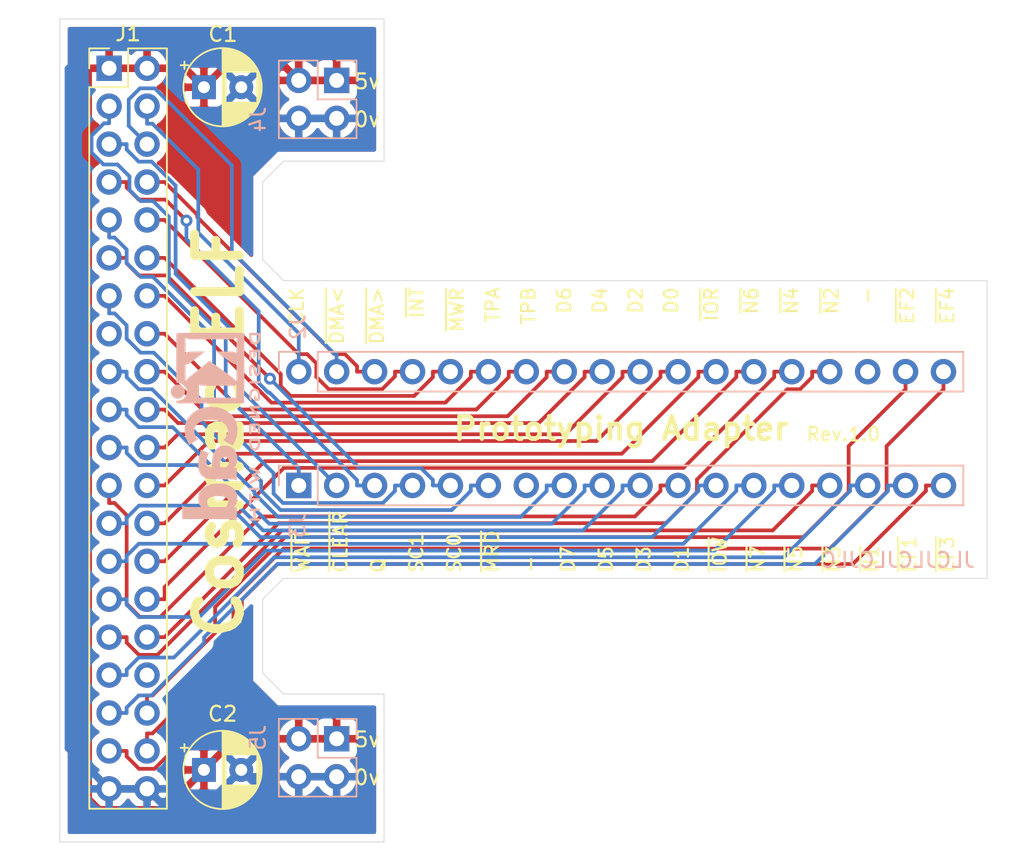
<source format=kicad_pcb>
(kicad_pcb (version 20171130) (host pcbnew 5.1.9)

  (general
    (thickness 1.6)
    (drawings 61)
    (tracks 343)
    (zones 0)
    (modules 8)
    (nets 41)
  )

  (page A4)
  (layers
    (0 F.Cu signal)
    (31 B.Cu signal)
    (32 B.Adhes user)
    (33 F.Adhes user)
    (34 B.Paste user)
    (35 F.Paste user)
    (36 B.SilkS user)
    (37 F.SilkS user)
    (38 B.Mask user)
    (39 F.Mask user)
    (40 Dwgs.User user)
    (41 Cmts.User user)
    (42 Eco1.User user)
    (43 Eco2.User user)
    (44 Edge.Cuts user)
    (45 Margin user)
    (46 B.CrtYd user)
    (47 F.CrtYd user)
    (48 B.Fab user)
    (49 F.Fab user)
  )

  (setup
    (last_trace_width 0.25)
    (trace_clearance 0.2)
    (zone_clearance 0.508)
    (zone_45_only yes)
    (trace_min 0.2)
    (via_size 0.8)
    (via_drill 0.4)
    (via_min_size 0.4)
    (via_min_drill 0.3)
    (uvia_size 0.3)
    (uvia_drill 0.1)
    (uvias_allowed no)
    (uvia_min_size 0.2)
    (uvia_min_drill 0.1)
    (edge_width 0.05)
    (segment_width 0.2)
    (pcb_text_width 0.3)
    (pcb_text_size 1.5 1.5)
    (mod_edge_width 0.12)
    (mod_text_size 1 1)
    (mod_text_width 0.15)
    (pad_size 1.7 1.7)
    (pad_drill 1)
    (pad_to_mask_clearance 0)
    (aux_axis_origin 0 0)
    (grid_origin 129.972 63.462)
    (visible_elements FFFFE77F)
    (pcbplotparams
      (layerselection 0x010f0_ffffffff)
      (usegerberextensions false)
      (usegerberattributes true)
      (usegerberadvancedattributes true)
      (creategerberjobfile true)
      (excludeedgelayer true)
      (linewidth 0.100000)
      (plotframeref false)
      (viasonmask false)
      (mode 1)
      (useauxorigin false)
      (hpglpennumber 1)
      (hpglpenspeed 20)
      (hpglpendiameter 15.000000)
      (psnegative false)
      (psa4output false)
      (plotreference true)
      (plotvalue true)
      (plotinvisibletext false)
      (padsonsilk false)
      (subtractmaskfromsilk false)
      (outputformat 1)
      (mirror false)
      (drillshape 0)
      (scaleselection 1)
      (outputdirectory "Gerbers/"))
  )

  (net 0 "")
  (net 1 CLOCK)
  (net 2 GND)
  (net 3 VCC)
  (net 4 ~EF4)
  (net 5 ~EF3)
  (net 6 ~EF2)
  (net 7 ~EF1)
  (net 8 ~N7)
  (net 9 ~IOR)
  (net 10 ~IOW)
  (net 11 D0)
  (net 12 D1)
  (net 13 D2)
  (net 14 D3)
  (net 15 D4)
  (net 16 D5)
  (net 17 D6)
  (net 18 D7)
  (net 19 TPB)
  (net 20 TPA)
  (net 21 ~MRD)
  (net 22 ~MWR)
  (net 23 SC0)
  (net 24 ~INTERRUPT)
  (net 25 SC1)
  (net 26 ~DMA_OUT)
  (net 27 Q)
  (net 28 ~DMA_IN)
  (net 29 ~CLEAR)
  (net 30 ~WAIT)
  (net 31 ~N1)
  (net 32 ~N2)
  (net 33 ~N3)
  (net 34 ~N4)
  (net 35 ~N5)
  (net 36 ~N6)
  (net 37 USER1)
  (net 38 USER2)
  (net 39 "Net-(J2-Pad16)")
  (net 40 "Net-(J3-Pad7)")

  (net_class Default "This is the default net class."
    (clearance 0.2)
    (trace_width 0.25)
    (via_dia 0.8)
    (via_drill 0.4)
    (uvia_dia 0.3)
    (uvia_drill 0.1)
    (add_net CLOCK)
    (add_net D0)
    (add_net D1)
    (add_net D2)
    (add_net D3)
    (add_net D4)
    (add_net D5)
    (add_net D6)
    (add_net D7)
    (add_net "Net-(J2-Pad16)")
    (add_net "Net-(J3-Pad7)")
    (add_net Q)
    (add_net SC0)
    (add_net SC1)
    (add_net TPA)
    (add_net TPB)
    (add_net USER1)
    (add_net USER2)
    (add_net ~CLEAR)
    (add_net ~DMA_IN)
    (add_net ~DMA_OUT)
    (add_net ~EF1)
    (add_net ~EF2)
    (add_net ~EF3)
    (add_net ~EF4)
    (add_net ~INTERRUPT)
    (add_net ~IOR)
    (add_net ~IOW)
    (add_net ~MRD)
    (add_net ~MWR)
    (add_net ~N1)
    (add_net ~N2)
    (add_net ~N3)
    (add_net ~N4)
    (add_net ~N5)
    (add_net ~N6)
    (add_net ~N7)
    (add_net ~WAIT)
  )

  (net_class Power ""
    (clearance 0.3)
    (trace_width 0.5)
    (via_dia 0.8)
    (via_drill 0.4)
    (uvia_dia 0.3)
    (uvia_drill 0.1)
    (add_net GND)
    (add_net VCC)
  )

  (module Symbol:KiCad-Logo2_5mm_SilkScreen (layer B.Cu) (tedit 0) (tstamp 5FE18098)
    (at 140.386 90.767 270)
    (descr "KiCad Logo")
    (tags "Logo KiCad")
    (attr virtual)
    (fp_text reference REF** (at 0 5.08 90) (layer B.SilkS) hide
      (effects (font (size 1 1) (thickness 0.15)) (justify mirror))
    )
    (fp_text value KiCad-Logo2_5mm_SilkScreen (at 0 -5.08 90) (layer B.Fab) hide
      (effects (font (size 1 1) (thickness 0.15)) (justify mirror))
    )
    (fp_poly (pts (xy -2.9464 2.510946) (xy -2.935535 2.397007) (xy -2.903918 2.289384) (xy -2.853015 2.190385)
      (xy -2.784293 2.102316) (xy -2.699219 2.027484) (xy -2.602232 1.969616) (xy -2.495964 1.929995)
      (xy -2.38895 1.911427) (xy -2.2833 1.912566) (xy -2.181125 1.93207) (xy -2.084534 1.968594)
      (xy -1.995638 2.020795) (xy -1.916546 2.087327) (xy -1.849369 2.166848) (xy -1.796217 2.258013)
      (xy -1.759199 2.359477) (xy -1.740427 2.469898) (xy -1.738489 2.519794) (xy -1.738489 2.607733)
      (xy -1.68656 2.607733) (xy -1.650253 2.604889) (xy -1.623355 2.593089) (xy -1.596249 2.569351)
      (xy -1.557867 2.530969) (xy -1.557867 0.339398) (xy -1.557876 0.077261) (xy -1.557908 -0.163241)
      (xy -1.557972 -0.383048) (xy -1.558076 -0.583101) (xy -1.558227 -0.764344) (xy -1.558434 -0.927716)
      (xy -1.558706 -1.07416) (xy -1.55905 -1.204617) (xy -1.559474 -1.320029) (xy -1.559987 -1.421338)
      (xy -1.560597 -1.509484) (xy -1.561312 -1.58541) (xy -1.56214 -1.650057) (xy -1.563089 -1.704367)
      (xy -1.564167 -1.74928) (xy -1.565383 -1.78574) (xy -1.566745 -1.814687) (xy -1.568261 -1.837063)
      (xy -1.569938 -1.853809) (xy -1.571786 -1.865868) (xy -1.573813 -1.87418) (xy -1.576025 -1.879687)
      (xy -1.577108 -1.881537) (xy -1.581271 -1.888549) (xy -1.584805 -1.894996) (xy -1.588635 -1.9009)
      (xy -1.593682 -1.906286) (xy -1.600871 -1.911178) (xy -1.611123 -1.915598) (xy -1.625364 -1.919572)
      (xy -1.644514 -1.923121) (xy -1.669499 -1.92627) (xy -1.70124 -1.929042) (xy -1.740662 -1.931461)
      (xy -1.788686 -1.933551) (xy -1.846237 -1.935335) (xy -1.914237 -1.936837) (xy -1.99361 -1.93808)
      (xy -2.085279 -1.939089) (xy -2.190166 -1.939885) (xy -2.309196 -1.940494) (xy -2.44329 -1.940939)
      (xy -2.593373 -1.941243) (xy -2.760367 -1.94143) (xy -2.945196 -1.941524) (xy -3.148783 -1.941548)
      (xy -3.37205 -1.941525) (xy -3.615922 -1.94148) (xy -3.881321 -1.941437) (xy -3.919704 -1.941432)
      (xy -4.186682 -1.941389) (xy -4.432002 -1.941318) (xy -4.656583 -1.941213) (xy -4.861345 -1.941066)
      (xy -5.047206 -1.940869) (xy -5.215088 -1.940616) (xy -5.365908 -1.9403) (xy -5.500587 -1.939913)
      (xy -5.620044 -1.939447) (xy -5.725199 -1.938897) (xy -5.816971 -1.938253) (xy -5.896279 -1.937511)
      (xy -5.964043 -1.936661) (xy -6.021182 -1.935697) (xy -6.068617 -1.934611) (xy -6.107266 -1.933397)
      (xy -6.138049 -1.932047) (xy -6.161885 -1.930555) (xy -6.179694 -1.928911) (xy -6.192395 -1.927111)
      (xy -6.200908 -1.925145) (xy -6.205266 -1.923477) (xy -6.213728 -1.919906) (xy -6.221497 -1.91727)
      (xy -6.228602 -1.914634) (xy -6.235073 -1.911062) (xy -6.240939 -1.905621) (xy -6.246229 -1.897375)
      (xy -6.250974 -1.88539) (xy -6.255202 -1.868731) (xy -6.258943 -1.846463) (xy -6.262227 -1.817652)
      (xy -6.265083 -1.781363) (xy -6.26754 -1.736661) (xy -6.269629 -1.682611) (xy -6.271378 -1.618279)
      (xy -6.272817 -1.54273) (xy -6.273976 -1.45503) (xy -6.274883 -1.354243) (xy -6.275569 -1.239434)
      (xy -6.276063 -1.10967) (xy -6.276395 -0.964015) (xy -6.276593 -0.801535) (xy -6.276687 -0.621295)
      (xy -6.276708 -0.42236) (xy -6.276685 -0.203796) (xy -6.276646 0.035332) (xy -6.276622 0.29596)
      (xy -6.276622 0.338111) (xy -6.276636 0.601008) (xy -6.276661 0.842268) (xy -6.276671 1.062835)
      (xy -6.276642 1.263648) (xy -6.276548 1.445651) (xy -6.276362 1.609784) (xy -6.276059 1.756989)
      (xy -6.275614 1.888208) (xy -6.275034 1.998133) (xy -5.972197 1.998133) (xy -5.932407 1.940289)
      (xy -5.921236 1.924521) (xy -5.911166 1.910559) (xy -5.902138 1.897216) (xy -5.894097 1.883307)
      (xy -5.886986 1.867644) (xy -5.880747 1.849042) (xy -5.875325 1.826314) (xy -5.870662 1.798273)
      (xy -5.866701 1.763733) (xy -5.863385 1.721508) (xy -5.860659 1.670411) (xy -5.858464 1.609256)
      (xy -5.856745 1.536856) (xy -5.855444 1.452025) (xy -5.854505 1.353578) (xy -5.85387 1.240326)
      (xy -5.853484 1.111084) (xy -5.853288 0.964666) (xy -5.853227 0.799884) (xy -5.853243 0.615553)
      (xy -5.85328 0.410487) (xy -5.853289 0.287867) (xy -5.853265 0.070918) (xy -5.853231 -0.124642)
      (xy -5.853243 -0.299999) (xy -5.853358 -0.456341) (xy -5.85363 -0.594857) (xy -5.854118 -0.716734)
      (xy -5.854876 -0.82316) (xy -5.855962 -0.915322) (xy -5.857431 -0.994409) (xy -5.85934 -1.061608)
      (xy -5.861744 -1.118107) (xy -5.864701 -1.165093) (xy -5.868266 -1.203755) (xy -5.872495 -1.23528)
      (xy -5.877446 -1.260855) (xy -5.883173 -1.28167) (xy -5.889733 -1.298911) (xy -5.897183 -1.313765)
      (xy -5.905579 -1.327422) (xy -5.914976 -1.341069) (xy -5.925432 -1.355893) (xy -5.931523 -1.364783)
      (xy -5.970296 -1.4224) (xy -5.438732 -1.4224) (xy -5.315483 -1.422365) (xy -5.212987 -1.422215)
      (xy -5.12942 -1.421878) (xy -5.062956 -1.421286) (xy -5.011771 -1.420367) (xy -4.974041 -1.419051)
      (xy -4.94794 -1.417269) (xy -4.931644 -1.414951) (xy -4.923328 -1.412026) (xy -4.921168 -1.408424)
      (xy -4.923339 -1.404075) (xy -4.924535 -1.402645) (xy -4.949685 -1.365573) (xy -4.975583 -1.312772)
      (xy -4.999192 -1.25077) (xy -5.007461 -1.224357) (xy -5.012078 -1.206416) (xy -5.015979 -1.185355)
      (xy -5.019248 -1.159089) (xy -5.021966 -1.125532) (xy -5.024215 -1.082599) (xy -5.026077 -1.028204)
      (xy -5.027636 -0.960262) (xy -5.028972 -0.876688) (xy -5.030169 -0.775395) (xy -5.031308 -0.6543)
      (xy -5.031685 -0.6096) (xy -5.032702 -0.484449) (xy -5.03346 -0.380082) (xy -5.033903 -0.294707)
      (xy -5.03397 -0.226533) (xy -5.033605 -0.173765) (xy -5.032748 -0.134614) (xy -5.031341 -0.107285)
      (xy -5.029325 -0.089986) (xy -5.026643 -0.080926) (xy -5.023236 -0.078312) (xy -5.019044 -0.080351)
      (xy -5.014571 -0.084667) (xy -5.004216 -0.097602) (xy -4.982158 -0.126676) (xy -4.949957 -0.169759)
      (xy -4.909174 -0.224718) (xy -4.86137 -0.289423) (xy -4.808105 -0.361742) (xy -4.75094 -0.439544)
      (xy -4.691437 -0.520698) (xy -4.631155 -0.603072) (xy -4.571655 -0.684536) (xy -4.514498 -0.762957)
      (xy -4.461245 -0.836204) (xy -4.413457 -0.902147) (xy -4.372693 -0.958654) (xy -4.340516 -1.003593)
      (xy -4.318485 -1.034834) (xy -4.313917 -1.041466) (xy -4.290996 -1.078369) (xy -4.264188 -1.126359)
      (xy -4.238789 -1.175897) (xy -4.235568 -1.182577) (xy -4.21389 -1.230772) (xy -4.201304 -1.268334)
      (xy -4.195574 -1.30416) (xy -4.194456 -1.3462) (xy -4.19509 -1.4224) (xy -3.040651 -1.4224)
      (xy -3.131815 -1.328669) (xy -3.178612 -1.278775) (xy -3.228899 -1.222295) (xy -3.274944 -1.168026)
      (xy -3.295369 -1.142673) (xy -3.325807 -1.103128) (xy -3.365862 -1.049916) (xy -3.414361 -0.984667)
      (xy -3.470135 -0.909011) (xy -3.532011 -0.824577) (xy -3.598819 -0.732994) (xy -3.669387 -0.635892)
      (xy -3.742545 -0.534901) (xy -3.817121 -0.43165) (xy -3.891944 -0.327768) (xy -3.965843 -0.224885)
      (xy -4.037646 -0.124631) (xy -4.106184 -0.028636) (xy -4.170284 0.061473) (xy -4.228775 0.144064)
      (xy -4.280486 0.217508) (xy -4.324247 0.280176) (xy -4.358885 0.330439) (xy -4.38323 0.366666)
      (xy -4.396111 0.387229) (xy -4.397869 0.391332) (xy -4.38991 0.402658) (xy -4.369115 0.429838)
      (xy -4.336847 0.471171) (xy -4.29447 0.524956) (xy -4.243347 0.589494) (xy -4.184841 0.663082)
      (xy -4.120314 0.744022) (xy -4.051131 0.830612) (xy -3.978653 0.921152) (xy -3.904246 1.01394)
      (xy -3.844517 1.088298) (xy -2.833511 1.088298) (xy -2.827602 1.075341) (xy -2.813272 1.053092)
      (xy -2.812225 1.051609) (xy -2.793438 1.021456) (xy -2.773791 0.984625) (xy -2.769892 0.976489)
      (xy -2.766356 0.96806) (xy -2.76323 0.957941) (xy -2.760486 0.94474) (xy -2.758092 0.927062)
      (xy -2.756019 0.903516) (xy -2.754235 0.872707) (xy -2.752712 0.833243) (xy -2.751419 0.783731)
      (xy -2.750326 0.722777) (xy -2.749403 0.648989) (xy -2.748619 0.560972) (xy -2.747945 0.457335)
      (xy -2.74735 0.336684) (xy -2.746805 0.197626) (xy -2.746279 0.038768) (xy -2.745745 -0.140089)
      (xy -2.745206 -0.325207) (xy -2.744772 -0.489145) (xy -2.744509 -0.633303) (xy -2.744484 -0.759079)
      (xy -2.744765 -0.867871) (xy -2.745419 -0.961077) (xy -2.746514 -1.040097) (xy -2.748118 -1.106328)
      (xy -2.750297 -1.16117) (xy -2.753119 -1.206021) (xy -2.756651 -1.242278) (xy -2.760961 -1.271341)
      (xy -2.766117 -1.294609) (xy -2.772185 -1.313479) (xy -2.779233 -1.329351) (xy -2.787329 -1.343622)
      (xy -2.79654 -1.357691) (xy -2.80504 -1.370158) (xy -2.822176 -1.396452) (xy -2.832322 -1.414037)
      (xy -2.833511 -1.417257) (xy -2.822604 -1.418334) (xy -2.791411 -1.419335) (xy -2.742223 -1.420235)
      (xy -2.677333 -1.42101) (xy -2.59903 -1.421637) (xy -2.509607 -1.422091) (xy -2.411356 -1.422349)
      (xy -2.342445 -1.4224) (xy -2.237452 -1.42218) (xy -2.14061 -1.421548) (xy -2.054107 -1.420549)
      (xy -1.980132 -1.419227) (xy -1.920874 -1.417626) (xy -1.87852 -1.415791) (xy -1.85526 -1.413765)
      (xy -1.851378 -1.412493) (xy -1.859076 -1.397591) (xy -1.867074 -1.38956) (xy -1.880246 -1.372434)
      (xy -1.897485 -1.342183) (xy -1.909407 -1.317622) (xy -1.936045 -1.258711) (xy -1.93912 -0.081845)
      (xy -1.942195 1.095022) (xy -2.387853 1.095022) (xy -2.48567 1.094858) (xy -2.576064 1.094389)
      (xy -2.65663 1.093653) (xy -2.724962 1.092684) (xy -2.778656 1.09152) (xy -2.815305 1.090197)
      (xy -2.832504 1.088751) (xy -2.833511 1.088298) (xy -3.844517 1.088298) (xy -3.82927 1.107278)
      (xy -3.75509 1.199463) (xy -3.683069 1.288796) (xy -3.614569 1.373576) (xy -3.550955 1.452102)
      (xy -3.493588 1.522674) (xy -3.443833 1.583591) (xy -3.403052 1.633153) (xy -3.385888 1.653822)
      (xy -3.299596 1.754484) (xy -3.222997 1.837741) (xy -3.154183 1.905562) (xy -3.091248 1.959911)
      (xy -3.081867 1.967278) (xy -3.042356 1.997883) (xy -4.174116 1.998133) (xy -4.168827 1.950156)
      (xy -4.17213 1.892812) (xy -4.193661 1.824537) (xy -4.233635 1.744788) (xy -4.278943 1.672505)
      (xy -4.295161 1.64986) (xy -4.323214 1.612304) (xy -4.36143 1.561979) (xy -4.408137 1.501027)
      (xy -4.461661 1.431589) (xy -4.520331 1.355806) (xy -4.582475 1.27582) (xy -4.646421 1.193772)
      (xy -4.710495 1.111804) (xy -4.773027 1.032057) (xy -4.832343 0.956673) (xy -4.886771 0.887793)
      (xy -4.934639 0.827558) (xy -4.974275 0.778111) (xy -5.004006 0.741592) (xy -5.022161 0.720142)
      (xy -5.02522 0.716844) (xy -5.028079 0.724851) (xy -5.030293 0.755145) (xy -5.031857 0.807444)
      (xy -5.032767 0.881469) (xy -5.03302 0.976937) (xy -5.032613 1.093566) (xy -5.031704 1.213555)
      (xy -5.030382 1.345667) (xy -5.028857 1.457406) (xy -5.026881 1.550975) (xy -5.024206 1.628581)
      (xy -5.020582 1.692426) (xy -5.015761 1.744717) (xy -5.009494 1.787656) (xy -5.001532 1.823449)
      (xy -4.991627 1.8543) (xy -4.979531 1.882414) (xy -4.964993 1.909995) (xy -4.950311 1.935034)
      (xy -4.912314 1.998133) (xy -5.972197 1.998133) (xy -6.275034 1.998133) (xy -6.275001 2.004383)
      (xy -6.274195 2.106456) (xy -6.27317 2.195367) (xy -6.2719 2.272059) (xy -6.27036 2.337473)
      (xy -6.268524 2.392551) (xy -6.266367 2.438235) (xy -6.263863 2.475466) (xy -6.260987 2.505187)
      (xy -6.257713 2.528338) (xy -6.254015 2.545861) (xy -6.249869 2.558699) (xy -6.245247 2.567792)
      (xy -6.240126 2.574082) (xy -6.234478 2.578512) (xy -6.228279 2.582022) (xy -6.221504 2.585555)
      (xy -6.215508 2.589124) (xy -6.210275 2.5917) (xy -6.202099 2.594028) (xy -6.189886 2.596122)
      (xy -6.172541 2.597993) (xy -6.148969 2.599653) (xy -6.118077 2.601116) (xy -6.078768 2.602392)
      (xy -6.02995 2.603496) (xy -5.970527 2.604439) (xy -5.899404 2.605233) (xy -5.815488 2.605891)
      (xy -5.717683 2.606425) (xy -5.604894 2.606847) (xy -5.476029 2.607171) (xy -5.329991 2.607408)
      (xy -5.165686 2.60757) (xy -4.98202 2.60767) (xy -4.777897 2.60772) (xy -4.566753 2.607733)
      (xy -2.9464 2.607733) (xy -2.9464 2.510946)) (layer B.SilkS) (width 0.01))
    (fp_poly (pts (xy 0.328429 2.050929) (xy 0.48857 2.029755) (xy 0.65251 1.989615) (xy 0.822313 1.930111)
      (xy 1.000043 1.850846) (xy 1.01131 1.845301) (xy 1.069005 1.817275) (xy 1.120552 1.793198)
      (xy 1.162191 1.774751) (xy 1.190162 1.763614) (xy 1.199733 1.761067) (xy 1.21895 1.756059)
      (xy 1.223561 1.751853) (xy 1.218458 1.74142) (xy 1.202418 1.715132) (xy 1.177288 1.675743)
      (xy 1.144914 1.626009) (xy 1.107143 1.568685) (xy 1.065822 1.506524) (xy 1.022798 1.442282)
      (xy 0.979917 1.378715) (xy 0.939026 1.318575) (xy 0.901971 1.26462) (xy 0.8706 1.219603)
      (xy 0.846759 1.186279) (xy 0.832294 1.167403) (xy 0.830309 1.165213) (xy 0.820191 1.169862)
      (xy 0.79785 1.187038) (xy 0.76728 1.21356) (xy 0.751536 1.228036) (xy 0.655047 1.303318)
      (xy 0.548336 1.358759) (xy 0.432832 1.393859) (xy 0.309962 1.40812) (xy 0.240561 1.406949)
      (xy 0.119423 1.389788) (xy 0.010205 1.353906) (xy -0.087418 1.299041) (xy -0.173772 1.22493)
      (xy -0.249185 1.131312) (xy -0.313982 1.017924) (xy -0.351399 0.931333) (xy -0.395252 0.795634)
      (xy -0.427572 0.64815) (xy -0.448443 0.492686) (xy -0.457949 0.333044) (xy -0.456173 0.173027)
      (xy -0.443197 0.016439) (xy -0.419106 -0.132918) (xy -0.383982 -0.27124) (xy -0.337908 -0.394724)
      (xy -0.321627 -0.428978) (xy -0.25338 -0.543064) (xy -0.172921 -0.639557) (xy -0.08143 -0.71767)
      (xy 0.019911 -0.776617) (xy 0.12992 -0.815612) (xy 0.247415 -0.833868) (xy 0.288883 -0.835211)
      (xy 0.410441 -0.82429) (xy 0.530878 -0.791474) (xy 0.648666 -0.737439) (xy 0.762277 -0.662865)
      (xy 0.853685 -0.584539) (xy 0.900215 -0.540008) (xy 1.081483 -0.837271) (xy 1.12658 -0.911433)
      (xy 1.167819 -0.979646) (xy 1.203735 -1.039459) (xy 1.232866 -1.08842) (xy 1.25375 -1.124079)
      (xy 1.264924 -1.143984) (xy 1.266375 -1.147079) (xy 1.258146 -1.156718) (xy 1.232567 -1.173999)
      (xy 1.192873 -1.197283) (xy 1.142297 -1.224934) (xy 1.084074 -1.255315) (xy 1.021437 -1.28679)
      (xy 0.957621 -1.317722) (xy 0.89586 -1.346473) (xy 0.839388 -1.371408) (xy 0.791438 -1.390889)
      (xy 0.767986 -1.399318) (xy 0.634221 -1.437133) (xy 0.496327 -1.462136) (xy 0.348622 -1.47514)
      (xy 0.221833 -1.477468) (xy 0.153878 -1.476373) (xy 0.088277 -1.474275) (xy 0.030847 -1.471434)
      (xy -0.012597 -1.468106) (xy -0.026702 -1.466422) (xy -0.165716 -1.437587) (xy -0.307243 -1.392468)
      (xy -0.444725 -1.33375) (xy -0.571606 -1.26412) (xy -0.649111 -1.211441) (xy -0.776519 -1.103239)
      (xy -0.894822 -0.976671) (xy -1.001828 -0.834866) (xy -1.095348 -0.680951) (xy -1.17319 -0.518053)
      (xy -1.217044 -0.400756) (xy -1.267292 -0.217128) (xy -1.300791 -0.022581) (xy -1.317551 0.178675)
      (xy -1.317584 0.382432) (xy -1.300899 0.584479) (xy -1.267507 0.780608) (xy -1.21742 0.966609)
      (xy -1.213603 0.978197) (xy -1.150719 1.14025) (xy -1.073972 1.288168) (xy -0.980758 1.426135)
      (xy -0.868473 1.558339) (xy -0.824608 1.603601) (xy -0.688466 1.727543) (xy -0.548509 1.830085)
      (xy -0.402589 1.912344) (xy -0.248558 1.975436) (xy -0.084268 2.020477) (xy 0.011289 2.037967)
      (xy 0.170023 2.053534) (xy 0.328429 2.050929)) (layer B.SilkS) (width 0.01))
    (fp_poly (pts (xy 2.673574 1.133448) (xy 2.825492 1.113433) (xy 2.960756 1.079798) (xy 3.080239 1.032275)
      (xy 3.184815 0.970595) (xy 3.262424 0.907035) (xy 3.331265 0.832901) (xy 3.385006 0.753129)
      (xy 3.42791 0.660909) (xy 3.443384 0.617839) (xy 3.456244 0.578858) (xy 3.467446 0.542711)
      (xy 3.47712 0.507566) (xy 3.485396 0.47159) (xy 3.492403 0.43295) (xy 3.498272 0.389815)
      (xy 3.503131 0.340351) (xy 3.50711 0.282727) (xy 3.51034 0.215109) (xy 3.512949 0.135666)
      (xy 3.515067 0.042564) (xy 3.516824 -0.066027) (xy 3.518349 -0.191942) (xy 3.519772 -0.337012)
      (xy 3.521025 -0.479778) (xy 3.522351 -0.635968) (xy 3.523556 -0.771239) (xy 3.524766 -0.887246)
      (xy 3.526106 -0.985645) (xy 3.5277 -1.068093) (xy 3.529675 -1.136246) (xy 3.532156 -1.19176)
      (xy 3.535269 -1.236292) (xy 3.539138 -1.271498) (xy 3.543889 -1.299034) (xy 3.549648 -1.320556)
      (xy 3.556539 -1.337722) (xy 3.564689 -1.352186) (xy 3.574223 -1.365606) (xy 3.585266 -1.379638)
      (xy 3.589566 -1.385071) (xy 3.605386 -1.40791) (xy 3.612422 -1.423463) (xy 3.612444 -1.423922)
      (xy 3.601567 -1.426121) (xy 3.570582 -1.428147) (xy 3.521957 -1.429942) (xy 3.458163 -1.431451)
      (xy 3.381669 -1.432616) (xy 3.294944 -1.43338) (xy 3.200457 -1.433686) (xy 3.18955 -1.433689)
      (xy 2.766657 -1.433689) (xy 2.763395 -1.337622) (xy 2.760133 -1.241556) (xy 2.698044 -1.292543)
      (xy 2.600714 -1.360057) (xy 2.490813 -1.414749) (xy 2.404349 -1.444978) (xy 2.335278 -1.459666)
      (xy 2.251925 -1.469659) (xy 2.162159 -1.474646) (xy 2.073845 -1.474313) (xy 1.994851 -1.468351)
      (xy 1.958622 -1.462638) (xy 1.818603 -1.424776) (xy 1.692178 -1.369932) (xy 1.58026 -1.298924)
      (xy 1.483762 -1.212568) (xy 1.4036 -1.111679) (xy 1.340687 -0.997076) (xy 1.296312 -0.870984)
      (xy 1.283978 -0.814401) (xy 1.276368 -0.752202) (xy 1.272739 -0.677363) (xy 1.272245 -0.643467)
      (xy 1.27231 -0.640282) (xy 2.032248 -0.640282) (xy 2.041541 -0.715333) (xy 2.069728 -0.77916)
      (xy 2.118197 -0.834798) (xy 2.123254 -0.839211) (xy 2.171548 -0.874037) (xy 2.223257 -0.89662)
      (xy 2.283989 -0.90854) (xy 2.359352 -0.911383) (xy 2.377459 -0.910978) (xy 2.431278 -0.908325)
      (xy 2.471308 -0.902909) (xy 2.506324 -0.892745) (xy 2.545103 -0.87585) (xy 2.555745 -0.870672)
      (xy 2.616396 -0.834844) (xy 2.663215 -0.792212) (xy 2.675952 -0.776973) (xy 2.720622 -0.720462)
      (xy 2.720622 -0.524586) (xy 2.720086 -0.445939) (xy 2.718396 -0.387988) (xy 2.715428 -0.348875)
      (xy 2.711057 -0.326741) (xy 2.706972 -0.320274) (xy 2.691047 -0.317111) (xy 2.657264 -0.314488)
      (xy 2.61034 -0.312655) (xy 2.554993 -0.311857) (xy 2.546106 -0.311842) (xy 2.42533 -0.317096)
      (xy 2.32266 -0.333263) (xy 2.236106 -0.360961) (xy 2.163681 -0.400808) (xy 2.108751 -0.447758)
      (xy 2.064204 -0.505645) (xy 2.03948 -0.568693) (xy 2.032248 -0.640282) (xy 1.27231 -0.640282)
      (xy 1.274178 -0.549712) (xy 1.282522 -0.470812) (xy 1.298768 -0.39959) (xy 1.324405 -0.328864)
      (xy 1.348401 -0.276493) (xy 1.40702 -0.181196) (xy 1.485117 -0.09317) (xy 1.580315 -0.014017)
      (xy 1.690238 0.05466) (xy 1.81251 0.111259) (xy 1.944755 0.154179) (xy 2.009422 0.169118)
      (xy 2.145604 0.191223) (xy 2.294049 0.205806) (xy 2.445505 0.212187) (xy 2.572064 0.210555)
      (xy 2.73395 0.203776) (xy 2.72653 0.262755) (xy 2.707238 0.361908) (xy 2.676104 0.442628)
      (xy 2.632269 0.505534) (xy 2.574871 0.551244) (xy 2.503048 0.580378) (xy 2.415941 0.593553)
      (xy 2.312686 0.591389) (xy 2.274711 0.587388) (xy 2.13352 0.56222) (xy 1.996707 0.521186)
      (xy 1.902178 0.483185) (xy 1.857018 0.46381) (xy 1.818585 0.44824) (xy 1.792234 0.438595)
      (xy 1.784546 0.436548) (xy 1.774802 0.445626) (xy 1.758083 0.474595) (xy 1.734232 0.523783)
      (xy 1.703093 0.593516) (xy 1.664507 0.684121) (xy 1.65791 0.699911) (xy 1.627853 0.772228)
      (xy 1.600874 0.837575) (xy 1.578136 0.893094) (xy 1.560806 0.935928) (xy 1.550048 0.963219)
      (xy 1.546941 0.972058) (xy 1.55694 0.976813) (xy 1.583217 0.98209) (xy 1.611489 0.985769)
      (xy 1.641646 0.990526) (xy 1.689433 0.999972) (xy 1.750612 1.01318) (xy 1.820946 1.029224)
      (xy 1.896194 1.04718) (xy 1.924755 1.054203) (xy 2.029816 1.079791) (xy 2.11748 1.099853)
      (xy 2.192068 1.115031) (xy 2.257903 1.125965) (xy 2.319307 1.133296) (xy 2.380602 1.137665)
      (xy 2.44611 1.139713) (xy 2.504128 1.140111) (xy 2.673574 1.133448)) (layer B.SilkS) (width 0.01))
    (fp_poly (pts (xy 6.186507 0.527755) (xy 6.186526 0.293338) (xy 6.186552 0.080397) (xy 6.186625 -0.112168)
      (xy 6.186782 -0.285459) (xy 6.187064 -0.440576) (xy 6.187509 -0.57862) (xy 6.188156 -0.700692)
      (xy 6.189045 -0.807894) (xy 6.190213 -0.901326) (xy 6.191701 -0.98209) (xy 6.193546 -1.051286)
      (xy 6.195789 -1.110015) (xy 6.198469 -1.159379) (xy 6.201623 -1.200478) (xy 6.205292 -1.234413)
      (xy 6.209513 -1.262286) (xy 6.214327 -1.285198) (xy 6.219773 -1.304249) (xy 6.225888 -1.32054)
      (xy 6.232712 -1.335173) (xy 6.240285 -1.349249) (xy 6.248645 -1.363868) (xy 6.253839 -1.372974)
      (xy 6.288104 -1.433689) (xy 5.429955 -1.433689) (xy 5.429955 -1.337733) (xy 5.429224 -1.29437)
      (xy 5.427272 -1.261205) (xy 5.424463 -1.243424) (xy 5.423221 -1.241778) (xy 5.411799 -1.248662)
      (xy 5.389084 -1.266505) (xy 5.366385 -1.285879) (xy 5.3118 -1.326614) (xy 5.242321 -1.367617)
      (xy 5.16527 -1.405123) (xy 5.087965 -1.435364) (xy 5.057113 -1.445012) (xy 4.988616 -1.459578)
      (xy 4.905764 -1.469539) (xy 4.816371 -1.474583) (xy 4.728248 -1.474396) (xy 4.649207 -1.468666)
      (xy 4.611511 -1.462858) (xy 4.473414 -1.424797) (xy 4.346113 -1.367073) (xy 4.230292 -1.290211)
      (xy 4.126637 -1.194739) (xy 4.035833 -1.081179) (xy 3.969031 -0.970381) (xy 3.914164 -0.853625)
      (xy 3.872163 -0.734276) (xy 3.842167 -0.608283) (xy 3.823311 -0.471594) (xy 3.814732 -0.320158)
      (xy 3.814006 -0.242711) (xy 3.8161 -0.185934) (xy 4.645217 -0.185934) (xy 4.645424 -0.279002)
      (xy 4.648337 -0.366692) (xy 4.654 -0.443772) (xy 4.662455 -0.505009) (xy 4.665038 -0.51735)
      (xy 4.69684 -0.624633) (xy 4.738498 -0.711658) (xy 4.790363 -0.778642) (xy 4.852781 -0.825805)
      (xy 4.9261 -0.853365) (xy 5.010669 -0.861541) (xy 5.106835 -0.850551) (xy 5.170311 -0.834829)
      (xy 5.219454 -0.816639) (xy 5.273583 -0.790791) (xy 5.314244 -0.767089) (xy 5.3848 -0.720721)
      (xy 5.3848 0.42947) (xy 5.317392 0.473038) (xy 5.238867 0.51396) (xy 5.154681 0.540611)
      (xy 5.069557 0.552535) (xy 4.988216 0.549278) (xy 4.91538 0.530385) (xy 4.883426 0.514816)
      (xy 4.825501 0.471819) (xy 4.776544 0.415047) (xy 4.73539 0.342425) (xy 4.700874 0.251879)
      (xy 4.671833 0.141334) (xy 4.670552 0.135467) (xy 4.660381 0.073212) (xy 4.652739 -0.004594)
      (xy 4.64767 -0.09272) (xy 4.645217 -0.185934) (xy 3.8161 -0.185934) (xy 3.821857 -0.029895)
      (xy 3.843802 0.165941) (xy 3.879786 0.344668) (xy 3.929759 0.506155) (xy 3.993668 0.650274)
      (xy 4.071462 0.776894) (xy 4.163089 0.885885) (xy 4.268497 0.977117) (xy 4.313662 1.008068)
      (xy 4.414611 1.064215) (xy 4.517901 1.103826) (xy 4.627989 1.127986) (xy 4.74933 1.137781)
      (xy 4.841836 1.136735) (xy 4.97149 1.125769) (xy 5.084084 1.103954) (xy 5.182875 1.070286)
      (xy 5.271121 1.023764) (xy 5.319986 0.989552) (xy 5.349353 0.967638) (xy 5.371043 0.952667)
      (xy 5.379253 0.948267) (xy 5.380868 0.959096) (xy 5.382159 0.989749) (xy 5.383138 1.037474)
      (xy 5.383817 1.099521) (xy 5.38421 1.173138) (xy 5.38433 1.255573) (xy 5.384188 1.344075)
      (xy 5.383797 1.435893) (xy 5.383171 1.528276) (xy 5.38232 1.618472) (xy 5.38126 1.703729)
      (xy 5.380001 1.781297) (xy 5.378556 1.848424) (xy 5.376938 1.902359) (xy 5.375161 1.94035)
      (xy 5.374669 1.947333) (xy 5.367092 2.017749) (xy 5.355531 2.072898) (xy 5.337792 2.120019)
      (xy 5.311682 2.166353) (xy 5.305415 2.175933) (xy 5.280983 2.212622) (xy 6.186311 2.212622)
      (xy 6.186507 0.527755)) (layer B.SilkS) (width 0.01))
    (fp_poly (pts (xy -2.273043 2.973429) (xy -2.176768 2.949191) (xy -2.090184 2.906359) (xy -2.015373 2.846581)
      (xy -1.954418 2.771506) (xy -1.909399 2.68278) (xy -1.883136 2.58647) (xy -1.877286 2.489205)
      (xy -1.89214 2.395346) (xy -1.92584 2.307489) (xy -1.976528 2.22823) (xy -2.042345 2.160164)
      (xy -2.121434 2.105888) (xy -2.211934 2.067998) (xy -2.2632 2.055574) (xy -2.307698 2.048053)
      (xy -2.341999 2.045081) (xy -2.37496 2.046906) (xy -2.415434 2.053775) (xy -2.448531 2.06075)
      (xy -2.541947 2.092259) (xy -2.625619 2.143383) (xy -2.697665 2.212571) (xy -2.7562 2.298272)
      (xy -2.770148 2.325511) (xy -2.786586 2.361878) (xy -2.796894 2.392418) (xy -2.80246 2.42455)
      (xy -2.804669 2.465693) (xy -2.804948 2.511778) (xy -2.800861 2.596135) (xy -2.787446 2.665414)
      (xy -2.762256 2.726039) (xy -2.722846 2.784433) (xy -2.684298 2.828698) (xy -2.612406 2.894516)
      (xy -2.537313 2.939947) (xy -2.454562 2.96715) (xy -2.376928 2.977424) (xy -2.273043 2.973429)) (layer B.SilkS) (width 0.01))
    (fp_poly (pts (xy -6.121371 -2.269066) (xy -6.081889 -2.269467) (xy -5.9662 -2.272259) (xy -5.869311 -2.28055)
      (xy -5.787919 -2.295232) (xy -5.718723 -2.317193) (xy -5.65842 -2.347322) (xy -5.603708 -2.38651)
      (xy -5.584167 -2.403532) (xy -5.55175 -2.443363) (xy -5.52252 -2.497413) (xy -5.499991 -2.557323)
      (xy -5.487679 -2.614739) (xy -5.4864 -2.635956) (xy -5.494417 -2.694769) (xy -5.515899 -2.759013)
      (xy -5.546999 -2.819821) (xy -5.583866 -2.86833) (xy -5.589854 -2.874182) (xy -5.640579 -2.915321)
      (xy -5.696125 -2.947435) (xy -5.759696 -2.971365) (xy -5.834494 -2.987953) (xy -5.923722 -2.998041)
      (xy -6.030582 -3.002469) (xy -6.079528 -3.002845) (xy -6.141762 -3.002545) (xy -6.185528 -3.001292)
      (xy -6.214931 -2.998554) (xy -6.234079 -2.993801) (xy -6.247077 -2.986501) (xy -6.254045 -2.980267)
      (xy -6.260626 -2.972694) (xy -6.265788 -2.962924) (xy -6.269703 -2.94834) (xy -6.272543 -2.926326)
      (xy -6.27448 -2.894264) (xy -6.275684 -2.849536) (xy -6.276328 -2.789526) (xy -6.276583 -2.711617)
      (xy -6.276622 -2.635956) (xy -6.27687 -2.535041) (xy -6.276817 -2.454427) (xy -6.275857 -2.415822)
      (xy -6.129867 -2.415822) (xy -6.129867 -2.856089) (xy -6.036734 -2.856004) (xy -5.980693 -2.854396)
      (xy -5.921999 -2.850256) (xy -5.873028 -2.844464) (xy -5.871538 -2.844226) (xy -5.792392 -2.82509)
      (xy -5.731002 -2.795287) (xy -5.684305 -2.752878) (xy -5.654635 -2.706961) (xy -5.636353 -2.656026)
      (xy -5.637771 -2.6082) (xy -5.658988 -2.556933) (xy -5.700489 -2.503899) (xy -5.757998 -2.4646)
      (xy -5.83275 -2.438331) (xy -5.882708 -2.429035) (xy -5.939416 -2.422507) (xy -5.999519 -2.417782)
      (xy -6.050639 -2.415817) (xy -6.053667 -2.415808) (xy -6.129867 -2.415822) (xy -6.275857 -2.415822)
      (xy -6.27526 -2.391851) (xy -6.270998 -2.345055) (xy -6.26283 -2.311778) (xy -6.249556 -2.289759)
      (xy -6.229974 -2.276739) (xy -6.202883 -2.270457) (xy -6.167082 -2.268653) (xy -6.121371 -2.269066)) (layer B.SilkS) (width 0.01))
    (fp_poly (pts (xy -4.712794 -2.269146) (xy -4.643386 -2.269518) (xy -4.590997 -2.270385) (xy -4.552847 -2.271946)
      (xy -4.526159 -2.274403) (xy -4.508153 -2.277957) (xy -4.496049 -2.28281) (xy -4.487069 -2.289161)
      (xy -4.483818 -2.292084) (xy -4.464043 -2.323142) (xy -4.460482 -2.358828) (xy -4.473491 -2.39051)
      (xy -4.479506 -2.396913) (xy -4.489235 -2.403121) (xy -4.504901 -2.40791) (xy -4.529408 -2.411514)
      (xy -4.565661 -2.414164) (xy -4.616565 -2.416095) (xy -4.685026 -2.417539) (xy -4.747617 -2.418418)
      (xy -4.995334 -2.421467) (xy -4.998719 -2.486378) (xy -5.002105 -2.551289) (xy -4.833958 -2.551289)
      (xy -4.760959 -2.551919) (xy -4.707517 -2.554553) (xy -4.670628 -2.560309) (xy -4.647288 -2.570304)
      (xy -4.634494 -2.585656) (xy -4.629242 -2.607482) (xy -4.628445 -2.627738) (xy -4.630923 -2.652592)
      (xy -4.640277 -2.670906) (xy -4.659383 -2.683637) (xy -4.691118 -2.691741) (xy -4.738359 -2.696176)
      (xy -4.803983 -2.697899) (xy -4.839801 -2.698045) (xy -5.000978 -2.698045) (xy -5.000978 -2.856089)
      (xy -4.752622 -2.856089) (xy -4.671213 -2.856202) (xy -4.609342 -2.856712) (xy -4.563968 -2.85787)
      (xy -4.532054 -2.85993) (xy -4.510559 -2.863146) (xy -4.496443 -2.867772) (xy -4.486668 -2.874059)
      (xy -4.481689 -2.878667) (xy -4.46461 -2.90556) (xy -4.459111 -2.929467) (xy -4.466963 -2.958667)
      (xy -4.481689 -2.980267) (xy -4.489546 -2.987066) (xy -4.499688 -2.992346) (xy -4.514844 -2.996298)
      (xy -4.537741 -2.999113) (xy -4.571109 -3.000982) (xy -4.617675 -3.002098) (xy -4.680167 -3.002651)
      (xy -4.761314 -3.002833) (xy -4.803422 -3.002845) (xy -4.893598 -3.002765) (xy -4.963924 -3.002398)
      (xy -5.017129 -3.001552) (xy -5.05594 -3.000036) (xy -5.083087 -2.997659) (xy -5.101298 -2.994229)
      (xy -5.1133 -2.989554) (xy -5.121822 -2.983444) (xy -5.125156 -2.980267) (xy -5.131755 -2.97267)
      (xy -5.136927 -2.96287) (xy -5.140846 -2.948239) (xy -5.143684 -2.926152) (xy -5.145615 -2.893982)
      (xy -5.146812 -2.849103) (xy -5.147448 -2.788889) (xy -5.147697 -2.710713) (xy -5.147734 -2.637923)
      (xy -5.1477 -2.544707) (xy -5.147465 -2.471431) (xy -5.14683 -2.415458) (xy -5.145594 -2.374151)
      (xy -5.143556 -2.344872) (xy -5.140517 -2.324984) (xy -5.136277 -2.31185) (xy -5.130635 -2.302832)
      (xy -5.123391 -2.295293) (xy -5.121606 -2.293612) (xy -5.112945 -2.286172) (xy -5.102882 -2.280409)
      (xy -5.088625 -2.276112) (xy -5.067383 -2.273064) (xy -5.036364 -2.271051) (xy -4.992777 -2.26986)
      (xy -4.933831 -2.269275) (xy -4.856734 -2.269083) (xy -4.802001 -2.269067) (xy -4.712794 -2.269146)) (layer B.SilkS) (width 0.01))
    (fp_poly (pts (xy -3.691703 -2.270351) (xy -3.616888 -2.275581) (xy -3.547306 -2.28375) (xy -3.487002 -2.29455)
      (xy -3.44002 -2.307673) (xy -3.410406 -2.322813) (xy -3.40586 -2.327269) (xy -3.390054 -2.36185)
      (xy -3.394847 -2.397351) (xy -3.419364 -2.427725) (xy -3.420534 -2.428596) (xy -3.434954 -2.437954)
      (xy -3.450008 -2.442876) (xy -3.471005 -2.443473) (xy -3.503257 -2.439861) (xy -3.552073 -2.432154)
      (xy -3.556 -2.431505) (xy -3.628739 -2.422569) (xy -3.707217 -2.418161) (xy -3.785927 -2.418119)
      (xy -3.859361 -2.422279) (xy -3.922011 -2.430479) (xy -3.96837 -2.442557) (xy -3.971416 -2.443771)
      (xy -4.005048 -2.462615) (xy -4.016864 -2.481685) (xy -4.007614 -2.500439) (xy -3.978047 -2.518337)
      (xy -3.928911 -2.534837) (xy -3.860957 -2.549396) (xy -3.815645 -2.556406) (xy -3.721456 -2.569889)
      (xy -3.646544 -2.582214) (xy -3.587717 -2.594449) (xy -3.541785 -2.607661) (xy -3.505555 -2.622917)
      (xy -3.475838 -2.641285) (xy -3.449442 -2.663831) (xy -3.42823 -2.685971) (xy -3.403065 -2.716819)
      (xy -3.390681 -2.743345) (xy -3.386808 -2.776026) (xy -3.386667 -2.787995) (xy -3.389576 -2.827712)
      (xy -3.401202 -2.857259) (xy -3.421323 -2.883486) (xy -3.462216 -2.923576) (xy -3.507817 -2.954149)
      (xy -3.561513 -2.976203) (xy -3.626692 -2.990735) (xy -3.706744 -2.998741) (xy -3.805057 -3.001218)
      (xy -3.821289 -3.001177) (xy -3.886849 -2.999818) (xy -3.951866 -2.99673) (xy -4.009252 -2.992356)
      (xy -4.051922 -2.98714) (xy -4.055372 -2.986541) (xy -4.097796 -2.976491) (xy -4.13378 -2.963796)
      (xy -4.15415 -2.95219) (xy -4.173107 -2.921572) (xy -4.174427 -2.885918) (xy -4.158085 -2.854144)
      (xy -4.154429 -2.850551) (xy -4.139315 -2.839876) (xy -4.120415 -2.835276) (xy -4.091162 -2.836059)
      (xy -4.055651 -2.840127) (xy -4.01597 -2.843762) (xy -3.960345 -2.846828) (xy -3.895406 -2.849053)
      (xy -3.827785 -2.850164) (xy -3.81 -2.850237) (xy -3.742128 -2.849964) (xy -3.692454 -2.848646)
      (xy -3.65661 -2.845827) (xy -3.630224 -2.84105) (xy -3.608926 -2.833857) (xy -3.596126 -2.827867)
      (xy -3.568 -2.811233) (xy -3.550068 -2.796168) (xy -3.547447 -2.791897) (xy -3.552976 -2.774263)
      (xy -3.57926 -2.757192) (xy -3.624478 -2.741458) (xy -3.686808 -2.727838) (xy -3.705171 -2.724804)
      (xy -3.80109 -2.709738) (xy -3.877641 -2.697146) (xy -3.93778 -2.686111) (xy -3.98446 -2.67572)
      (xy -4.020637 -2.665056) (xy -4.049265 -2.653205) (xy -4.073298 -2.639251) (xy -4.095692 -2.622281)
      (xy -4.119402 -2.601378) (xy -4.12738 -2.594049) (xy -4.155353 -2.566699) (xy -4.17016 -2.545029)
      (xy -4.175952 -2.520232) (xy -4.176889 -2.488983) (xy -4.166575 -2.427705) (xy -4.135752 -2.37564)
      (xy -4.084595 -2.332958) (xy -4.013283 -2.299825) (xy -3.9624 -2.284964) (xy -3.9071 -2.275366)
      (xy -3.840853 -2.269936) (xy -3.767706 -2.268367) (xy -3.691703 -2.270351)) (layer B.SilkS) (width 0.01))
    (fp_poly (pts (xy -2.923822 -2.291645) (xy -2.917242 -2.299218) (xy -2.912079 -2.308987) (xy -2.908164 -2.323571)
      (xy -2.905324 -2.345585) (xy -2.903387 -2.377648) (xy -2.902183 -2.422375) (xy -2.901539 -2.482385)
      (xy -2.901284 -2.560294) (xy -2.901245 -2.635956) (xy -2.901314 -2.729802) (xy -2.901638 -2.803689)
      (xy -2.902386 -2.860232) (xy -2.903732 -2.902049) (xy -2.905846 -2.931757) (xy -2.9089 -2.951973)
      (xy -2.913066 -2.965314) (xy -2.918516 -2.974398) (xy -2.923822 -2.980267) (xy -2.956826 -2.999947)
      (xy -2.991991 -2.998181) (xy -3.023455 -2.976717) (xy -3.030684 -2.968337) (xy -3.036334 -2.958614)
      (xy -3.040599 -2.944861) (xy -3.043673 -2.924389) (xy -3.045752 -2.894512) (xy -3.04703 -2.852541)
      (xy -3.047701 -2.795789) (xy -3.047959 -2.721567) (xy -3.048 -2.637537) (xy -3.048 -2.324485)
      (xy -3.020291 -2.296776) (xy -2.986137 -2.273463) (xy -2.953006 -2.272623) (xy -2.923822 -2.291645)) (layer B.SilkS) (width 0.01))
    (fp_poly (pts (xy -1.950081 -2.274599) (xy -1.881565 -2.286095) (xy -1.828943 -2.303967) (xy -1.794708 -2.327499)
      (xy -1.785379 -2.340924) (xy -1.775893 -2.372148) (xy -1.782277 -2.400395) (xy -1.80243 -2.427182)
      (xy -1.833745 -2.439713) (xy -1.879183 -2.438696) (xy -1.914326 -2.431906) (xy -1.992419 -2.418971)
      (xy -2.072226 -2.417742) (xy -2.161555 -2.428241) (xy -2.186229 -2.43269) (xy -2.269291 -2.456108)
      (xy -2.334273 -2.490945) (xy -2.380461 -2.536604) (xy -2.407145 -2.592494) (xy -2.412663 -2.621388)
      (xy -2.409051 -2.680012) (xy -2.385729 -2.731879) (xy -2.344824 -2.775978) (xy -2.288459 -2.811299)
      (xy -2.21876 -2.836829) (xy -2.137852 -2.851559) (xy -2.04786 -2.854478) (xy -1.95091 -2.844575)
      (xy -1.945436 -2.843641) (xy -1.906875 -2.836459) (xy -1.885494 -2.829521) (xy -1.876227 -2.819227)
      (xy -1.874006 -2.801976) (xy -1.873956 -2.792841) (xy -1.873956 -2.754489) (xy -1.942431 -2.754489)
      (xy -2.0029 -2.750347) (xy -2.044165 -2.737147) (xy -2.068175 -2.71373) (xy -2.076877 -2.678936)
      (xy -2.076983 -2.674394) (xy -2.071892 -2.644654) (xy -2.054433 -2.623419) (xy -2.021939 -2.609366)
      (xy -1.971743 -2.601173) (xy -1.923123 -2.598161) (xy -1.852456 -2.596433) (xy -1.801198 -2.59907)
      (xy -1.766239 -2.6088) (xy -1.74447 -2.628353) (xy -1.73278 -2.660456) (xy -1.72806 -2.707838)
      (xy -1.7272 -2.770071) (xy -1.728609 -2.839535) (xy -1.732848 -2.886786) (xy -1.739936 -2.912012)
      (xy -1.741311 -2.913988) (xy -1.780228 -2.945508) (xy -1.837286 -2.97047) (xy -1.908869 -2.98834)
      (xy -1.991358 -2.998586) (xy -2.081139 -3.000673) (xy -2.174592 -2.994068) (xy -2.229556 -2.985956)
      (xy -2.315766 -2.961554) (xy -2.395892 -2.921662) (xy -2.462977 -2.869887) (xy -2.473173 -2.859539)
      (xy -2.506302 -2.816035) (xy -2.536194 -2.762118) (xy -2.559357 -2.705592) (xy -2.572298 -2.654259)
      (xy -2.573858 -2.634544) (xy -2.567218 -2.593419) (xy -2.549568 -2.542252) (xy -2.524297 -2.488394)
      (xy -2.494789 -2.439195) (xy -2.468719 -2.406334) (xy -2.407765 -2.357452) (xy -2.328969 -2.318545)
      (xy -2.235157 -2.290494) (xy -2.12915 -2.274179) (xy -2.032 -2.270192) (xy -1.950081 -2.274599)) (layer B.SilkS) (width 0.01))
    (fp_poly (pts (xy -1.300114 -2.273448) (xy -1.276548 -2.287273) (xy -1.245735 -2.309881) (xy -1.206078 -2.342338)
      (xy -1.15598 -2.385708) (xy -1.093843 -2.441058) (xy -1.018072 -2.509451) (xy -0.931334 -2.588084)
      (xy -0.750711 -2.751878) (xy -0.745067 -2.532029) (xy -0.743029 -2.456351) (xy -0.741063 -2.399994)
      (xy -0.738734 -2.359706) (xy -0.735606 -2.332235) (xy -0.731245 -2.314329) (xy -0.725216 -2.302737)
      (xy -0.717084 -2.294208) (xy -0.712772 -2.290623) (xy -0.678241 -2.27167) (xy -0.645383 -2.274441)
      (xy -0.619318 -2.290633) (xy -0.592667 -2.312199) (xy -0.589352 -2.627151) (xy -0.588435 -2.719779)
      (xy -0.587968 -2.792544) (xy -0.588113 -2.848161) (xy -0.589032 -2.889342) (xy -0.590887 -2.918803)
      (xy -0.593839 -2.939255) (xy -0.59805 -2.953413) (xy -0.603682 -2.963991) (xy -0.609927 -2.972474)
      (xy -0.623439 -2.988207) (xy -0.636883 -2.998636) (xy -0.652124 -3.002639) (xy -0.671026 -2.999094)
      (xy -0.695455 -2.986879) (xy -0.727273 -2.964871) (xy -0.768348 -2.931949) (xy -0.820542 -2.886991)
      (xy -0.885722 -2.828875) (xy -0.959556 -2.762099) (xy -1.224845 -2.521458) (xy -1.230489 -2.740589)
      (xy -1.232531 -2.816128) (xy -1.234502 -2.872354) (xy -1.236839 -2.912524) (xy -1.239981 -2.939896)
      (xy -1.244364 -2.957728) (xy -1.250424 -2.969279) (xy -1.2586 -2.977807) (xy -1.262784 -2.981282)
      (xy -1.299765 -3.000372) (xy -1.334708 -2.997493) (xy -1.365136 -2.9731) (xy -1.372097 -2.963286)
      (xy -1.377523 -2.951826) (xy -1.381603 -2.935968) (xy -1.384529 -2.912963) (xy -1.386492 -2.880062)
      (xy -1.387683 -2.834516) (xy -1.388292 -2.773573) (xy -1.388511 -2.694486) (xy -1.388534 -2.635956)
      (xy -1.38846 -2.544407) (xy -1.388113 -2.472687) (xy -1.387301 -2.418045) (xy -1.385833 -2.377732)
      (xy -1.383519 -2.348998) (xy -1.380167 -2.329093) (xy -1.375588 -2.315268) (xy -1.369589 -2.304772)
      (xy -1.365136 -2.298811) (xy -1.35385 -2.284691) (xy -1.343301 -2.274029) (xy -1.331893 -2.267892)
      (xy -1.31803 -2.267343) (xy -1.300114 -2.273448)) (layer B.SilkS) (width 0.01))
    (fp_poly (pts (xy 0.230343 -2.26926) (xy 0.306701 -2.270174) (xy 0.365217 -2.272311) (xy 0.408255 -2.276175)
      (xy 0.438183 -2.282267) (xy 0.457368 -2.29109) (xy 0.468176 -2.303146) (xy 0.472973 -2.318939)
      (xy 0.474127 -2.33897) (xy 0.474133 -2.341335) (xy 0.473131 -2.363992) (xy 0.468396 -2.381503)
      (xy 0.457333 -2.394574) (xy 0.437348 -2.403913) (xy 0.405846 -2.410227) (xy 0.360232 -2.414222)
      (xy 0.297913 -2.416606) (xy 0.216293 -2.418086) (xy 0.191277 -2.418414) (xy -0.0508 -2.421467)
      (xy -0.054186 -2.486378) (xy -0.057571 -2.551289) (xy 0.110576 -2.551289) (xy 0.176266 -2.551531)
      (xy 0.223172 -2.552556) (xy 0.255083 -2.554811) (xy 0.275791 -2.558742) (xy 0.289084 -2.564798)
      (xy 0.298755 -2.573424) (xy 0.298817 -2.573493) (xy 0.316356 -2.607112) (xy 0.315722 -2.643448)
      (xy 0.297314 -2.674423) (xy 0.293671 -2.677607) (xy 0.280741 -2.685812) (xy 0.263024 -2.691521)
      (xy 0.23657 -2.695162) (xy 0.197432 -2.697167) (xy 0.141662 -2.697964) (xy 0.105994 -2.698045)
      (xy -0.056445 -2.698045) (xy -0.056445 -2.856089) (xy 0.190161 -2.856089) (xy 0.27158 -2.856231)
      (xy 0.33341 -2.856814) (xy 0.378637 -2.858068) (xy 0.410248 -2.860227) (xy 0.431231 -2.863523)
      (xy 0.444573 -2.868189) (xy 0.453261 -2.874457) (xy 0.45545 -2.876733) (xy 0.471614 -2.90828)
      (xy 0.472797 -2.944168) (xy 0.459536 -2.975285) (xy 0.449043 -2.985271) (xy 0.438129 -2.990769)
      (xy 0.421217 -2.995022) (xy 0.395633 -2.99818) (xy 0.358701 -3.000392) (xy 0.307746 -3.001806)
      (xy 0.240094 -3.002572) (xy 0.153069 -3.002838) (xy 0.133394 -3.002845) (xy 0.044911 -3.002787)
      (xy -0.023773 -3.002467) (xy -0.075436 -3.001667) (xy -0.112855 -3.000167) (xy -0.13881 -2.997749)
      (xy -0.156078 -2.994194) (xy -0.167438 -2.989282) (xy -0.175668 -2.982795) (xy -0.180183 -2.978138)
      (xy -0.186979 -2.969889) (xy -0.192288 -2.959669) (xy -0.196294 -2.9448) (xy -0.199179 -2.922602)
      (xy -0.201126 -2.890393) (xy -0.202319 -2.845496) (xy -0.202939 -2.785228) (xy -0.203171 -2.706911)
      (xy -0.2032 -2.640994) (xy -0.203129 -2.548628) (xy -0.202792 -2.476117) (xy -0.202002 -2.420737)
      (xy -0.200574 -2.379765) (xy -0.198321 -2.350478) (xy -0.195057 -2.330153) (xy -0.190596 -2.316066)
      (xy -0.184752 -2.305495) (xy -0.179803 -2.298811) (xy -0.156406 -2.269067) (xy 0.133774 -2.269067)
      (xy 0.230343 -2.26926)) (layer B.SilkS) (width 0.01))
    (fp_poly (pts (xy 1.018309 -2.269275) (xy 1.147288 -2.273636) (xy 1.256991 -2.286861) (xy 1.349226 -2.309741)
      (xy 1.425802 -2.34307) (xy 1.488527 -2.387638) (xy 1.539212 -2.444236) (xy 1.579663 -2.513658)
      (xy 1.580459 -2.515351) (xy 1.604601 -2.577483) (xy 1.613203 -2.632509) (xy 1.606231 -2.687887)
      (xy 1.583654 -2.751073) (xy 1.579372 -2.760689) (xy 1.550172 -2.816966) (xy 1.517356 -2.860451)
      (xy 1.475002 -2.897417) (xy 1.41719 -2.934135) (xy 1.413831 -2.936052) (xy 1.363504 -2.960227)
      (xy 1.306621 -2.978282) (xy 1.239527 -2.990839) (xy 1.158565 -2.998522) (xy 1.060082 -3.001953)
      (xy 1.025286 -3.002251) (xy 0.859594 -3.002845) (xy 0.836197 -2.9731) (xy 0.829257 -2.963319)
      (xy 0.823842 -2.951897) (xy 0.819765 -2.936095) (xy 0.816837 -2.913175) (xy 0.814867 -2.880396)
      (xy 0.814225 -2.856089) (xy 0.970844 -2.856089) (xy 1.064726 -2.856089) (xy 1.119664 -2.854483)
      (xy 1.17606 -2.850255) (xy 1.222345 -2.844292) (xy 1.225139 -2.84379) (xy 1.307348 -2.821736)
      (xy 1.371114 -2.7886) (xy 1.418452 -2.742847) (xy 1.451382 -2.682939) (xy 1.457108 -2.667061)
      (xy 1.462721 -2.642333) (xy 1.460291 -2.617902) (xy 1.448467 -2.5854) (xy 1.44134 -2.569434)
      (xy 1.418 -2.527006) (xy 1.38988 -2.49724) (xy 1.35894 -2.476511) (xy 1.296966 -2.449537)
      (xy 1.217651 -2.429998) (xy 1.125253 -2.418746) (xy 1.058333 -2.41627) (xy 0.970844 -2.415822)
      (xy 0.970844 -2.856089) (xy 0.814225 -2.856089) (xy 0.813668 -2.835021) (xy 0.81305 -2.774311)
      (xy 0.812825 -2.695526) (xy 0.8128 -2.63392) (xy 0.8128 -2.324485) (xy 0.840509 -2.296776)
      (xy 0.852806 -2.285544) (xy 0.866103 -2.277853) (xy 0.884672 -2.27304) (xy 0.912786 -2.270446)
      (xy 0.954717 -2.26941) (xy 1.014737 -2.26927) (xy 1.018309 -2.269275)) (layer B.SilkS) (width 0.01))
    (fp_poly (pts (xy 3.744665 -2.271034) (xy 3.764255 -2.278035) (xy 3.76501 -2.278377) (xy 3.791613 -2.298678)
      (xy 3.80627 -2.319561) (xy 3.809138 -2.329352) (xy 3.808996 -2.342361) (xy 3.804961 -2.360895)
      (xy 3.796146 -2.387257) (xy 3.781669 -2.423752) (xy 3.760645 -2.472687) (xy 3.732188 -2.536365)
      (xy 3.695415 -2.617093) (xy 3.675175 -2.661216) (xy 3.638625 -2.739985) (xy 3.604315 -2.812423)
      (xy 3.573552 -2.87588) (xy 3.547648 -2.927708) (xy 3.52791 -2.965259) (xy 3.51565 -2.985884)
      (xy 3.513224 -2.988733) (xy 3.482183 -3.001302) (xy 3.447121 -2.999619) (xy 3.419 -2.984332)
      (xy 3.417854 -2.983089) (xy 3.406668 -2.966154) (xy 3.387904 -2.93317) (xy 3.363875 -2.88838)
      (xy 3.336897 -2.836032) (xy 3.327201 -2.816742) (xy 3.254014 -2.67015) (xy 3.17424 -2.829393)
      (xy 3.145767 -2.884415) (xy 3.11935 -2.932132) (xy 3.097148 -2.968893) (xy 3.081319 -2.991044)
      (xy 3.075954 -2.995741) (xy 3.034257 -3.002102) (xy 2.999849 -2.988733) (xy 2.989728 -2.974446)
      (xy 2.972214 -2.942692) (xy 2.948735 -2.896597) (xy 2.92072 -2.839285) (xy 2.889599 -2.77388)
      (xy 2.856799 -2.703507) (xy 2.82375 -2.631291) (xy 2.791881 -2.560355) (xy 2.762619 -2.493825)
      (xy 2.737395 -2.434826) (xy 2.717636 -2.386481) (xy 2.704772 -2.351915) (xy 2.700231 -2.334253)
      (xy 2.700277 -2.333613) (xy 2.711326 -2.311388) (xy 2.73341 -2.288753) (xy 2.73471 -2.287768)
      (xy 2.761853 -2.272425) (xy 2.786958 -2.272574) (xy 2.796368 -2.275466) (xy 2.807834 -2.281718)
      (xy 2.82001 -2.294014) (xy 2.834357 -2.314908) (xy 2.852336 -2.346949) (xy 2.875407 -2.392688)
      (xy 2.90503 -2.454677) (xy 2.931745 -2.511898) (xy 2.96248 -2.578226) (xy 2.990021 -2.637874)
      (xy 3.012938 -2.687725) (xy 3.029798 -2.724664) (xy 3.039173 -2.745573) (xy 3.04054 -2.748845)
      (xy 3.046689 -2.743497) (xy 3.060822 -2.721109) (xy 3.081057 -2.684946) (xy 3.105515 -2.638277)
      (xy 3.115248 -2.619022) (xy 3.148217 -2.554004) (xy 3.173643 -2.506654) (xy 3.193612 -2.474219)
      (xy 3.21021 -2.453946) (xy 3.225524 -2.443082) (xy 3.24164 -2.438875) (xy 3.252143 -2.4384)
      (xy 3.27067 -2.440042) (xy 3.286904 -2.446831) (xy 3.303035 -2.461566) (xy 3.321251 -2.487044)
      (xy 3.343739 -2.526061) (xy 3.372689 -2.581414) (xy 3.388662 -2.612903) (xy 3.41457 -2.663087)
      (xy 3.437167 -2.704704) (xy 3.454458 -2.734242) (xy 3.46445 -2.748189) (xy 3.465809 -2.74877)
      (xy 3.472261 -2.737793) (xy 3.486708 -2.70929) (xy 3.507703 -2.666244) (xy 3.533797 -2.611638)
      (xy 3.563546 -2.548454) (xy 3.57818 -2.517071) (xy 3.61625 -2.436078) (xy 3.646905 -2.373756)
      (xy 3.671737 -2.328071) (xy 3.692337 -2.296989) (xy 3.710298 -2.278478) (xy 3.72721 -2.270504)
      (xy 3.744665 -2.271034)) (layer B.SilkS) (width 0.01))
    (fp_poly (pts (xy 4.188614 -2.275877) (xy 4.212327 -2.290647) (xy 4.238978 -2.312227) (xy 4.238978 -2.633773)
      (xy 4.238893 -2.72783) (xy 4.238529 -2.801932) (xy 4.237724 -2.858704) (xy 4.236313 -2.900768)
      (xy 4.234133 -2.930748) (xy 4.231021 -2.951267) (xy 4.226814 -2.964949) (xy 4.221348 -2.974416)
      (xy 4.217472 -2.979082) (xy 4.186034 -2.999575) (xy 4.150233 -2.998739) (xy 4.118873 -2.981264)
      (xy 4.092222 -2.959684) (xy 4.092222 -2.312227) (xy 4.118873 -2.290647) (xy 4.144594 -2.274949)
      (xy 4.1656 -2.269067) (xy 4.188614 -2.275877)) (layer B.SilkS) (width 0.01))
    (fp_poly (pts (xy 4.963065 -2.269163) (xy 5.041772 -2.269542) (xy 5.102863 -2.270333) (xy 5.148817 -2.27167)
      (xy 5.182114 -2.273683) (xy 5.205236 -2.276506) (xy 5.220662 -2.280269) (xy 5.230871 -2.285105)
      (xy 5.235813 -2.288822) (xy 5.261457 -2.321358) (xy 5.264559 -2.355138) (xy 5.248711 -2.385826)
      (xy 5.238348 -2.398089) (xy 5.227196 -2.40645) (xy 5.211035 -2.411657) (xy 5.185642 -2.414457)
      (xy 5.146798 -2.415596) (xy 5.09028 -2.415821) (xy 5.07918 -2.415822) (xy 4.933244 -2.415822)
      (xy 4.933244 -2.686756) (xy 4.933148 -2.772154) (xy 4.932711 -2.837864) (xy 4.931712 -2.886774)
      (xy 4.929928 -2.921773) (xy 4.927137 -2.945749) (xy 4.923117 -2.961593) (xy 4.917645 -2.972191)
      (xy 4.910666 -2.980267) (xy 4.877734 -3.000112) (xy 4.843354 -2.998548) (xy 4.812176 -2.975906)
      (xy 4.809886 -2.9731) (xy 4.802429 -2.962492) (xy 4.796747 -2.950081) (xy 4.792601 -2.93285)
      (xy 4.78975 -2.907784) (xy 4.787954 -2.871867) (xy 4.786972 -2.822083) (xy 4.786564 -2.755417)
      (xy 4.786489 -2.679589) (xy 4.786489 -2.415822) (xy 4.647127 -2.415822) (xy 4.587322 -2.415418)
      (xy 4.545918 -2.41384) (xy 4.518748 -2.410547) (xy 4.501646 -2.404992) (xy 4.490443 -2.396631)
      (xy 4.489083 -2.395178) (xy 4.472725 -2.361939) (xy 4.474172 -2.324362) (xy 4.492978 -2.291645)
      (xy 4.50025 -2.285298) (xy 4.509627 -2.280266) (xy 4.523609 -2.276396) (xy 4.544696 -2.273537)
      (xy 4.575389 -2.271535) (xy 4.618189 -2.270239) (xy 4.675595 -2.269498) (xy 4.75011 -2.269158)
      (xy 4.844233 -2.269068) (xy 4.86426 -2.269067) (xy 4.963065 -2.269163)) (layer B.SilkS) (width 0.01))
    (fp_poly (pts (xy 6.228823 -2.274533) (xy 6.260202 -2.296776) (xy 6.287911 -2.324485) (xy 6.287911 -2.63392)
      (xy 6.287838 -2.725799) (xy 6.287495 -2.79784) (xy 6.286692 -2.85278) (xy 6.285241 -2.89336)
      (xy 6.282952 -2.922317) (xy 6.279636 -2.942391) (xy 6.275105 -2.956321) (xy 6.269169 -2.966845)
      (xy 6.264514 -2.9731) (xy 6.233783 -2.997673) (xy 6.198496 -3.000341) (xy 6.166245 -2.985271)
      (xy 6.155588 -2.976374) (xy 6.148464 -2.964557) (xy 6.144167 -2.945526) (xy 6.141991 -2.914992)
      (xy 6.141228 -2.868662) (xy 6.141155 -2.832871) (xy 6.141155 -2.698045) (xy 5.644444 -2.698045)
      (xy 5.644444 -2.8207) (xy 5.643931 -2.876787) (xy 5.641876 -2.915333) (xy 5.637508 -2.941361)
      (xy 5.630056 -2.959897) (xy 5.621047 -2.9731) (xy 5.590144 -2.997604) (xy 5.555196 -3.000506)
      (xy 5.521738 -2.983089) (xy 5.512604 -2.973959) (xy 5.506152 -2.961855) (xy 5.501897 -2.943001)
      (xy 5.499352 -2.91362) (xy 5.498029 -2.869937) (xy 5.497443 -2.808175) (xy 5.497375 -2.794)
      (xy 5.496891 -2.677631) (xy 5.496641 -2.581727) (xy 5.496723 -2.504177) (xy 5.497231 -2.442869)
      (xy 5.498262 -2.39569) (xy 5.499913 -2.36053) (xy 5.502279 -2.335276) (xy 5.505457 -2.317817)
      (xy 5.509544 -2.306041) (xy 5.514634 -2.297835) (xy 5.520266 -2.291645) (xy 5.552128 -2.271844)
      (xy 5.585357 -2.274533) (xy 5.616735 -2.296776) (xy 5.629433 -2.311126) (xy 5.637526 -2.326978)
      (xy 5.642042 -2.349554) (xy 5.644006 -2.384078) (xy 5.644444 -2.435776) (xy 5.644444 -2.551289)
      (xy 6.141155 -2.551289) (xy 6.141155 -2.432756) (xy 6.141662 -2.378148) (xy 6.143698 -2.341275)
      (xy 6.148035 -2.317307) (xy 6.155447 -2.301415) (xy 6.163733 -2.291645) (xy 6.195594 -2.271844)
      (xy 6.228823 -2.274533)) (layer B.SilkS) (width 0.01))
  )

  (module Connector_PinHeader_2.54mm:PinHeader_1x18_P2.54mm_Vertical (layer B.Cu) (tedit 5FEA5347) (tstamp 5FDAAAF3)
    (at 145.974 87.084 270)
    (descr "Through hole straight pin header, 1x18, 2.54mm pitch, single row")
    (tags "Through hole pin header THT 1x18 2.54mm single row")
    (path /5FDAD154)
    (fp_text reference J2 (at -2.9845 0.0635 270) (layer B.SilkS)
      (effects (font (size 1 1) (thickness 0.15)) (justify mirror))
    )
    (fp_text value Conn_01x18_Male (at -2.921 -4.826) (layer B.Fab)
      (effects (font (size 1 1) (thickness 0.15)) (justify mirror))
    )
    (fp_line (start -0.635 1.27) (end 1.27 1.27) (layer B.Fab) (width 0.1))
    (fp_line (start 1.27 1.27) (end 1.27 -44.45) (layer B.Fab) (width 0.1))
    (fp_line (start 1.27 -44.45) (end -1.27 -44.45) (layer B.Fab) (width 0.1))
    (fp_line (start -1.27 -44.45) (end -1.27 0.635) (layer B.Fab) (width 0.1))
    (fp_line (start -1.27 0.635) (end -0.635 1.27) (layer B.Fab) (width 0.1))
    (fp_line (start -1.33 -44.51) (end 1.33 -44.51) (layer B.SilkS) (width 0.12))
    (fp_line (start -1.33 -1.27) (end -1.33 -44.51) (layer B.SilkS) (width 0.12))
    (fp_line (start 1.33 -1.27) (end 1.33 -44.51) (layer B.SilkS) (width 0.12))
    (fp_line (start -1.33 -1.27) (end 1.33 -1.27) (layer B.SilkS) (width 0.12))
    (fp_line (start -1.33 0) (end -1.33 1.33) (layer B.SilkS) (width 0.12))
    (fp_line (start -1.33 1.33) (end 0 1.33) (layer B.SilkS) (width 0.12))
    (fp_line (start -1.8 1.8) (end -1.8 -44.95) (layer B.CrtYd) (width 0.05))
    (fp_line (start -1.8 -44.95) (end 1.8 -44.95) (layer B.CrtYd) (width 0.05))
    (fp_line (start 1.8 -44.95) (end 1.8 1.8) (layer B.CrtYd) (width 0.05))
    (fp_line (start 1.8 1.8) (end -1.8 1.8) (layer B.CrtYd) (width 0.05))
    (fp_text user %R (at 0 -21.59) (layer B.Fab)
      (effects (font (size 1 1) (thickness 0.15)) (justify mirror))
    )
    (pad 18 thru_hole oval (at 0 -43.18 270) (size 1.7 1.7) (drill 1) (layers *.Cu *.Mask)
      (net 4 ~EF4))
    (pad 17 thru_hole oval (at 0 -40.64 270) (size 1.7 1.7) (drill 1) (layers *.Cu *.Mask)
      (net 6 ~EF2))
    (pad 16 thru_hole oval (at 0 -38.1 270) (size 1.7 1.7) (drill 1) (layers *.Cu *.Mask)
      (net 39 "Net-(J2-Pad16)"))
    (pad 15 thru_hole oval (at 0 -35.56 270) (size 1.7 1.7) (drill 1) (layers *.Cu *.Mask)
      (net 32 ~N2))
    (pad 14 thru_hole oval (at 0 -33.02 270) (size 1.7 1.7) (drill 1) (layers *.Cu *.Mask)
      (net 34 ~N4))
    (pad 13 thru_hole oval (at 0 -30.48 270) (size 1.7 1.7) (drill 1) (layers *.Cu *.Mask)
      (net 36 ~N6))
    (pad 12 thru_hole oval (at 0 -27.94 270) (size 1.7 1.7) (drill 1) (layers *.Cu *.Mask)
      (net 9 ~IOR))
    (pad 11 thru_hole oval (at 0 -25.4 270) (size 1.7 1.7) (drill 1) (layers *.Cu *.Mask)
      (net 11 D0))
    (pad 10 thru_hole oval (at 0 -22.86 270) (size 1.7 1.7) (drill 1) (layers *.Cu *.Mask)
      (net 13 D2))
    (pad 9 thru_hole oval (at 0 -20.32 270) (size 1.7 1.7) (drill 1) (layers *.Cu *.Mask)
      (net 15 D4))
    (pad 8 thru_hole oval (at 0 -17.78 270) (size 1.7 1.7) (drill 1) (layers *.Cu *.Mask)
      (net 17 D6))
    (pad 7 thru_hole oval (at 0 -15.24 270) (size 1.7 1.7) (drill 1) (layers *.Cu *.Mask)
      (net 19 TPB))
    (pad 6 thru_hole oval (at 0 -12.7 270) (size 1.7 1.7) (drill 1) (layers *.Cu *.Mask)
      (net 20 TPA))
    (pad 5 thru_hole oval (at 0 -10.16 270) (size 1.7 1.7) (drill 1) (layers *.Cu *.Mask)
      (net 22 ~MWR))
    (pad 4 thru_hole oval (at 0 -7.62 270) (size 1.7 1.7) (drill 1) (layers *.Cu *.Mask)
      (net 24 ~INTERRUPT))
    (pad 3 thru_hole oval (at 0 -5.08 270) (size 1.7 1.7) (drill 1) (layers *.Cu *.Mask)
      (net 26 ~DMA_OUT))
    (pad 2 thru_hole oval (at 0 -2.54 270) (size 1.7 1.7) (drill 1) (layers *.Cu *.Mask)
      (net 28 ~DMA_IN))
    (pad 1 thru_hole circle (at 0 0 270) (size 1.7 1.7) (drill 1) (layers *.Cu *.Mask)
      (net 1 CLOCK))
    (model ${KISYS3DMOD}/Connector_PinHeader_2.54mm.3dshapes/PinHeader_1x18_P2.54mm_Vertical.wrl
      (at (xyz 0 0 0))
      (scale (xyz 1 1 1))
      (rotate (xyz 0 0 0))
    )
  )

  (module Connector_PinHeader_2.54mm:PinHeader_1x18_P2.54mm_Vertical locked (layer B.Cu) (tedit 59FED5CC) (tstamp 5FDAB999)
    (at 145.974 94.704 270)
    (descr "Through hole straight pin header, 1x18, 2.54mm pitch, single row")
    (tags "Through hole pin header THT 1x18 2.54mm single row")
    (path /5FDB97C5)
    (fp_text reference J3 (at 2.667 0.0635 270) (layer B.SilkS)
      (effects (font (size 1 1) (thickness 0.15)) (justify mirror))
    )
    (fp_text value Conn_01x18_Male (at 2.921 -38.354) (layer B.Fab)
      (effects (font (size 1 1) (thickness 0.15)) (justify mirror))
    )
    (fp_line (start -0.635 1.27) (end 1.27 1.27) (layer B.Fab) (width 0.1))
    (fp_line (start 1.27 1.27) (end 1.27 -44.45) (layer B.Fab) (width 0.1))
    (fp_line (start 1.27 -44.45) (end -1.27 -44.45) (layer B.Fab) (width 0.1))
    (fp_line (start -1.27 -44.45) (end -1.27 0.635) (layer B.Fab) (width 0.1))
    (fp_line (start -1.27 0.635) (end -0.635 1.27) (layer B.Fab) (width 0.1))
    (fp_line (start -1.33 -44.51) (end 1.33 -44.51) (layer B.SilkS) (width 0.12))
    (fp_line (start -1.33 -1.27) (end -1.33 -44.51) (layer B.SilkS) (width 0.12))
    (fp_line (start 1.33 -1.27) (end 1.33 -44.51) (layer B.SilkS) (width 0.12))
    (fp_line (start -1.33 -1.27) (end 1.33 -1.27) (layer B.SilkS) (width 0.12))
    (fp_line (start -1.33 0) (end -1.33 1.33) (layer B.SilkS) (width 0.12))
    (fp_line (start -1.33 1.33) (end 0 1.33) (layer B.SilkS) (width 0.12))
    (fp_line (start -1.8 1.8) (end -1.8 -44.95) (layer B.CrtYd) (width 0.05))
    (fp_line (start -1.8 -44.95) (end 1.8 -44.95) (layer B.CrtYd) (width 0.05))
    (fp_line (start 1.8 -44.95) (end 1.8 1.8) (layer B.CrtYd) (width 0.05))
    (fp_line (start 1.8 1.8) (end -1.8 1.8) (layer B.CrtYd) (width 0.05))
    (fp_text user %R (at 0 -21.59) (layer B.Fab)
      (effects (font (size 1 1) (thickness 0.15)) (justify mirror))
    )
    (pad 18 thru_hole oval (at 0 -43.18 270) (size 1.7 1.7) (drill 1) (layers *.Cu *.Mask)
      (net 5 ~EF3))
    (pad 17 thru_hole oval (at 0 -40.64 270) (size 1.7 1.7) (drill 1) (layers *.Cu *.Mask)
      (net 7 ~EF1))
    (pad 16 thru_hole oval (at 0 -38.1 270) (size 1.7 1.7) (drill 1) (layers *.Cu *.Mask)
      (net 31 ~N1))
    (pad 15 thru_hole oval (at 0 -35.56 270) (size 1.7 1.7) (drill 1) (layers *.Cu *.Mask)
      (net 33 ~N3))
    (pad 14 thru_hole oval (at 0 -33.02 270) (size 1.7 1.7) (drill 1) (layers *.Cu *.Mask)
      (net 35 ~N5))
    (pad 13 thru_hole oval (at 0 -30.48 270) (size 1.7 1.7) (drill 1) (layers *.Cu *.Mask)
      (net 8 ~N7))
    (pad 12 thru_hole oval (at 0 -27.94 270) (size 1.7 1.7) (drill 1) (layers *.Cu *.Mask)
      (net 10 ~IOW))
    (pad 11 thru_hole oval (at 0 -25.4 270) (size 1.7 1.7) (drill 1) (layers *.Cu *.Mask)
      (net 12 D1))
    (pad 10 thru_hole oval (at 0 -22.86 270) (size 1.7 1.7) (drill 1) (layers *.Cu *.Mask)
      (net 14 D3))
    (pad 9 thru_hole oval (at 0 -20.32 270) (size 1.7 1.7) (drill 1) (layers *.Cu *.Mask)
      (net 16 D5))
    (pad 8 thru_hole oval (at 0 -17.78 270) (size 1.7 1.7) (drill 1) (layers *.Cu *.Mask)
      (net 18 D7))
    (pad 7 thru_hole oval (at 0 -15.24 270) (size 1.7 1.7) (drill 1) (layers *.Cu *.Mask)
      (net 40 "Net-(J3-Pad7)"))
    (pad 6 thru_hole oval (at 0 -12.7 270) (size 1.7 1.7) (drill 1) (layers *.Cu *.Mask)
      (net 21 ~MRD))
    (pad 5 thru_hole oval (at 0 -10.16 270) (size 1.7 1.7) (drill 1) (layers *.Cu *.Mask)
      (net 23 SC0))
    (pad 4 thru_hole oval (at 0 -7.62 270) (size 1.7 1.7) (drill 1) (layers *.Cu *.Mask)
      (net 25 SC1))
    (pad 3 thru_hole oval (at 0 -5.08 270) (size 1.7 1.7) (drill 1) (layers *.Cu *.Mask)
      (net 27 Q))
    (pad 2 thru_hole oval (at 0 -2.54 270) (size 1.7 1.7) (drill 1) (layers *.Cu *.Mask)
      (net 29 ~CLEAR))
    (pad 1 thru_hole rect (at 0 0 270) (size 1.7 1.7) (drill 1) (layers *.Cu *.Mask)
      (net 30 ~WAIT))
    (model ${KISYS3DMOD}/Connector_PinHeader_2.54mm.3dshapes/PinHeader_1x18_P2.54mm_Vertical.wrl
      (at (xyz 0 0 0))
      (scale (xyz 1 1 1))
      (rotate (xyz 0 0 0))
    )
  )

  (module Capacitor_THT:CP_Radial_D5.0mm_P2.50mm (layer F.Cu) (tedit 5AE50EF0) (tstamp 5FDACC6B)
    (at 139.624 113.754)
    (descr "CP, Radial series, Radial, pin pitch=2.50mm, , diameter=5mm, Electrolytic Capacitor")
    (tags "CP Radial series Radial pin pitch 2.50mm  diameter 5mm Electrolytic Capacitor")
    (path /5FEA971F)
    (fp_text reference C2 (at 1.25 -3.75) (layer F.SilkS)
      (effects (font (size 1 1) (thickness 0.15)))
    )
    (fp_text value 4u7 (at 1.25 3.75) (layer F.Fab)
      (effects (font (size 1 1) (thickness 0.15)))
    )
    (fp_circle (center 1.25 0) (end 3.75 0) (layer F.Fab) (width 0.1))
    (fp_circle (center 1.25 0) (end 3.87 0) (layer F.SilkS) (width 0.12))
    (fp_circle (center 1.25 0) (end 4 0) (layer F.CrtYd) (width 0.05))
    (fp_line (start -0.883605 -1.0875) (end -0.383605 -1.0875) (layer F.Fab) (width 0.1))
    (fp_line (start -0.633605 -1.3375) (end -0.633605 -0.8375) (layer F.Fab) (width 0.1))
    (fp_line (start 1.25 -2.58) (end 1.25 2.58) (layer F.SilkS) (width 0.12))
    (fp_line (start 1.29 -2.58) (end 1.29 2.58) (layer F.SilkS) (width 0.12))
    (fp_line (start 1.33 -2.579) (end 1.33 2.579) (layer F.SilkS) (width 0.12))
    (fp_line (start 1.37 -2.578) (end 1.37 2.578) (layer F.SilkS) (width 0.12))
    (fp_line (start 1.41 -2.576) (end 1.41 2.576) (layer F.SilkS) (width 0.12))
    (fp_line (start 1.45 -2.573) (end 1.45 2.573) (layer F.SilkS) (width 0.12))
    (fp_line (start 1.49 -2.569) (end 1.49 -1.04) (layer F.SilkS) (width 0.12))
    (fp_line (start 1.49 1.04) (end 1.49 2.569) (layer F.SilkS) (width 0.12))
    (fp_line (start 1.53 -2.565) (end 1.53 -1.04) (layer F.SilkS) (width 0.12))
    (fp_line (start 1.53 1.04) (end 1.53 2.565) (layer F.SilkS) (width 0.12))
    (fp_line (start 1.57 -2.561) (end 1.57 -1.04) (layer F.SilkS) (width 0.12))
    (fp_line (start 1.57 1.04) (end 1.57 2.561) (layer F.SilkS) (width 0.12))
    (fp_line (start 1.61 -2.556) (end 1.61 -1.04) (layer F.SilkS) (width 0.12))
    (fp_line (start 1.61 1.04) (end 1.61 2.556) (layer F.SilkS) (width 0.12))
    (fp_line (start 1.65 -2.55) (end 1.65 -1.04) (layer F.SilkS) (width 0.12))
    (fp_line (start 1.65 1.04) (end 1.65 2.55) (layer F.SilkS) (width 0.12))
    (fp_line (start 1.69 -2.543) (end 1.69 -1.04) (layer F.SilkS) (width 0.12))
    (fp_line (start 1.69 1.04) (end 1.69 2.543) (layer F.SilkS) (width 0.12))
    (fp_line (start 1.73 -2.536) (end 1.73 -1.04) (layer F.SilkS) (width 0.12))
    (fp_line (start 1.73 1.04) (end 1.73 2.536) (layer F.SilkS) (width 0.12))
    (fp_line (start 1.77 -2.528) (end 1.77 -1.04) (layer F.SilkS) (width 0.12))
    (fp_line (start 1.77 1.04) (end 1.77 2.528) (layer F.SilkS) (width 0.12))
    (fp_line (start 1.81 -2.52) (end 1.81 -1.04) (layer F.SilkS) (width 0.12))
    (fp_line (start 1.81 1.04) (end 1.81 2.52) (layer F.SilkS) (width 0.12))
    (fp_line (start 1.85 -2.511) (end 1.85 -1.04) (layer F.SilkS) (width 0.12))
    (fp_line (start 1.85 1.04) (end 1.85 2.511) (layer F.SilkS) (width 0.12))
    (fp_line (start 1.89 -2.501) (end 1.89 -1.04) (layer F.SilkS) (width 0.12))
    (fp_line (start 1.89 1.04) (end 1.89 2.501) (layer F.SilkS) (width 0.12))
    (fp_line (start 1.93 -2.491) (end 1.93 -1.04) (layer F.SilkS) (width 0.12))
    (fp_line (start 1.93 1.04) (end 1.93 2.491) (layer F.SilkS) (width 0.12))
    (fp_line (start 1.971 -2.48) (end 1.971 -1.04) (layer F.SilkS) (width 0.12))
    (fp_line (start 1.971 1.04) (end 1.971 2.48) (layer F.SilkS) (width 0.12))
    (fp_line (start 2.011 -2.468) (end 2.011 -1.04) (layer F.SilkS) (width 0.12))
    (fp_line (start 2.011 1.04) (end 2.011 2.468) (layer F.SilkS) (width 0.12))
    (fp_line (start 2.051 -2.455) (end 2.051 -1.04) (layer F.SilkS) (width 0.12))
    (fp_line (start 2.051 1.04) (end 2.051 2.455) (layer F.SilkS) (width 0.12))
    (fp_line (start 2.091 -2.442) (end 2.091 -1.04) (layer F.SilkS) (width 0.12))
    (fp_line (start 2.091 1.04) (end 2.091 2.442) (layer F.SilkS) (width 0.12))
    (fp_line (start 2.131 -2.428) (end 2.131 -1.04) (layer F.SilkS) (width 0.12))
    (fp_line (start 2.131 1.04) (end 2.131 2.428) (layer F.SilkS) (width 0.12))
    (fp_line (start 2.171 -2.414) (end 2.171 -1.04) (layer F.SilkS) (width 0.12))
    (fp_line (start 2.171 1.04) (end 2.171 2.414) (layer F.SilkS) (width 0.12))
    (fp_line (start 2.211 -2.398) (end 2.211 -1.04) (layer F.SilkS) (width 0.12))
    (fp_line (start 2.211 1.04) (end 2.211 2.398) (layer F.SilkS) (width 0.12))
    (fp_line (start 2.251 -2.382) (end 2.251 -1.04) (layer F.SilkS) (width 0.12))
    (fp_line (start 2.251 1.04) (end 2.251 2.382) (layer F.SilkS) (width 0.12))
    (fp_line (start 2.291 -2.365) (end 2.291 -1.04) (layer F.SilkS) (width 0.12))
    (fp_line (start 2.291 1.04) (end 2.291 2.365) (layer F.SilkS) (width 0.12))
    (fp_line (start 2.331 -2.348) (end 2.331 -1.04) (layer F.SilkS) (width 0.12))
    (fp_line (start 2.331 1.04) (end 2.331 2.348) (layer F.SilkS) (width 0.12))
    (fp_line (start 2.371 -2.329) (end 2.371 -1.04) (layer F.SilkS) (width 0.12))
    (fp_line (start 2.371 1.04) (end 2.371 2.329) (layer F.SilkS) (width 0.12))
    (fp_line (start 2.411 -2.31) (end 2.411 -1.04) (layer F.SilkS) (width 0.12))
    (fp_line (start 2.411 1.04) (end 2.411 2.31) (layer F.SilkS) (width 0.12))
    (fp_line (start 2.451 -2.29) (end 2.451 -1.04) (layer F.SilkS) (width 0.12))
    (fp_line (start 2.451 1.04) (end 2.451 2.29) (layer F.SilkS) (width 0.12))
    (fp_line (start 2.491 -2.268) (end 2.491 -1.04) (layer F.SilkS) (width 0.12))
    (fp_line (start 2.491 1.04) (end 2.491 2.268) (layer F.SilkS) (width 0.12))
    (fp_line (start 2.531 -2.247) (end 2.531 -1.04) (layer F.SilkS) (width 0.12))
    (fp_line (start 2.531 1.04) (end 2.531 2.247) (layer F.SilkS) (width 0.12))
    (fp_line (start 2.571 -2.224) (end 2.571 -1.04) (layer F.SilkS) (width 0.12))
    (fp_line (start 2.571 1.04) (end 2.571 2.224) (layer F.SilkS) (width 0.12))
    (fp_line (start 2.611 -2.2) (end 2.611 -1.04) (layer F.SilkS) (width 0.12))
    (fp_line (start 2.611 1.04) (end 2.611 2.2) (layer F.SilkS) (width 0.12))
    (fp_line (start 2.651 -2.175) (end 2.651 -1.04) (layer F.SilkS) (width 0.12))
    (fp_line (start 2.651 1.04) (end 2.651 2.175) (layer F.SilkS) (width 0.12))
    (fp_line (start 2.691 -2.149) (end 2.691 -1.04) (layer F.SilkS) (width 0.12))
    (fp_line (start 2.691 1.04) (end 2.691 2.149) (layer F.SilkS) (width 0.12))
    (fp_line (start 2.731 -2.122) (end 2.731 -1.04) (layer F.SilkS) (width 0.12))
    (fp_line (start 2.731 1.04) (end 2.731 2.122) (layer F.SilkS) (width 0.12))
    (fp_line (start 2.771 -2.095) (end 2.771 -1.04) (layer F.SilkS) (width 0.12))
    (fp_line (start 2.771 1.04) (end 2.771 2.095) (layer F.SilkS) (width 0.12))
    (fp_line (start 2.811 -2.065) (end 2.811 -1.04) (layer F.SilkS) (width 0.12))
    (fp_line (start 2.811 1.04) (end 2.811 2.065) (layer F.SilkS) (width 0.12))
    (fp_line (start 2.851 -2.035) (end 2.851 -1.04) (layer F.SilkS) (width 0.12))
    (fp_line (start 2.851 1.04) (end 2.851 2.035) (layer F.SilkS) (width 0.12))
    (fp_line (start 2.891 -2.004) (end 2.891 -1.04) (layer F.SilkS) (width 0.12))
    (fp_line (start 2.891 1.04) (end 2.891 2.004) (layer F.SilkS) (width 0.12))
    (fp_line (start 2.931 -1.971) (end 2.931 -1.04) (layer F.SilkS) (width 0.12))
    (fp_line (start 2.931 1.04) (end 2.931 1.971) (layer F.SilkS) (width 0.12))
    (fp_line (start 2.971 -1.937) (end 2.971 -1.04) (layer F.SilkS) (width 0.12))
    (fp_line (start 2.971 1.04) (end 2.971 1.937) (layer F.SilkS) (width 0.12))
    (fp_line (start 3.011 -1.901) (end 3.011 -1.04) (layer F.SilkS) (width 0.12))
    (fp_line (start 3.011 1.04) (end 3.011 1.901) (layer F.SilkS) (width 0.12))
    (fp_line (start 3.051 -1.864) (end 3.051 -1.04) (layer F.SilkS) (width 0.12))
    (fp_line (start 3.051 1.04) (end 3.051 1.864) (layer F.SilkS) (width 0.12))
    (fp_line (start 3.091 -1.826) (end 3.091 -1.04) (layer F.SilkS) (width 0.12))
    (fp_line (start 3.091 1.04) (end 3.091 1.826) (layer F.SilkS) (width 0.12))
    (fp_line (start 3.131 -1.785) (end 3.131 -1.04) (layer F.SilkS) (width 0.12))
    (fp_line (start 3.131 1.04) (end 3.131 1.785) (layer F.SilkS) (width 0.12))
    (fp_line (start 3.171 -1.743) (end 3.171 -1.04) (layer F.SilkS) (width 0.12))
    (fp_line (start 3.171 1.04) (end 3.171 1.743) (layer F.SilkS) (width 0.12))
    (fp_line (start 3.211 -1.699) (end 3.211 -1.04) (layer F.SilkS) (width 0.12))
    (fp_line (start 3.211 1.04) (end 3.211 1.699) (layer F.SilkS) (width 0.12))
    (fp_line (start 3.251 -1.653) (end 3.251 -1.04) (layer F.SilkS) (width 0.12))
    (fp_line (start 3.251 1.04) (end 3.251 1.653) (layer F.SilkS) (width 0.12))
    (fp_line (start 3.291 -1.605) (end 3.291 -1.04) (layer F.SilkS) (width 0.12))
    (fp_line (start 3.291 1.04) (end 3.291 1.605) (layer F.SilkS) (width 0.12))
    (fp_line (start 3.331 -1.554) (end 3.331 -1.04) (layer F.SilkS) (width 0.12))
    (fp_line (start 3.331 1.04) (end 3.331 1.554) (layer F.SilkS) (width 0.12))
    (fp_line (start 3.371 -1.5) (end 3.371 -1.04) (layer F.SilkS) (width 0.12))
    (fp_line (start 3.371 1.04) (end 3.371 1.5) (layer F.SilkS) (width 0.12))
    (fp_line (start 3.411 -1.443) (end 3.411 -1.04) (layer F.SilkS) (width 0.12))
    (fp_line (start 3.411 1.04) (end 3.411 1.443) (layer F.SilkS) (width 0.12))
    (fp_line (start 3.451 -1.383) (end 3.451 -1.04) (layer F.SilkS) (width 0.12))
    (fp_line (start 3.451 1.04) (end 3.451 1.383) (layer F.SilkS) (width 0.12))
    (fp_line (start 3.491 -1.319) (end 3.491 -1.04) (layer F.SilkS) (width 0.12))
    (fp_line (start 3.491 1.04) (end 3.491 1.319) (layer F.SilkS) (width 0.12))
    (fp_line (start 3.531 -1.251) (end 3.531 -1.04) (layer F.SilkS) (width 0.12))
    (fp_line (start 3.531 1.04) (end 3.531 1.251) (layer F.SilkS) (width 0.12))
    (fp_line (start 3.571 -1.178) (end 3.571 1.178) (layer F.SilkS) (width 0.12))
    (fp_line (start 3.611 -1.098) (end 3.611 1.098) (layer F.SilkS) (width 0.12))
    (fp_line (start 3.651 -1.011) (end 3.651 1.011) (layer F.SilkS) (width 0.12))
    (fp_line (start 3.691 -0.915) (end 3.691 0.915) (layer F.SilkS) (width 0.12))
    (fp_line (start 3.731 -0.805) (end 3.731 0.805) (layer F.SilkS) (width 0.12))
    (fp_line (start 3.771 -0.677) (end 3.771 0.677) (layer F.SilkS) (width 0.12))
    (fp_line (start 3.811 -0.518) (end 3.811 0.518) (layer F.SilkS) (width 0.12))
    (fp_line (start 3.851 -0.284) (end 3.851 0.284) (layer F.SilkS) (width 0.12))
    (fp_line (start -1.554775 -1.475) (end -1.054775 -1.475) (layer F.SilkS) (width 0.12))
    (fp_line (start -1.304775 -1.725) (end -1.304775 -1.225) (layer F.SilkS) (width 0.12))
    (fp_text user %R (at 1.25 0) (layer F.Fab)
      (effects (font (size 1 1) (thickness 0.15)))
    )
    (pad 2 thru_hole circle (at 2.5 0) (size 1.6 1.6) (drill 0.8) (layers *.Cu *.Mask)
      (net 2 GND))
    (pad 1 thru_hole rect (at 0 0) (size 1.6 1.6) (drill 0.8) (layers *.Cu *.Mask)
      (net 3 VCC))
    (model ${KISYS3DMOD}/Capacitor_THT.3dshapes/CP_Radial_D5.0mm_P2.50mm.wrl
      (at (xyz 0 0 0))
      (scale (xyz 1 1 1))
      (rotate (xyz 0 0 0))
    )
  )

  (module Capacitor_THT:CP_Radial_D5.0mm_P2.50mm (layer F.Cu) (tedit 5AE50EF0) (tstamp 5FDACBE7)
    (at 139.624 68.034)
    (descr "CP, Radial series, Radial, pin pitch=2.50mm, , diameter=5mm, Electrolytic Capacitor")
    (tags "CP Radial series Radial pin pitch 2.50mm  diameter 5mm Electrolytic Capacitor")
    (path /5FEAD5A9)
    (fp_text reference C1 (at 1.27 -3.556) (layer F.SilkS)
      (effects (font (size 1 1) (thickness 0.15)))
    )
    (fp_text value 4u7 (at 1.25 3.75) (layer F.Fab)
      (effects (font (size 1 1) (thickness 0.15)))
    )
    (fp_circle (center 1.25 0) (end 3.75 0) (layer F.Fab) (width 0.1))
    (fp_circle (center 1.25 0) (end 3.87 0) (layer F.SilkS) (width 0.12))
    (fp_circle (center 1.25 0) (end 4 0) (layer F.CrtYd) (width 0.05))
    (fp_line (start -0.883605 -1.0875) (end -0.383605 -1.0875) (layer F.Fab) (width 0.1))
    (fp_line (start -0.633605 -1.3375) (end -0.633605 -0.8375) (layer F.Fab) (width 0.1))
    (fp_line (start 1.25 -2.58) (end 1.25 2.58) (layer F.SilkS) (width 0.12))
    (fp_line (start 1.29 -2.58) (end 1.29 2.58) (layer F.SilkS) (width 0.12))
    (fp_line (start 1.33 -2.579) (end 1.33 2.579) (layer F.SilkS) (width 0.12))
    (fp_line (start 1.37 -2.578) (end 1.37 2.578) (layer F.SilkS) (width 0.12))
    (fp_line (start 1.41 -2.576) (end 1.41 2.576) (layer F.SilkS) (width 0.12))
    (fp_line (start 1.45 -2.573) (end 1.45 2.573) (layer F.SilkS) (width 0.12))
    (fp_line (start 1.49 -2.569) (end 1.49 -1.04) (layer F.SilkS) (width 0.12))
    (fp_line (start 1.49 1.04) (end 1.49 2.569) (layer F.SilkS) (width 0.12))
    (fp_line (start 1.53 -2.565) (end 1.53 -1.04) (layer F.SilkS) (width 0.12))
    (fp_line (start 1.53 1.04) (end 1.53 2.565) (layer F.SilkS) (width 0.12))
    (fp_line (start 1.57 -2.561) (end 1.57 -1.04) (layer F.SilkS) (width 0.12))
    (fp_line (start 1.57 1.04) (end 1.57 2.561) (layer F.SilkS) (width 0.12))
    (fp_line (start 1.61 -2.556) (end 1.61 -1.04) (layer F.SilkS) (width 0.12))
    (fp_line (start 1.61 1.04) (end 1.61 2.556) (layer F.SilkS) (width 0.12))
    (fp_line (start 1.65 -2.55) (end 1.65 -1.04) (layer F.SilkS) (width 0.12))
    (fp_line (start 1.65 1.04) (end 1.65 2.55) (layer F.SilkS) (width 0.12))
    (fp_line (start 1.69 -2.543) (end 1.69 -1.04) (layer F.SilkS) (width 0.12))
    (fp_line (start 1.69 1.04) (end 1.69 2.543) (layer F.SilkS) (width 0.12))
    (fp_line (start 1.73 -2.536) (end 1.73 -1.04) (layer F.SilkS) (width 0.12))
    (fp_line (start 1.73 1.04) (end 1.73 2.536) (layer F.SilkS) (width 0.12))
    (fp_line (start 1.77 -2.528) (end 1.77 -1.04) (layer F.SilkS) (width 0.12))
    (fp_line (start 1.77 1.04) (end 1.77 2.528) (layer F.SilkS) (width 0.12))
    (fp_line (start 1.81 -2.52) (end 1.81 -1.04) (layer F.SilkS) (width 0.12))
    (fp_line (start 1.81 1.04) (end 1.81 2.52) (layer F.SilkS) (width 0.12))
    (fp_line (start 1.85 -2.511) (end 1.85 -1.04) (layer F.SilkS) (width 0.12))
    (fp_line (start 1.85 1.04) (end 1.85 2.511) (layer F.SilkS) (width 0.12))
    (fp_line (start 1.89 -2.501) (end 1.89 -1.04) (layer F.SilkS) (width 0.12))
    (fp_line (start 1.89 1.04) (end 1.89 2.501) (layer F.SilkS) (width 0.12))
    (fp_line (start 1.93 -2.491) (end 1.93 -1.04) (layer F.SilkS) (width 0.12))
    (fp_line (start 1.93 1.04) (end 1.93 2.491) (layer F.SilkS) (width 0.12))
    (fp_line (start 1.971 -2.48) (end 1.971 -1.04) (layer F.SilkS) (width 0.12))
    (fp_line (start 1.971 1.04) (end 1.971 2.48) (layer F.SilkS) (width 0.12))
    (fp_line (start 2.011 -2.468) (end 2.011 -1.04) (layer F.SilkS) (width 0.12))
    (fp_line (start 2.011 1.04) (end 2.011 2.468) (layer F.SilkS) (width 0.12))
    (fp_line (start 2.051 -2.455) (end 2.051 -1.04) (layer F.SilkS) (width 0.12))
    (fp_line (start 2.051 1.04) (end 2.051 2.455) (layer F.SilkS) (width 0.12))
    (fp_line (start 2.091 -2.442) (end 2.091 -1.04) (layer F.SilkS) (width 0.12))
    (fp_line (start 2.091 1.04) (end 2.091 2.442) (layer F.SilkS) (width 0.12))
    (fp_line (start 2.131 -2.428) (end 2.131 -1.04) (layer F.SilkS) (width 0.12))
    (fp_line (start 2.131 1.04) (end 2.131 2.428) (layer F.SilkS) (width 0.12))
    (fp_line (start 2.171 -2.414) (end 2.171 -1.04) (layer F.SilkS) (width 0.12))
    (fp_line (start 2.171 1.04) (end 2.171 2.414) (layer F.SilkS) (width 0.12))
    (fp_line (start 2.211 -2.398) (end 2.211 -1.04) (layer F.SilkS) (width 0.12))
    (fp_line (start 2.211 1.04) (end 2.211 2.398) (layer F.SilkS) (width 0.12))
    (fp_line (start 2.251 -2.382) (end 2.251 -1.04) (layer F.SilkS) (width 0.12))
    (fp_line (start 2.251 1.04) (end 2.251 2.382) (layer F.SilkS) (width 0.12))
    (fp_line (start 2.291 -2.365) (end 2.291 -1.04) (layer F.SilkS) (width 0.12))
    (fp_line (start 2.291 1.04) (end 2.291 2.365) (layer F.SilkS) (width 0.12))
    (fp_line (start 2.331 -2.348) (end 2.331 -1.04) (layer F.SilkS) (width 0.12))
    (fp_line (start 2.331 1.04) (end 2.331 2.348) (layer F.SilkS) (width 0.12))
    (fp_line (start 2.371 -2.329) (end 2.371 -1.04) (layer F.SilkS) (width 0.12))
    (fp_line (start 2.371 1.04) (end 2.371 2.329) (layer F.SilkS) (width 0.12))
    (fp_line (start 2.411 -2.31) (end 2.411 -1.04) (layer F.SilkS) (width 0.12))
    (fp_line (start 2.411 1.04) (end 2.411 2.31) (layer F.SilkS) (width 0.12))
    (fp_line (start 2.451 -2.29) (end 2.451 -1.04) (layer F.SilkS) (width 0.12))
    (fp_line (start 2.451 1.04) (end 2.451 2.29) (layer F.SilkS) (width 0.12))
    (fp_line (start 2.491 -2.268) (end 2.491 -1.04) (layer F.SilkS) (width 0.12))
    (fp_line (start 2.491 1.04) (end 2.491 2.268) (layer F.SilkS) (width 0.12))
    (fp_line (start 2.531 -2.247) (end 2.531 -1.04) (layer F.SilkS) (width 0.12))
    (fp_line (start 2.531 1.04) (end 2.531 2.247) (layer F.SilkS) (width 0.12))
    (fp_line (start 2.571 -2.224) (end 2.571 -1.04) (layer F.SilkS) (width 0.12))
    (fp_line (start 2.571 1.04) (end 2.571 2.224) (layer F.SilkS) (width 0.12))
    (fp_line (start 2.611 -2.2) (end 2.611 -1.04) (layer F.SilkS) (width 0.12))
    (fp_line (start 2.611 1.04) (end 2.611 2.2) (layer F.SilkS) (width 0.12))
    (fp_line (start 2.651 -2.175) (end 2.651 -1.04) (layer F.SilkS) (width 0.12))
    (fp_line (start 2.651 1.04) (end 2.651 2.175) (layer F.SilkS) (width 0.12))
    (fp_line (start 2.691 -2.149) (end 2.691 -1.04) (layer F.SilkS) (width 0.12))
    (fp_line (start 2.691 1.04) (end 2.691 2.149) (layer F.SilkS) (width 0.12))
    (fp_line (start 2.731 -2.122) (end 2.731 -1.04) (layer F.SilkS) (width 0.12))
    (fp_line (start 2.731 1.04) (end 2.731 2.122) (layer F.SilkS) (width 0.12))
    (fp_line (start 2.771 -2.095) (end 2.771 -1.04) (layer F.SilkS) (width 0.12))
    (fp_line (start 2.771 1.04) (end 2.771 2.095) (layer F.SilkS) (width 0.12))
    (fp_line (start 2.811 -2.065) (end 2.811 -1.04) (layer F.SilkS) (width 0.12))
    (fp_line (start 2.811 1.04) (end 2.811 2.065) (layer F.SilkS) (width 0.12))
    (fp_line (start 2.851 -2.035) (end 2.851 -1.04) (layer F.SilkS) (width 0.12))
    (fp_line (start 2.851 1.04) (end 2.851 2.035) (layer F.SilkS) (width 0.12))
    (fp_line (start 2.891 -2.004) (end 2.891 -1.04) (layer F.SilkS) (width 0.12))
    (fp_line (start 2.891 1.04) (end 2.891 2.004) (layer F.SilkS) (width 0.12))
    (fp_line (start 2.931 -1.971) (end 2.931 -1.04) (layer F.SilkS) (width 0.12))
    (fp_line (start 2.931 1.04) (end 2.931 1.971) (layer F.SilkS) (width 0.12))
    (fp_line (start 2.971 -1.937) (end 2.971 -1.04) (layer F.SilkS) (width 0.12))
    (fp_line (start 2.971 1.04) (end 2.971 1.937) (layer F.SilkS) (width 0.12))
    (fp_line (start 3.011 -1.901) (end 3.011 -1.04) (layer F.SilkS) (width 0.12))
    (fp_line (start 3.011 1.04) (end 3.011 1.901) (layer F.SilkS) (width 0.12))
    (fp_line (start 3.051 -1.864) (end 3.051 -1.04) (layer F.SilkS) (width 0.12))
    (fp_line (start 3.051 1.04) (end 3.051 1.864) (layer F.SilkS) (width 0.12))
    (fp_line (start 3.091 -1.826) (end 3.091 -1.04) (layer F.SilkS) (width 0.12))
    (fp_line (start 3.091 1.04) (end 3.091 1.826) (layer F.SilkS) (width 0.12))
    (fp_line (start 3.131 -1.785) (end 3.131 -1.04) (layer F.SilkS) (width 0.12))
    (fp_line (start 3.131 1.04) (end 3.131 1.785) (layer F.SilkS) (width 0.12))
    (fp_line (start 3.171 -1.743) (end 3.171 -1.04) (layer F.SilkS) (width 0.12))
    (fp_line (start 3.171 1.04) (end 3.171 1.743) (layer F.SilkS) (width 0.12))
    (fp_line (start 3.211 -1.699) (end 3.211 -1.04) (layer F.SilkS) (width 0.12))
    (fp_line (start 3.211 1.04) (end 3.211 1.699) (layer F.SilkS) (width 0.12))
    (fp_line (start 3.251 -1.653) (end 3.251 -1.04) (layer F.SilkS) (width 0.12))
    (fp_line (start 3.251 1.04) (end 3.251 1.653) (layer F.SilkS) (width 0.12))
    (fp_line (start 3.291 -1.605) (end 3.291 -1.04) (layer F.SilkS) (width 0.12))
    (fp_line (start 3.291 1.04) (end 3.291 1.605) (layer F.SilkS) (width 0.12))
    (fp_line (start 3.331 -1.554) (end 3.331 -1.04) (layer F.SilkS) (width 0.12))
    (fp_line (start 3.331 1.04) (end 3.331 1.554) (layer F.SilkS) (width 0.12))
    (fp_line (start 3.371 -1.5) (end 3.371 -1.04) (layer F.SilkS) (width 0.12))
    (fp_line (start 3.371 1.04) (end 3.371 1.5) (layer F.SilkS) (width 0.12))
    (fp_line (start 3.411 -1.443) (end 3.411 -1.04) (layer F.SilkS) (width 0.12))
    (fp_line (start 3.411 1.04) (end 3.411 1.443) (layer F.SilkS) (width 0.12))
    (fp_line (start 3.451 -1.383) (end 3.451 -1.04) (layer F.SilkS) (width 0.12))
    (fp_line (start 3.451 1.04) (end 3.451 1.383) (layer F.SilkS) (width 0.12))
    (fp_line (start 3.491 -1.319) (end 3.491 -1.04) (layer F.SilkS) (width 0.12))
    (fp_line (start 3.491 1.04) (end 3.491 1.319) (layer F.SilkS) (width 0.12))
    (fp_line (start 3.531 -1.251) (end 3.531 -1.04) (layer F.SilkS) (width 0.12))
    (fp_line (start 3.531 1.04) (end 3.531 1.251) (layer F.SilkS) (width 0.12))
    (fp_line (start 3.571 -1.178) (end 3.571 1.178) (layer F.SilkS) (width 0.12))
    (fp_line (start 3.611 -1.098) (end 3.611 1.098) (layer F.SilkS) (width 0.12))
    (fp_line (start 3.651 -1.011) (end 3.651 1.011) (layer F.SilkS) (width 0.12))
    (fp_line (start 3.691 -0.915) (end 3.691 0.915) (layer F.SilkS) (width 0.12))
    (fp_line (start 3.731 -0.805) (end 3.731 0.805) (layer F.SilkS) (width 0.12))
    (fp_line (start 3.771 -0.677) (end 3.771 0.677) (layer F.SilkS) (width 0.12))
    (fp_line (start 3.811 -0.518) (end 3.811 0.518) (layer F.SilkS) (width 0.12))
    (fp_line (start 3.851 -0.284) (end 3.851 0.284) (layer F.SilkS) (width 0.12))
    (fp_line (start -1.554775 -1.475) (end -1.054775 -1.475) (layer F.SilkS) (width 0.12))
    (fp_line (start -1.304775 -1.725) (end -1.304775 -1.225) (layer F.SilkS) (width 0.12))
    (fp_text user %R (at 1.25 0) (layer F.Fab)
      (effects (font (size 1 1) (thickness 0.15)))
    )
    (pad 2 thru_hole circle (at 2.5 0) (size 1.6 1.6) (drill 0.8) (layers *.Cu *.Mask)
      (net 2 GND))
    (pad 1 thru_hole rect (at 0 0) (size 1.6 1.6) (drill 0.8) (layers *.Cu *.Mask)
      (net 3 VCC))
    (model ${KISYS3DMOD}/Capacitor_THT.3dshapes/CP_Radial_D5.0mm_P2.50mm.wrl
      (at (xyz 0 0 0))
      (scale (xyz 1 1 1))
      (rotate (xyz 0 0 0))
    )
  )

  (module Connector_PinHeader_2.54mm:PinHeader_2x02_P2.54mm_Vertical locked (layer B.Cu) (tedit 59FED5CC) (tstamp 5FDAA94C)
    (at 148.514 111.6712 180)
    (descr "Through hole straight pin header, 2x02, 2.54mm pitch, double rows")
    (tags "Through hole pin header THT 2x02 2.54mm double row")
    (path /5FDB87AE)
    (fp_text reference J5 (at 5.2705 0.0762 90) (layer B.SilkS)
      (effects (font (size 1 1) (thickness 0.15)) (justify mirror))
    )
    (fp_text value Conn_02x02_Top_Bottom (at 1.27 -4.87) (layer B.Fab)
      (effects (font (size 1 1) (thickness 0.15)) (justify mirror))
    )
    (fp_line (start 4.35 1.8) (end -1.8 1.8) (layer B.CrtYd) (width 0.05))
    (fp_line (start 4.35 -4.35) (end 4.35 1.8) (layer B.CrtYd) (width 0.05))
    (fp_line (start -1.8 -4.35) (end 4.35 -4.35) (layer B.CrtYd) (width 0.05))
    (fp_line (start -1.8 1.8) (end -1.8 -4.35) (layer B.CrtYd) (width 0.05))
    (fp_line (start -1.33 1.33) (end 0 1.33) (layer B.SilkS) (width 0.12))
    (fp_line (start -1.33 0) (end -1.33 1.33) (layer B.SilkS) (width 0.12))
    (fp_line (start 1.27 1.33) (end 3.87 1.33) (layer B.SilkS) (width 0.12))
    (fp_line (start 1.27 -1.27) (end 1.27 1.33) (layer B.SilkS) (width 0.12))
    (fp_line (start -1.33 -1.27) (end 1.27 -1.27) (layer B.SilkS) (width 0.12))
    (fp_line (start 3.87 1.33) (end 3.87 -3.87) (layer B.SilkS) (width 0.12))
    (fp_line (start -1.33 -1.27) (end -1.33 -3.87) (layer B.SilkS) (width 0.12))
    (fp_line (start -1.33 -3.87) (end 3.87 -3.87) (layer B.SilkS) (width 0.12))
    (fp_line (start -1.27 0) (end 0 1.27) (layer B.Fab) (width 0.1))
    (fp_line (start -1.27 -3.81) (end -1.27 0) (layer B.Fab) (width 0.1))
    (fp_line (start 3.81 -3.81) (end -1.27 -3.81) (layer B.Fab) (width 0.1))
    (fp_line (start 3.81 1.27) (end 3.81 -3.81) (layer B.Fab) (width 0.1))
    (fp_line (start 0 1.27) (end 3.81 1.27) (layer B.Fab) (width 0.1))
    (fp_text user %R (at 1.27 -1.27 180) (layer B.Fab)
      (effects (font (size 1 1) (thickness 0.15)) (justify mirror))
    )
    (pad 1 thru_hole rect (at 0 0 180) (size 1.7 1.7) (drill 1) (layers *.Cu *.Mask)
      (net 3 VCC))
    (pad 2 thru_hole oval (at 2.54 0 180) (size 1.7 1.7) (drill 1) (layers *.Cu *.Mask)
      (net 3 VCC))
    (pad 3 thru_hole oval (at 0 -2.54 180) (size 1.7 1.7) (drill 1) (layers *.Cu *.Mask)
      (net 2 GND))
    (pad 4 thru_hole oval (at 2.54 -2.54 180) (size 1.7 1.7) (drill 1) (layers *.Cu *.Mask)
      (net 2 GND))
    (model ${KISYS3DMOD}/Connector_PinHeader_2.54mm.3dshapes/PinHeader_2x02_P2.54mm_Vertical.wrl
      (at (xyz 0 0 0))
      (scale (xyz 1 1 1))
      (rotate (xyz 0 0 0))
    )
  )

  (module Connector_PinHeader_2.54mm:PinHeader_2x02_P2.54mm_Vertical locked (layer B.Cu) (tedit 59FED5CC) (tstamp 5FEA3765)
    (at 148.514 67.5768 180)
    (descr "Through hole straight pin header, 2x02, 2.54mm pitch, double rows")
    (tags "Through hole pin header THT 2x02 2.54mm double row")
    (path /5FDB6B83)
    (fp_text reference J4 (at 5.2705 -2.6162 90) (layer B.SilkS)
      (effects (font (size 1 1) (thickness 0.15)) (justify mirror))
    )
    (fp_text value Conn_02x02_Top_Bottom (at 1.27 -4.87) (layer B.Fab)
      (effects (font (size 1 1) (thickness 0.15)) (justify mirror))
    )
    (fp_line (start 4.35 1.8) (end -1.8 1.8) (layer B.CrtYd) (width 0.05))
    (fp_line (start 4.35 -4.35) (end 4.35 1.8) (layer B.CrtYd) (width 0.05))
    (fp_line (start -1.8 -4.35) (end 4.35 -4.35) (layer B.CrtYd) (width 0.05))
    (fp_line (start -1.8 1.8) (end -1.8 -4.35) (layer B.CrtYd) (width 0.05))
    (fp_line (start -1.33 1.33) (end 0 1.33) (layer B.SilkS) (width 0.12))
    (fp_line (start -1.33 0) (end -1.33 1.33) (layer B.SilkS) (width 0.12))
    (fp_line (start 1.27 1.33) (end 3.87 1.33) (layer B.SilkS) (width 0.12))
    (fp_line (start 1.27 -1.27) (end 1.27 1.33) (layer B.SilkS) (width 0.12))
    (fp_line (start -1.33 -1.27) (end 1.27 -1.27) (layer B.SilkS) (width 0.12))
    (fp_line (start 3.87 1.33) (end 3.87 -3.87) (layer B.SilkS) (width 0.12))
    (fp_line (start -1.33 -1.27) (end -1.33 -3.87) (layer B.SilkS) (width 0.12))
    (fp_line (start -1.33 -3.87) (end 3.87 -3.87) (layer B.SilkS) (width 0.12))
    (fp_line (start -1.27 0) (end 0 1.27) (layer B.Fab) (width 0.1))
    (fp_line (start -1.27 -3.81) (end -1.27 0) (layer B.Fab) (width 0.1))
    (fp_line (start 3.81 -3.81) (end -1.27 -3.81) (layer B.Fab) (width 0.1))
    (fp_line (start 3.81 1.27) (end 3.81 -3.81) (layer B.Fab) (width 0.1))
    (fp_line (start 0 1.27) (end 3.81 1.27) (layer B.Fab) (width 0.1))
    (fp_text user %R (at 1.27 -1.27 180) (layer B.Fab)
      (effects (font (size 1 1) (thickness 0.15)) (justify mirror))
    )
    (pad 1 thru_hole rect (at 0 0 180) (size 1.7 1.7) (drill 1) (layers *.Cu *.Mask)
      (net 3 VCC))
    (pad 2 thru_hole oval (at 2.54 0 180) (size 1.7 1.7) (drill 1) (layers *.Cu *.Mask)
      (net 3 VCC))
    (pad 3 thru_hole oval (at 0 -2.54 180) (size 1.7 1.7) (drill 1) (layers *.Cu *.Mask)
      (net 2 GND))
    (pad 4 thru_hole oval (at 2.54 -2.54 180) (size 1.7 1.7) (drill 1) (layers *.Cu *.Mask)
      (net 2 GND))
    (model ${KISYS3DMOD}/Connector_PinHeader_2.54mm.3dshapes/PinHeader_2x02_P2.54mm_Vertical.wrl
      (at (xyz 0 0 0))
      (scale (xyz 1 1 1))
      (rotate (xyz 0 0 0))
    )
  )

  (module Connector_PinHeader_2.54mm:PinHeader_2x20_P2.54mm_Vertical locked (layer F.Cu) (tedit 59FED5CC) (tstamp 5FDAA8CC)
    (at 133.274 66.764)
    (descr "Through hole straight pin header, 2x20, 2.54mm pitch, double rows")
    (tags "Through hole pin header THT 2x20 2.54mm double row")
    (path /5FF47B97)
    (fp_text reference J1 (at 1.27 -2.33) (layer F.SilkS)
      (effects (font (size 1 1) (thickness 0.15)))
    )
    (fp_text value Conn_02x20_Odd_Even (at 1.27 50.59) (layer F.Fab)
      (effects (font (size 1 1) (thickness 0.15)))
    )
    (fp_line (start 0 -1.27) (end 3.81 -1.27) (layer F.Fab) (width 0.1))
    (fp_line (start 3.81 -1.27) (end 3.81 49.53) (layer F.Fab) (width 0.1))
    (fp_line (start 3.81 49.53) (end -1.27 49.53) (layer F.Fab) (width 0.1))
    (fp_line (start -1.27 49.53) (end -1.27 0) (layer F.Fab) (width 0.1))
    (fp_line (start -1.27 0) (end 0 -1.27) (layer F.Fab) (width 0.1))
    (fp_line (start -1.33 49.59) (end 3.87 49.59) (layer F.SilkS) (width 0.12))
    (fp_line (start -1.33 1.27) (end -1.33 49.59) (layer F.SilkS) (width 0.12))
    (fp_line (start 3.87 -1.33) (end 3.87 49.59) (layer F.SilkS) (width 0.12))
    (fp_line (start -1.33 1.27) (end 1.27 1.27) (layer F.SilkS) (width 0.12))
    (fp_line (start 1.27 1.27) (end 1.27 -1.33) (layer F.SilkS) (width 0.12))
    (fp_line (start 1.27 -1.33) (end 3.87 -1.33) (layer F.SilkS) (width 0.12))
    (fp_line (start -1.33 0) (end -1.33 -1.33) (layer F.SilkS) (width 0.12))
    (fp_line (start -1.33 -1.33) (end 0 -1.33) (layer F.SilkS) (width 0.12))
    (fp_line (start -1.8 -1.8) (end -1.8 50.05) (layer F.CrtYd) (width 0.05))
    (fp_line (start -1.8 50.05) (end 4.35 50.05) (layer F.CrtYd) (width 0.05))
    (fp_line (start 4.35 50.05) (end 4.35 -1.8) (layer F.CrtYd) (width 0.05))
    (fp_line (start 4.35 -1.8) (end -1.8 -1.8) (layer F.CrtYd) (width 0.05))
    (fp_text user %R (at 1.27 24.13 90) (layer F.Fab)
      (effects (font (size 1 1) (thickness 0.15)))
    )
    (pad 40 thru_hole oval (at 2.54 48.26) (size 1.7 1.7) (drill 1) (layers *.Cu *.Mask)
      (net 2 GND))
    (pad 39 thru_hole oval (at 0 48.26) (size 1.7 1.7) (drill 1) (layers *.Cu *.Mask)
      (net 2 GND))
    (pad 38 thru_hole oval (at 2.54 45.72) (size 1.7 1.7) (drill 1) (layers *.Cu *.Mask)
      (net 4 ~EF4))
    (pad 37 thru_hole oval (at 0 45.72) (size 1.7 1.7) (drill 1) (layers *.Cu *.Mask)
      (net 5 ~EF3))
    (pad 36 thru_hole oval (at 2.54 43.18) (size 1.7 1.7) (drill 1) (layers *.Cu *.Mask)
      (net 6 ~EF2))
    (pad 35 thru_hole oval (at 0 43.18) (size 1.7 1.7) (drill 1) (layers *.Cu *.Mask)
      (net 7 ~EF1))
    (pad 34 thru_hole oval (at 2.54 40.64) (size 1.7 1.7) (drill 1) (layers *.Cu *.Mask)
      (net 37 USER1))
    (pad 33 thru_hole oval (at 0 40.64) (size 1.7 1.7) (drill 1) (layers *.Cu *.Mask)
      (net 31 ~N1))
    (pad 32 thru_hole oval (at 2.54 38.1) (size 1.7 1.7) (drill 1) (layers *.Cu *.Mask)
      (net 32 ~N2))
    (pad 31 thru_hole oval (at 0 38.1) (size 1.7 1.7) (drill 1) (layers *.Cu *.Mask)
      (net 33 ~N3))
    (pad 30 thru_hole oval (at 2.54 35.56) (size 1.7 1.7) (drill 1) (layers *.Cu *.Mask)
      (net 34 ~N4))
    (pad 29 thru_hole oval (at 0 35.56) (size 1.7 1.7) (drill 1) (layers *.Cu *.Mask)
      (net 35 ~N5))
    (pad 28 thru_hole oval (at 2.54 33.02) (size 1.7 1.7) (drill 1) (layers *.Cu *.Mask)
      (net 36 ~N6))
    (pad 27 thru_hole oval (at 0 33.02) (size 1.7 1.7) (drill 1) (layers *.Cu *.Mask)
      (net 8 ~N7))
    (pad 26 thru_hole oval (at 2.54 30.48) (size 1.7 1.7) (drill 1) (layers *.Cu *.Mask)
      (net 9 ~IOR))
    (pad 25 thru_hole oval (at 0 30.48) (size 1.7 1.7) (drill 1) (layers *.Cu *.Mask)
      (net 10 ~IOW))
    (pad 24 thru_hole oval (at 2.54 27.94) (size 1.7 1.7) (drill 1) (layers *.Cu *.Mask)
      (net 11 D0))
    (pad 23 thru_hole oval (at 0 27.94) (size 1.7 1.7) (drill 1) (layers *.Cu *.Mask)
      (net 12 D1))
    (pad 22 thru_hole oval (at 2.54 25.4) (size 1.7 1.7) (drill 1) (layers *.Cu *.Mask)
      (net 13 D2))
    (pad 21 thru_hole oval (at 0 25.4) (size 1.7 1.7) (drill 1) (layers *.Cu *.Mask)
      (net 14 D3))
    (pad 20 thru_hole oval (at 2.54 22.86) (size 1.7 1.7) (drill 1) (layers *.Cu *.Mask)
      (net 15 D4))
    (pad 19 thru_hole oval (at 0 22.86) (size 1.7 1.7) (drill 1) (layers *.Cu *.Mask)
      (net 16 D5))
    (pad 18 thru_hole oval (at 2.54 20.32) (size 1.7 1.7) (drill 1) (layers *.Cu *.Mask)
      (net 17 D6))
    (pad 17 thru_hole oval (at 0 20.32) (size 1.7 1.7) (drill 1) (layers *.Cu *.Mask)
      (net 18 D7))
    (pad 16 thru_hole oval (at 2.54 17.78) (size 1.7 1.7) (drill 1) (layers *.Cu *.Mask)
      (net 19 TPB))
    (pad 15 thru_hole oval (at 0 17.78) (size 1.7 1.7) (drill 1) (layers *.Cu *.Mask)
      (net 38 USER2))
    (pad 14 thru_hole oval (at 2.54 15.24) (size 1.7 1.7) (drill 1) (layers *.Cu *.Mask)
      (net 20 TPA))
    (pad 13 thru_hole oval (at 0 15.24) (size 1.7 1.7) (drill 1) (layers *.Cu *.Mask)
      (net 21 ~MRD))
    (pad 12 thru_hole oval (at 2.54 12.7) (size 1.7 1.7) (drill 1) (layers *.Cu *.Mask)
      (net 22 ~MWR))
    (pad 11 thru_hole oval (at 0 12.7) (size 1.7 1.7) (drill 1) (layers *.Cu *.Mask)
      (net 23 SC0))
    (pad 10 thru_hole oval (at 2.54 10.16) (size 1.7 1.7) (drill 1) (layers *.Cu *.Mask)
      (net 24 ~INTERRUPT))
    (pad 9 thru_hole oval (at 0 10.16) (size 1.7 1.7) (drill 1) (layers *.Cu *.Mask)
      (net 25 SC1))
    (pad 8 thru_hole oval (at 2.54 7.62) (size 1.7 1.7) (drill 1) (layers *.Cu *.Mask)
      (net 26 ~DMA_OUT))
    (pad 7 thru_hole oval (at 0 7.62) (size 1.7 1.7) (drill 1) (layers *.Cu *.Mask)
      (net 27 Q))
    (pad 6 thru_hole oval (at 2.54 5.08) (size 1.7 1.7) (drill 1) (layers *.Cu *.Mask)
      (net 28 ~DMA_IN))
    (pad 5 thru_hole oval (at 0 5.08) (size 1.7 1.7) (drill 1) (layers *.Cu *.Mask)
      (net 29 ~CLEAR))
    (pad 4 thru_hole oval (at 2.54 2.54) (size 1.7 1.7) (drill 1) (layers *.Cu *.Mask)
      (net 1 CLOCK))
    (pad 3 thru_hole oval (at 0 2.54) (size 1.7 1.7) (drill 1) (layers *.Cu *.Mask)
      (net 30 ~WAIT))
    (pad 2 thru_hole oval (at 2.54 0) (size 1.7 1.7) (drill 1) (layers *.Cu *.Mask)
      (net 3 VCC))
    (pad 1 thru_hole rect (at 0 0) (size 1.7 1.7) (drill 1) (layers *.Cu *.Mask)
      (net 3 VCC))
    (model ${KISYS3DMOD}/Connector_PinHeader_2.54mm.3dshapes/PinHeader_2x20_P2.54mm_Vertical.wrl
      (at (xyz 0 0 0))
      (scale (xyz 1 1 1))
      (rotate (xyz 0 0 0))
    )
  )

  (gr_text Rev.1.0 (at 179.883 91.275) (layer F.SilkS) (tstamp 5FE50AEE)
    (effects (font (size 0.9 0.9) (thickness 0.15)) (justify left))
  )
  (gr_line (start 144.958 108.674) (end 151.689 108.674) (layer Edge.Cuts) (width 0.05) (tstamp 5FE4FED2))
  (gr_line (start 143.561 74.384) (end 143.561 79.591) (layer Edge.Cuts) (width 0.05) (tstamp 5FE4FE7A))
  (gr_line (start 144.958 72.987) (end 144.958 72.987) (layer Edge.Cuts) (width 0.05) (tstamp 5FE4FE69))
  (gr_line (start 144.958 100.927) (end 143.561 102.324) (layer Edge.Cuts) (width 0.05) (tstamp 5FE4FDF5))
  (gr_line (start 143.561 102.324) (end 143.561 107.277) (layer Edge.Cuts) (width 0.05) (tstamp 5FE4FDFD))
  (gr_line (start 143.561 79.591) (end 144.958 80.988) (layer Edge.Cuts) (width 0.05) (tstamp 5FE4FD9A))
  (gr_line (start 144.958 80.988) (end 192.075 80.988) (layer Edge.Cuts) (width 0.05) (tstamp 5FE4FD4C))
  (gr_text - (at 184.046 82.647286 90) (layer F.SilkS) (tstamp 5FDAC8E3)
    (effects (font (size 0.9 0.9) (thickness 0.15)) (justify left))
  )
  (gr_text - (at 161.468 99.326714 90) (layer F.SilkS) (tstamp 5FDAC8E7)
    (effects (font (size 0.9 0.9) (thickness 0.15)) (justify right))
  )
  (gr_text 0v (at 150.546 114.262) (layer F.SilkS)
    (effects (font (size 1 1) (thickness 0.15)))
  )
  (gr_text 5v (at 150.546 111.722) (layer F.SilkS)
    (effects (font (size 1 1) (thickness 0.15)))
  )
  (gr_text 0v (at 150.546 70.193) (layer F.SilkS)
    (effects (font (size 1 1) (thickness 0.15)))
  )
  (gr_text 5v (at 150.546 67.653) (layer F.SilkS) (tstamp 5FDAE988)
    (effects (font (size 1 1) (thickness 0.15)))
  )
  (gr_text JLCJLCJLCJLC (at 186.106 99.6985) (layer B.SilkS)
    (effects (font (size 1 1) (thickness 0.15)) (justify mirror))
  )
  (gr_line (start 151.689 108.674) (end 151.689 118.58) (layer Edge.Cuts) (width 0.05))
  (gr_text "Prototyping Adapter" (at 167.564 90.894) (layer F.SilkS)
    (effects (font (size 1.5 1.5) (thickness 0.3)))
  )
  (gr_text "Cosmac ELF" (at 140.64 91.148 90) (layer F.SilkS)
    (effects (font (size 3 3) (thickness 0.6)))
  )
  (gr_text ~N7 (at 176.708 98.641 90) (layer F.SilkS) (tstamp 5FDAC54E)
    (effects (font (size 0.9 0.9) (thickness 0.15)) (justify right))
  )
  (gr_text ~EF3 (at 189.408 97.998143 90) (layer F.SilkS) (tstamp 5FDAC54B)
    (effects (font (size 0.9 0.9) (thickness 0.15)) (justify right))
  )
  (gr_text ~EF1 (at 186.868 97.998143 90) (layer F.SilkS) (tstamp 5FDAC548)
    (effects (font (size 0.9 0.9) (thickness 0.15)) (justify right))
  )
  (gr_text ~N5 (at 179.248 98.641 90) (layer F.SilkS) (tstamp 5FDAC545)
    (effects (font (size 0.9 0.9) (thickness 0.15)) (justify right))
  )
  (gr_text ~N3 (at 181.788 98.641 90) (layer F.SilkS) (tstamp 5FDAC542)
    (effects (font (size 0.9 0.9) (thickness 0.15)) (justify right))
  )
  (gr_text ~N1 (at 184.328 98.641 90) (layer F.SilkS) (tstamp 5FDAC53F)
    (effects (font (size 0.9 0.9) (thickness 0.15)) (justify right))
  )
  (gr_text ~IOW (at 174.168 98.041 90) (layer F.SilkS) (tstamp 5FDAC53C)
    (effects (font (size 0.9 0.9) (thickness 0.15)) (justify right))
  )
  (gr_text D1 (at 171.628 98.683857 90) (layer F.SilkS) (tstamp 5FDAC539)
    (effects (font (size 0.9 0.9) (thickness 0.15)) (justify right))
  )
  (gr_text D3 (at 169.088 98.683857 90) (layer F.SilkS) (tstamp 5FDAC536)
    (effects (font (size 0.9 0.9) (thickness 0.15)) (justify right))
  )
  (gr_text D5 (at 166.548 98.683857 90) (layer F.SilkS) (tstamp 5FDAC533)
    (effects (font (size 0.9 0.9) (thickness 0.15)) (justify right))
  )
  (gr_text D7 (at 164.008 98.683857 90) (layer F.SilkS) (tstamp 5FDAC530)
    (effects (font (size 0.9 0.9) (thickness 0.15)) (justify right))
  )
  (gr_text ~MRD (at 158.928 97.612429 90) (layer F.SilkS) (tstamp 5FDAC52D)
    (effects (font (size 0.9 0.9) (thickness 0.15)) (justify right))
  )
  (gr_text SC0 (at 156.388 97.826714 90) (layer F.SilkS) (tstamp 5FDAC528)
    (effects (font (size 0.9 0.9) (thickness 0.15)) (justify right))
  )
  (gr_text SC1 (at 153.848 97.826714 90) (layer F.SilkS) (tstamp 5FDAC525)
    (effects (font (size 0.9 0.9) (thickness 0.15)) (justify right))
  )
  (gr_text Q (at 151.308 99.498143 90) (layer F.SilkS) (tstamp 5FDAC522)
    (effects (font (size 0.9 0.9) (thickness 0.15)) (justify right))
  )
  (gr_text ~CLEAR (at 148.768 96.326714 90) (layer F.SilkS) (tstamp 5FDAC51C)
    (effects (font (size 0.9 0.9) (thickness 0.15)) (justify right))
  )
  (gr_text ~WAIT (at 146.228 97.526714 90) (layer F.SilkS) (tstamp 5FDAC518)
    (effects (font (size 0.9 0.9) (thickness 0.15)) (justify right))
  )
  (gr_text ~EF4 (at 189.408 83.975857 90) (layer F.SilkS) (tstamp 5FDAC49E)
    (effects (font (size 0.9 0.9) (thickness 0.15)) (justify left))
  )
  (gr_text ~EF2 (at 186.727 83.975857 90) (layer F.SilkS) (tstamp 5FDAC49B)
    (effects (font (size 0.9 0.9) (thickness 0.15)) (justify left))
  )
  (gr_text ~N2 (at 181.653 83.333 90) (layer F.SilkS) (tstamp 5FDAC498)
    (effects (font (size 0.9 0.9) (thickness 0.15)) (justify left))
  )
  (gr_text ~N4 (at 178.972 83.333 90) (layer F.SilkS) (tstamp 5FDAC495)
    (effects (font (size 0.9 0.9) (thickness 0.15)) (justify left))
  )
  (gr_text ~N6 (at 176.291 83.333 90) (layer F.SilkS) (tstamp 5FDAC490)
    (effects (font (size 0.9 0.9) (thickness 0.15)) (justify left))
  )
  (gr_text ~IOR (at 173.61 83.804429 90) (layer F.SilkS) (tstamp 5FDAC48D)
    (effects (font (size 0.9 0.9) (thickness 0.15)) (justify left))
  )
  (gr_text D0 (at 170.929 83.290143 90) (layer F.SilkS) (tstamp 5FDAC48A)
    (effects (font (size 0.9 0.9) (thickness 0.15)) (justify left))
  )
  (gr_text D2 (at 168.536 83.290143 90) (layer F.SilkS) (tstamp 5FDAC487)
    (effects (font (size 0.9 0.9) (thickness 0.15)) (justify left))
  )
  (gr_text D4 (at 166.143 83.290143 90) (layer F.SilkS) (tstamp 5FDAC484)
    (effects (font (size 0.9 0.9) (thickness 0.15)) (justify left))
  )
  (gr_text D6 (at 163.75 83.290143 90) (layer F.SilkS) (tstamp 5FDAC481)
    (effects (font (size 0.9 0.9) (thickness 0.15)) (justify left))
  )
  (gr_text TPB (at 161.357 84.018714 90) (layer F.SilkS) (tstamp 5FDAC47E)
    (effects (font (size 0.9 0.9) (thickness 0.15)) (justify left))
  )
  (gr_text TPA (at 158.964 83.890143 90) (layer F.SilkS) (tstamp 5FDAC46A)
    (effects (font (size 0.9 0.9) (thickness 0.15)) (justify left))
  )
  (gr_text ~MWR (at 156.571 82.936572 90) (layer F.SilkS) (tstamp 5FDAC468)
    (effects (font (size 0.9 0.9) (thickness 0.15)))
  )
  (gr_text ~INT (at 153.89 83.590143 90) (layer F.SilkS) (tstamp 5FDAC466)
    (effects (font (size 0.9 0.9) (thickness 0.15)) (justify left))
  )
  (gr_text ~DMA> (at 151.209 85.347286 90) (layer F.SilkS) (tstamp 5FDAC464)
    (effects (font (size 0.9 0.9) (thickness 0.15)) (justify left))
  )
  (gr_text ~DMA< (at 148.528 85.347286 90) (layer F.SilkS)
    (effects (font (size 0.9 0.9) (thickness 0.15)) (justify left))
  )
  (gr_text CLK (at 145.847 82.722286 90) (layer F.SilkS)
    (effects (font (size 0.9 0.9) (thickness 0.15)))
  )
  (gr_line (start 129.972 118.58) (end 129.972 63.462) (layer Edge.Cuts) (width 0.05) (tstamp 5FDAB9E3))
  (gr_line (start 151.689 118.58) (end 129.972 118.58) (layer Edge.Cuts) (width 0.05))
  (gr_line (start 143.561 107.277) (end 144.958 108.674) (layer Edge.Cuts) (width 0.05))
  (gr_line (start 192.075 100.927) (end 144.958 100.927) (layer Edge.Cuts) (width 0.05))
  (gr_line (start 192.075 80.988) (end 192.075 100.927) (layer Edge.Cuts) (width 0.05))
  (gr_line (start 144.958 72.987) (end 143.561 74.384) (layer Edge.Cuts) (width 0.05))
  (gr_line (start 151.689 72.987) (end 144.958 72.987) (layer Edge.Cuts) (width 0.05))
  (gr_line (start 151.689 63.462) (end 151.689 72.987) (layer Edge.Cuts) (width 0.05))
  (gr_line (start 129.972 63.462) (end 151.689 63.462) (layer Edge.Cuts) (width 0.05))

  (segment (start 145.974 85.9087) (end 145.974 84.511) (width 0.25) (layer B.Cu) (net 1))
  (segment (start 145.974 84.511) (end 139.2474 77.7844) (width 0.25) (layer B.Cu) (net 1))
  (segment (start 139.2474 77.7844) (end 139.2474 73.5454) (width 0.25) (layer B.Cu) (net 1))
  (segment (start 139.2474 73.5454) (end 136.1813 70.4793) (width 0.25) (layer B.Cu) (net 1))
  (segment (start 136.1813 70.4793) (end 135.814 70.4793) (width 0.25) (layer B.Cu) (net 1))
  (segment (start 145.974 87.084) (end 145.974 85.9087) (width 0.25) (layer B.Cu) (net 1))
  (segment (start 135.814 69.304) (end 135.814 70.4793) (width 0.25) (layer B.Cu) (net 1))
  (segment (start 142.124 68.034) (end 139.454 65.364) (width 0.5) (layer B.Cu) (net 2))
  (segment (start 135.814 115.024) (end 136.664 115.874) (width 0.5) (layer B.Cu) (net 2))
  (segment (start 136.664 115.874) (end 140.004 115.874) (width 0.5) (layer B.Cu) (net 2))
  (segment (start 140.004 115.874) (end 142.124 113.754) (width 0.5) (layer B.Cu) (net 2))
  (segment (start 133.274 115.024) (end 135.814 115.024) (width 0.5) (layer B.Cu) (net 2))
  (segment (start 144.2068 70.1168) (end 148.514 70.1168) (width 0.5) (layer B.Cu) (net 2))
  (segment (start 142.124 68.034) (end 144.2068 70.1168) (width 0.5) (layer B.Cu) (net 2))
  (segment (start 142.5812 114.2112) (end 142.124 113.754) (width 0.5) (layer B.Cu) (net 2))
  (segment (start 148.514 114.2112) (end 142.5812 114.2112) (width 0.5) (layer B.Cu) (net 2))
  (segment (start 131.983998 65.364) (end 139.454 65.364) (width 0.5) (layer B.Cu) (net 2))
  (segment (start 130.54701 66.800988) (end 131.983998 65.364) (width 0.5) (layer B.Cu) (net 2))
  (segment (start 130.54701 112.29701) (end 130.54701 66.800988) (width 0.5) (layer B.Cu) (net 2))
  (segment (start 133.274 115.024) (end 130.54701 112.29701) (width 0.5) (layer B.Cu) (net 2))
  (segment (start 132.602 116.424) (end 136.954 116.424) (width 0.5) (layer F.Cu) (net 3))
  (segment (start 136.954 116.424) (end 139.624 113.754) (width 0.5) (layer F.Cu) (net 3))
  (segment (start 135.814 66.764) (end 138.354 66.764) (width 0.5) (layer F.Cu) (net 3))
  (segment (start 138.354 66.764) (end 139.624 68.034) (width 0.5) (layer F.Cu) (net 3))
  (segment (start 133.274 66.764) (end 135.814 66.764) (width 0.5) (layer F.Cu) (net 3))
  (segment (start 140.974001 66.683999) (end 145.081199 66.683999) (width 0.5) (layer F.Cu) (net 3))
  (segment (start 145.081199 66.683999) (end 145.974 67.5768) (width 0.5) (layer F.Cu) (net 3))
  (segment (start 139.624 68.034) (end 140.974001 66.683999) (width 0.5) (layer F.Cu) (net 3))
  (segment (start 145.974 67.5768) (end 148.514 67.5768) (width 0.5) (layer F.Cu) (net 3))
  (segment (start 141.7068 111.6712) (end 145.974 111.6712) (width 0.5) (layer F.Cu) (net 3))
  (segment (start 139.624 113.754) (end 141.7068 111.6712) (width 0.5) (layer F.Cu) (net 3))
  (segment (start 145.974 111.6712) (end 148.514 111.6712) (width 0.5) (layer F.Cu) (net 3))
  (segment (start 131.873999 115.695999) (end 132.602 116.424) (width 0.5) (layer F.Cu) (net 3))
  (segment (start 131.873999 66.814001) (end 131.873999 115.695999) (width 0.5) (layer F.Cu) (net 3))
  (segment (start 131.924 66.764) (end 131.873999 66.814001) (width 0.5) (layer F.Cu) (net 3))
  (segment (start 133.274 66.764) (end 131.924 66.764) (width 0.5) (layer F.Cu) (net 3))
  (segment (start 189.154 88.2593) (end 185.344 92.0693) (width 0.25) (layer F.Cu) (net 4))
  (segment (start 185.344 92.0693) (end 185.344 95.136) (width 0.25) (layer F.Cu) (net 4))
  (segment (start 185.344 95.136) (end 181.5484 98.9316) (width 0.25) (layer F.Cu) (net 4))
  (segment (start 181.5484 98.9316) (end 144.9585 98.9316) (width 0.25) (layer F.Cu) (net 4))
  (segment (start 144.9585 98.9316) (end 141.5998 102.2903) (width 0.25) (layer F.Cu) (net 4))
  (segment (start 141.5998 102.2903) (end 141.5998 105.8902) (width 0.25) (layer F.Cu) (net 4))
  (segment (start 141.5998 105.8902) (end 136.1813 111.3087) (width 0.25) (layer F.Cu) (net 4))
  (segment (start 136.1813 111.3087) (end 135.814 111.3087) (width 0.25) (layer F.Cu) (net 4))
  (segment (start 189.154 87.084) (end 189.154 88.2593) (width 0.25) (layer F.Cu) (net 4))
  (segment (start 135.814 112.484) (end 135.814 111.3087) (width 0.25) (layer F.Cu) (net 4))
  (segment (start 189.154 94.704) (end 187.9787 94.704) (width 0.25) (layer F.Cu) (net 5))
  (segment (start 133.274 112.484) (end 134.4493 112.484) (width 0.25) (layer F.Cu) (net 5))
  (segment (start 134.4493 112.484) (end 134.4493 112.8513) (width 0.25) (layer F.Cu) (net 5))
  (segment (start 134.4493 112.8513) (end 135.2813 113.6833) (width 0.25) (layer F.Cu) (net 5))
  (segment (start 135.2813 113.6833) (end 136.3096 113.6833) (width 0.25) (layer F.Cu) (net 5))
  (segment (start 136.3096 113.6833) (end 142.1661 107.8268) (width 0.25) (layer F.Cu) (net 5))
  (segment (start 142.1661 107.8268) (end 142.1661 102.361) (width 0.25) (layer F.Cu) (net 5))
  (segment (start 142.1661 102.361) (end 144.5605 99.9666) (width 0.25) (layer F.Cu) (net 5))
  (segment (start 144.5605 99.9666) (end 183.0834 99.9666) (width 0.25) (layer F.Cu) (net 5))
  (segment (start 183.0834 99.9666) (end 187.9787 95.0713) (width 0.25) (layer F.Cu) (net 5))
  (segment (start 187.9787 95.0713) (end 187.9787 94.704) (width 0.25) (layer F.Cu) (net 5))
  (segment (start 135.814 108.7687) (end 136.1814 108.7687) (width 0.25) (layer F.Cu) (net 6))
  (segment (start 136.1814 108.7687) (end 140.3742 104.5759) (width 0.25) (layer F.Cu) (net 6))
  (segment (start 140.3742 104.5759) (end 140.3742 102.8491) (width 0.25) (layer F.Cu) (net 6))
  (segment (start 140.3742 102.8491) (end 145.0579 98.1654) (width 0.25) (layer F.Cu) (net 6))
  (segment (start 145.0579 98.1654) (end 179.7692 98.1654) (width 0.25) (layer F.Cu) (net 6))
  (segment (start 179.7692 98.1654) (end 182.804 95.1306) (width 0.25) (layer F.Cu) (net 6))
  (segment (start 182.804 95.1306) (end 182.804 92.0693) (width 0.25) (layer F.Cu) (net 6))
  (segment (start 182.804 92.0693) (end 186.614 88.2593) (width 0.25) (layer F.Cu) (net 6))
  (segment (start 135.814 109.944) (end 135.814 108.7687) (width 0.25) (layer F.Cu) (net 6))
  (segment (start 186.614 87.084) (end 186.614 88.2593) (width 0.25) (layer F.Cu) (net 6))
  (segment (start 186.614 94.704) (end 185.4387 94.704) (width 0.25) (layer B.Cu) (net 7))
  (segment (start 133.274 109.944) (end 134.4493 109.944) (width 0.25) (layer B.Cu) (net 7))
  (segment (start 134.4493 109.944) (end 134.4493 109.5766) (width 0.25) (layer B.Cu) (net 7))
  (segment (start 134.4493 109.5766) (end 135.2572 108.7687) (width 0.25) (layer B.Cu) (net 7))
  (segment (start 135.2572 108.7687) (end 136.1116 108.7687) (width 0.25) (layer B.Cu) (net 7))
  (segment (start 136.1116 108.7687) (end 139.6357 105.2446) (width 0.25) (layer B.Cu) (net 7))
  (segment (start 139.6357 105.2446) (end 139.6357 104.8725) (width 0.25) (layer B.Cu) (net 7))
  (segment (start 139.6357 104.8725) (end 144.5416 99.9666) (width 0.25) (layer B.Cu) (net 7))
  (segment (start 144.5416 99.9666) (end 180.5434 99.9666) (width 0.25) (layer B.Cu) (net 7))
  (segment (start 180.5434 99.9666) (end 185.4387 95.0713) (width 0.25) (layer B.Cu) (net 7))
  (segment (start 185.4387 95.0713) (end 185.4387 94.704) (width 0.25) (layer B.Cu) (net 7))
  (segment (start 134.4493 99.784) (end 134.4493 99.4166) (width 0.25) (layer B.Cu) (net 8))
  (segment (start 134.4493 99.4166) (end 135.2572 98.6087) (width 0.25) (layer B.Cu) (net 8))
  (segment (start 135.2572 98.6087) (end 143.2029 98.6087) (width 0.25) (layer B.Cu) (net 8))
  (segment (start 143.2029 98.6087) (end 143.2099 98.6157) (width 0.25) (layer B.Cu) (net 8))
  (segment (start 143.2099 98.6157) (end 171.7343 98.6157) (width 0.25) (layer B.Cu) (net 8))
  (segment (start 171.7343 98.6157) (end 175.2787 95.0713) (width 0.25) (layer B.Cu) (net 8))
  (segment (start 175.2787 95.0713) (end 175.2787 94.704) (width 0.25) (layer B.Cu) (net 8))
  (segment (start 176.454 94.704) (end 175.2787 94.704) (width 0.25) (layer B.Cu) (net 8))
  (segment (start 133.274 99.784) (end 134.4493 99.784) (width 0.25) (layer B.Cu) (net 8))
  (segment (start 172.7387 87.084) (end 172.7387 87.4513) (width 0.25) (layer F.Cu) (net 9))
  (segment (start 172.7387 87.4513) (end 167.6108 92.5792) (width 0.25) (layer F.Cu) (net 9))
  (segment (start 167.6108 92.5792) (end 141.6541 92.5792) (width 0.25) (layer F.Cu) (net 9))
  (segment (start 141.6541 92.5792) (end 136.9893 97.244) (width 0.25) (layer F.Cu) (net 9))
  (segment (start 135.814 97.244) (end 136.9893 97.244) (width 0.25) (layer F.Cu) (net 9))
  (segment (start 173.914 87.084) (end 172.7387 87.084) (width 0.25) (layer F.Cu) (net 9))
  (segment (start 134.4493 97.244) (end 134.4493 96.8767) (width 0.25) (layer B.Cu) (net 10))
  (segment (start 134.4493 96.8767) (end 135.2711 96.0549) (width 0.25) (layer B.Cu) (net 10))
  (segment (start 135.2711 96.0549) (end 141.286 96.0549) (width 0.25) (layer B.Cu) (net 10))
  (segment (start 141.286 96.0549) (end 143.3965 98.1654) (width 0.25) (layer B.Cu) (net 10))
  (segment (start 143.3965 98.1654) (end 169.6446 98.1654) (width 0.25) (layer B.Cu) (net 10))
  (segment (start 169.6446 98.1654) (end 172.7387 95.0713) (width 0.25) (layer B.Cu) (net 10))
  (segment (start 172.7387 95.0713) (end 172.7387 94.704) (width 0.25) (layer B.Cu) (net 10))
  (segment (start 173.914 94.704) (end 172.7387 94.704) (width 0.25) (layer B.Cu) (net 10))
  (segment (start 133.274 97.244) (end 134.4493 97.244) (width 0.25) (layer B.Cu) (net 10))
  (segment (start 170.1987 87.084) (end 170.1987 87.4513) (width 0.25) (layer F.Cu) (net 11))
  (segment (start 170.1987 87.4513) (end 165.9227 91.7273) (width 0.25) (layer F.Cu) (net 11))
  (segment (start 165.9227 91.7273) (end 139.966 91.7273) (width 0.25) (layer F.Cu) (net 11))
  (segment (start 139.966 91.7273) (end 136.9893 94.704) (width 0.25) (layer F.Cu) (net 11))
  (segment (start 171.374 87.084) (end 170.1987 87.084) (width 0.25) (layer F.Cu) (net 11))
  (segment (start 135.814 94.704) (end 136.9893 94.704) (width 0.25) (layer F.Cu) (net 11))
  (segment (start 170.1987 94.704) (end 170.1987 95.0713) (width 0.25) (layer F.Cu) (net 12))
  (segment (start 170.1987 95.0713) (end 168.4901 96.7799) (width 0.25) (layer F.Cu) (net 12))
  (segment (start 168.4901 96.7799) (end 143.4339 96.7799) (width 0.25) (layer F.Cu) (net 12))
  (segment (start 143.4339 96.7799) (end 136.707 103.5068) (width 0.25) (layer F.Cu) (net 12))
  (segment (start 136.707 103.5068) (end 135.332 103.5068) (width 0.25) (layer F.Cu) (net 12))
  (segment (start 135.332 103.5068) (end 134.4493 102.6241) (width 0.25) (layer F.Cu) (net 12))
  (segment (start 134.4493 102.6241) (end 134.4493 96.6872) (width 0.25) (layer F.Cu) (net 12))
  (segment (start 134.4493 96.6872) (end 133.6414 95.8793) (width 0.25) (layer F.Cu) (net 12))
  (segment (start 133.6414 95.8793) (end 133.274 95.8793) (width 0.25) (layer F.Cu) (net 12))
  (segment (start 171.374 94.704) (end 170.1987 94.704) (width 0.25) (layer F.Cu) (net 12))
  (segment (start 133.274 94.704) (end 133.274 95.8793) (width 0.25) (layer F.Cu) (net 12))
  (segment (start 167.6587 87.084) (end 167.6587 87.4513) (width 0.25) (layer F.Cu) (net 13))
  (segment (start 167.6587 87.4513) (end 163.833 91.277) (width 0.25) (layer F.Cu) (net 13))
  (segment (start 163.833 91.277) (end 137.8763 91.277) (width 0.25) (layer F.Cu) (net 13))
  (segment (start 137.8763 91.277) (end 136.9893 92.164) (width 0.25) (layer F.Cu) (net 13))
  (segment (start 135.814 92.164) (end 136.9893 92.164) (width 0.25) (layer F.Cu) (net 13))
  (segment (start 168.834 87.084) (end 167.6587 87.084) (width 0.25) (layer F.Cu) (net 13))
  (segment (start 134.4493 92.164) (end 134.4493 92.5314) (width 0.25) (layer B.Cu) (net 14))
  (segment (start 134.4493 92.5314) (end 135.2572 93.3393) (width 0.25) (layer B.Cu) (net 14))
  (segment (start 135.2572 93.3393) (end 139.2073 93.3393) (width 0.25) (layer B.Cu) (net 14))
  (segment (start 139.2073 93.3393) (end 143.5831 97.7151) (width 0.25) (layer B.Cu) (net 14))
  (segment (start 143.5831 97.7151) (end 165.0149 97.7151) (width 0.25) (layer B.Cu) (net 14))
  (segment (start 165.0149 97.7151) (end 167.6587 95.0713) (width 0.25) (layer B.Cu) (net 14))
  (segment (start 167.6587 95.0713) (end 167.6587 94.704) (width 0.25) (layer B.Cu) (net 14))
  (segment (start 168.834 94.704) (end 167.6587 94.704) (width 0.25) (layer B.Cu) (net 14))
  (segment (start 133.274 92.164) (end 134.4493 92.164) (width 0.25) (layer B.Cu) (net 14))
  (segment (start 166.294 87.084) (end 165.1187 87.084) (width 0.25) (layer F.Cu) (net 15))
  (segment (start 135.814 89.624) (end 136.9893 89.624) (width 0.25) (layer F.Cu) (net 15))
  (segment (start 136.9893 89.624) (end 137.8912 90.5259) (width 0.25) (layer F.Cu) (net 15))
  (segment (start 137.8912 90.5259) (end 162.0441 90.5259) (width 0.25) (layer F.Cu) (net 15))
  (segment (start 162.0441 90.5259) (end 165.1187 87.4513) (width 0.25) (layer F.Cu) (net 15))
  (segment (start 165.1187 87.4513) (end 165.1187 87.084) (width 0.25) (layer F.Cu) (net 15))
  (segment (start 166.294 94.704) (end 165.1187 94.704) (width 0.25) (layer B.Cu) (net 16))
  (segment (start 133.274 89.624) (end 134.4493 89.624) (width 0.25) (layer B.Cu) (net 16))
  (segment (start 134.4493 89.624) (end 134.4493 89.9914) (width 0.25) (layer B.Cu) (net 16))
  (segment (start 134.4493 89.9914) (end 135.2572 90.7993) (width 0.25) (layer B.Cu) (net 16))
  (segment (start 135.2572 90.7993) (end 137.5292 90.7993) (width 0.25) (layer B.Cu) (net 16))
  (segment (start 137.5292 90.7993) (end 143.9947 97.2648) (width 0.25) (layer B.Cu) (net 16))
  (segment (start 143.9947 97.2648) (end 162.9253 97.2648) (width 0.25) (layer B.Cu) (net 16))
  (segment (start 162.9253 97.2648) (end 165.1187 95.0714) (width 0.25) (layer B.Cu) (net 16))
  (segment (start 165.1187 95.0714) (end 165.1187 94.704) (width 0.25) (layer B.Cu) (net 16))
  (segment (start 163.754 87.084) (end 162.5787 87.084) (width 0.25) (layer F.Cu) (net 17))
  (segment (start 135.814 87.084) (end 136.9893 87.084) (width 0.25) (layer F.Cu) (net 17))
  (segment (start 136.9893 87.084) (end 139.9732 90.0679) (width 0.25) (layer F.Cu) (net 17))
  (segment (start 139.9732 90.0679) (end 159.9621 90.0679) (width 0.25) (layer F.Cu) (net 17))
  (segment (start 159.9621 90.0679) (end 162.5787 87.4513) (width 0.25) (layer F.Cu) (net 17))
  (segment (start 162.5787 87.4513) (end 162.5787 87.084) (width 0.25) (layer F.Cu) (net 17))
  (segment (start 134.4493 87.084) (end 134.4493 87.4514) (width 0.25) (layer B.Cu) (net 18))
  (segment (start 134.4493 87.4514) (end 135.2572 88.2593) (width 0.25) (layer B.Cu) (net 18))
  (segment (start 135.2572 88.2593) (end 136.1534 88.2593) (width 0.25) (layer B.Cu) (net 18))
  (segment (start 136.1534 88.2593) (end 143.0031 95.109) (width 0.25) (layer B.Cu) (net 18))
  (segment (start 143.0031 95.109) (end 143.0031 95.2363) (width 0.25) (layer B.Cu) (net 18))
  (segment (start 143.0031 95.2363) (end 144.5813 96.8145) (width 0.25) (layer B.Cu) (net 18))
  (segment (start 144.5813 96.8145) (end 160.8355 96.8145) (width 0.25) (layer B.Cu) (net 18))
  (segment (start 160.8355 96.8145) (end 162.5787 95.0713) (width 0.25) (layer B.Cu) (net 18))
  (segment (start 162.5787 95.0713) (end 162.5787 94.704) (width 0.25) (layer B.Cu) (net 18))
  (segment (start 163.754 94.704) (end 162.5787 94.704) (width 0.25) (layer B.Cu) (net 18))
  (segment (start 133.274 87.084) (end 134.4493 87.084) (width 0.25) (layer B.Cu) (net 18))
  (segment (start 160.0387 87.084) (end 160.0387 87.4513) (width 0.25) (layer F.Cu) (net 19))
  (segment (start 160.0387 87.4513) (end 157.8735 89.6165) (width 0.25) (layer F.Cu) (net 19))
  (segment (start 157.8735 89.6165) (end 142.0618 89.6165) (width 0.25) (layer F.Cu) (net 19))
  (segment (start 142.0618 89.6165) (end 136.9893 84.544) (width 0.25) (layer F.Cu) (net 19))
  (segment (start 161.214 87.084) (end 160.0387 87.084) (width 0.25) (layer F.Cu) (net 19))
  (segment (start 135.814 84.544) (end 136.9893 84.544) (width 0.25) (layer F.Cu) (net 19))
  (segment (start 157.4987 87.084) (end 157.4987 87.4513) (width 0.25) (layer F.Cu) (net 20))
  (segment (start 157.4987 87.4513) (end 155.7899 89.1601) (width 0.25) (layer F.Cu) (net 20))
  (segment (start 155.7899 89.1601) (end 144.1454 89.1601) (width 0.25) (layer F.Cu) (net 20))
  (segment (start 144.1454 89.1601) (end 136.9893 82.004) (width 0.25) (layer F.Cu) (net 20))
  (segment (start 158.674 87.084) (end 157.4987 87.084) (width 0.25) (layer F.Cu) (net 20))
  (segment (start 135.814 82.004) (end 136.9893 82.004) (width 0.25) (layer F.Cu) (net 20))
  (segment (start 158.674 94.704) (end 157.4987 94.704) (width 0.25) (layer B.Cu) (net 21))
  (segment (start 133.274 82.004) (end 133.274 83.1793) (width 0.25) (layer B.Cu) (net 21))
  (segment (start 133.274 83.1793) (end 133.6414 83.1793) (width 0.25) (layer B.Cu) (net 21))
  (segment (start 133.6414 83.1793) (end 134.4493 83.9872) (width 0.25) (layer B.Cu) (net 21))
  (segment (start 134.4493 83.9872) (end 134.4493 84.8803) (width 0.25) (layer B.Cu) (net 21))
  (segment (start 134.4493 84.8803) (end 135.383 85.814) (width 0.25) (layer B.Cu) (net 21))
  (segment (start 135.383 85.814) (end 136.269 85.814) (width 0.25) (layer B.Cu) (net 21))
  (segment (start 136.269 85.814) (end 139.4602 89.0052) (width 0.25) (layer B.Cu) (net 21))
  (segment (start 139.4602 89.0052) (end 139.4602 90.4197) (width 0.25) (layer B.Cu) (net 21))
  (segment (start 139.4602 90.4197) (end 143.4534 94.4129) (width 0.25) (layer B.Cu) (net 21))
  (segment (start 143.4534 94.4129) (end 143.4534 95.0497) (width 0.25) (layer B.Cu) (net 21))
  (segment (start 143.4534 95.0497) (end 144.7552 96.3515) (width 0.25) (layer B.Cu) (net 21))
  (segment (start 144.7552 96.3515) (end 156.2185 96.3515) (width 0.25) (layer B.Cu) (net 21))
  (segment (start 156.2185 96.3515) (end 157.4987 95.0713) (width 0.25) (layer B.Cu) (net 21))
  (segment (start 157.4987 95.0713) (end 157.4987 94.704) (width 0.25) (layer B.Cu) (net 21))
  (segment (start 154.9587 87.084) (end 154.9587 87.4514) (width 0.25) (layer F.Cu) (net 22))
  (segment (start 154.9587 87.4514) (end 153.7004 88.7097) (width 0.25) (layer F.Cu) (net 22))
  (segment (start 153.7004 88.7097) (end 145.427 88.7097) (width 0.25) (layer F.Cu) (net 22))
  (segment (start 145.427 88.7097) (end 144.7707 88.0534) (width 0.25) (layer F.Cu) (net 22))
  (segment (start 144.7707 88.0534) (end 144.7707 87.2454) (width 0.25) (layer F.Cu) (net 22))
  (segment (start 144.7707 87.2454) (end 136.9893 79.464) (width 0.25) (layer F.Cu) (net 22))
  (segment (start 156.134 87.084) (end 154.9587 87.084) (width 0.25) (layer F.Cu) (net 22))
  (segment (start 135.814 79.464) (end 136.9893 79.464) (width 0.25) (layer F.Cu) (net 22))
  (segment (start 156.134 94.704) (end 154.9587 94.704) (width 0.25) (layer B.Cu) (net 23))
  (segment (start 133.274 79.464) (end 134.4493 79.464) (width 0.25) (layer F.Cu) (net 23))
  (segment (start 144.0454 87.552) (end 150.0221 93.5287) (width 0.25) (layer B.Cu) (net 23))
  (segment (start 150.0221 93.5287) (end 154.1508 93.5287) (width 0.25) (layer B.Cu) (net 23))
  (segment (start 154.1508 93.5287) (end 154.9587 94.3366) (width 0.25) (layer B.Cu) (net 23))
  (segment (start 154.9587 94.3366) (end 154.9587 94.704) (width 0.25) (layer B.Cu) (net 23))
  (segment (start 134.4493 79.464) (end 134.4493 79.8314) (width 0.25) (layer F.Cu) (net 23))
  (segment (start 134.4493 79.8314) (end 135.2572 80.6393) (width 0.25) (layer F.Cu) (net 23))
  (segment (start 135.2572 80.6393) (end 137.1327 80.6393) (width 0.25) (layer F.Cu) (net 23))
  (segment (start 137.1327 80.6393) (end 144.0454 87.552) (width 0.25) (layer F.Cu) (net 23))
  (via (at 144.0454 87.552) (size 0.8) (layers F.Cu B.Cu) (net 23))
  (segment (start 153.594 87.084) (end 152.4187 87.084) (width 0.25) (layer F.Cu) (net 24))
  (segment (start 135.814 76.924) (end 136.9893 76.924) (width 0.25) (layer F.Cu) (net 24))
  (segment (start 147.1494 87.4265) (end 147.9822 88.2593) (width 0.25) (layer F.Cu) (net 24))
  (segment (start 147.9822 88.2593) (end 151.5585 88.2593) (width 0.25) (layer F.Cu) (net 24))
  (segment (start 151.5585 88.2593) (end 152.4187 87.3991) (width 0.25) (layer F.Cu) (net 24))
  (segment (start 152.4187 87.3991) (end 152.4187 87.084) (width 0.25) (layer F.Cu) (net 24))
  (segment (start 147.1494 87.4265) (end 147.1494 86.520398) (width 0.25) (layer F.Cu) (net 24))
  (segment (start 145.974299 85.908999) (end 136.9893 76.924) (width 0.25) (layer F.Cu) (net 24))
  (segment (start 146.538001 85.908999) (end 145.974299 85.908999) (width 0.25) (layer F.Cu) (net 24))
  (segment (start 147.1494 86.520398) (end 146.538001 85.908999) (width 0.25) (layer F.Cu) (net 24))
  (segment (start 133.274 78.0993) (end 133.6414 78.0993) (width 0.25) (layer B.Cu) (net 25))
  (segment (start 133.6414 78.0993) (end 134.4493 78.9072) (width 0.25) (layer B.Cu) (net 25))
  (segment (start 134.4493 78.9072) (end 134.4493 79.8003) (width 0.25) (layer B.Cu) (net 25))
  (segment (start 134.4493 79.8003) (end 135.383 80.734) (width 0.25) (layer B.Cu) (net 25))
  (segment (start 135.383 80.734) (end 136.2063 80.734) (width 0.25) (layer B.Cu) (net 25))
  (segment (start 136.2063 80.734) (end 140.3065 84.8342) (width 0.25) (layer B.Cu) (net 25))
  (segment (start 140.3065 84.8342) (end 140.3065 89.8992) (width 0.25) (layer B.Cu) (net 25))
  (segment (start 140.3065 89.8992) (end 144.288 93.8807) (width 0.25) (layer B.Cu) (net 25))
  (segment (start 144.288 93.8807) (end 144.288 95.2474) (width 0.25) (layer B.Cu) (net 25))
  (segment (start 144.288 95.2474) (end 144.9199 95.8793) (width 0.25) (layer B.Cu) (net 25))
  (segment (start 144.9199 95.8793) (end 151.6108 95.8793) (width 0.25) (layer B.Cu) (net 25))
  (segment (start 151.6108 95.8793) (end 152.4187 95.0714) (width 0.25) (layer B.Cu) (net 25))
  (segment (start 152.4187 95.0714) (end 152.4187 94.704) (width 0.25) (layer B.Cu) (net 25))
  (segment (start 153.594 94.704) (end 152.4187 94.704) (width 0.25) (layer B.Cu) (net 25))
  (segment (start 133.274 76.924) (end 133.274 78.0993) (width 0.25) (layer B.Cu) (net 25))
  (segment (start 149.8787 87.084) (end 149.8787 86.7166) (width 0.25) (layer F.Cu) (net 26))
  (segment (start 149.8787 86.7166) (end 149.0708 85.9087) (width 0.25) (layer F.Cu) (net 26))
  (segment (start 149.0708 85.9087) (end 148.3531 85.9087) (width 0.25) (layer F.Cu) (net 26))
  (segment (start 148.3531 85.9087) (end 139.1778 76.7334) (width 0.25) (layer F.Cu) (net 26))
  (segment (start 139.1778 76.7334) (end 139.1778 76.5725) (width 0.25) (layer F.Cu) (net 26))
  (segment (start 139.1778 76.5725) (end 136.9893 74.384) (width 0.25) (layer F.Cu) (net 26))
  (segment (start 151.054 87.084) (end 149.8787 87.084) (width 0.25) (layer F.Cu) (net 26))
  (segment (start 135.814 74.384) (end 136.9893 74.384) (width 0.25) (layer F.Cu) (net 26))
  (segment (start 149.8787 94.704) (end 149.8787 94.344) (width 0.25) (layer B.Cu) (net 27))
  (segment (start 149.8787 94.344) (end 144.0246 88.4899) (width 0.25) (layer B.Cu) (net 27))
  (segment (start 144.0246 88.4899) (end 143.9378 88.4899) (width 0.25) (layer B.Cu) (net 27))
  (segment (start 143.9378 88.4899) (end 143.2934 87.8455) (width 0.25) (layer B.Cu) (net 27))
  (segment (start 143.2934 87.8455) (end 143.2934 83.0454) (width 0.25) (layer B.Cu) (net 27))
  (segment (start 143.2934 83.0454) (end 138.4525 78.2045) (width 0.25) (layer B.Cu) (net 27))
  (segment (start 138.4525 78.2045) (end 138.4525 76.967) (width 0.25) (layer B.Cu) (net 27))
  (segment (start 134.4493 74.384) (end 134.4493 74.7514) (width 0.25) (layer F.Cu) (net 27))
  (segment (start 134.4493 74.7514) (end 135.2572 75.5593) (width 0.25) (layer F.Cu) (net 27))
  (segment (start 135.2572 75.5593) (end 137.0448 75.5593) (width 0.25) (layer F.Cu) (net 27))
  (segment (start 137.0448 75.5593) (end 138.4525 76.967) (width 0.25) (layer F.Cu) (net 27))
  (segment (start 151.054 94.704) (end 149.8787 94.704) (width 0.25) (layer B.Cu) (net 27))
  (segment (start 133.274 74.384) (end 134.4493 74.384) (width 0.25) (layer F.Cu) (net 27))
  (via (at 138.4525 76.967) (size 0.8) (layers F.Cu B.Cu) (net 27))
  (segment (start 148.514 87.084) (end 148.514 85.9087) (width 0.25) (layer B.Cu) (net 28))
  (segment (start 135.814 71.844) (end 134.5886 70.6186) (width 0.25) (layer B.Cu) (net 28))
  (segment (start 134.5886 70.6186) (end 134.5886 68.8554) (width 0.25) (layer B.Cu) (net 28))
  (segment (start 134.5886 68.8554) (end 135.3393 68.1047) (width 0.25) (layer B.Cu) (net 28))
  (segment (start 135.3393 68.1047) (end 136.3306 68.1047) (width 0.25) (layer B.Cu) (net 28))
  (segment (start 136.3306 68.1047) (end 141.4957 73.2698) (width 0.25) (layer B.Cu) (net 28))
  (segment (start 141.4957 73.2698) (end 141.4957 79.021) (width 0.25) (layer B.Cu) (net 28))
  (segment (start 141.4957 79.021) (end 148.3834 85.9087) (width 0.25) (layer B.Cu) (net 28))
  (segment (start 148.3834 85.9087) (end 148.514 85.9087) (width 0.25) (layer B.Cu) (net 28))
  (segment (start 148.514 94.704) (end 142.1779 88.3679) (width 0.25) (layer B.Cu) (net 29))
  (segment (start 142.1779 88.3679) (end 142.1779 84.9876) (width 0.25) (layer B.Cu) (net 29))
  (segment (start 142.1779 84.9876) (end 137.7271 80.5368) (width 0.25) (layer B.Cu) (net 29))
  (segment (start 137.7271 80.5368) (end 137.7271 74.6211) (width 0.25) (layer B.Cu) (net 29))
  (segment (start 137.7271 74.6211) (end 136.1253 73.0193) (width 0.25) (layer B.Cu) (net 29))
  (segment (start 136.1253 73.0193) (end 135.2572 73.0193) (width 0.25) (layer B.Cu) (net 29))
  (segment (start 135.2572 73.0193) (end 134.4493 72.2114) (width 0.25) (layer B.Cu) (net 29))
  (segment (start 134.4493 72.2114) (end 134.4493 71.844) (width 0.25) (layer B.Cu) (net 29))
  (segment (start 133.274 71.844) (end 134.4493 71.844) (width 0.25) (layer B.Cu) (net 29))
  (segment (start 145.974 94.704) (end 145.974 93.5287) (width 0.25) (layer B.Cu) (net 30))
  (segment (start 145.974 93.5287) (end 141.0829 88.6376) (width 0.25) (layer B.Cu) (net 30))
  (segment (start 141.0829 88.6376) (end 141.0829 84.8478) (width 0.25) (layer B.Cu) (net 30))
  (segment (start 141.0829 84.8478) (end 137.2768 81.0417) (width 0.25) (layer B.Cu) (net 30))
  (segment (start 137.2768 81.0417) (end 137.2768 76.7126) (width 0.25) (layer B.Cu) (net 30))
  (segment (start 137.2768 76.7126) (end 136.2182 75.654) (width 0.25) (layer B.Cu) (net 30))
  (segment (start 136.2182 75.654) (end 135.383 75.654) (width 0.25) (layer B.Cu) (net 30))
  (segment (start 135.383 75.654) (end 134.6386 74.9096) (width 0.25) (layer B.Cu) (net 30))
  (segment (start 133.838001 73.208999) (end 134.6386 74.009598) (width 0.25) (layer B.Cu) (net 30))
  (segment (start 132.899997 73.208999) (end 133.838001 73.208999) (width 0.25) (layer B.Cu) (net 30))
  (segment (start 132.098999 72.408001) (end 132.899997 73.208999) (width 0.25) (layer B.Cu) (net 30))
  (segment (start 134.6386 74.009598) (end 134.6386 74.9096) (width 0.25) (layer B.Cu) (net 30))
  (segment (start 133.274 69.304) (end 133.274 70.447) (width 0.25) (layer B.Cu) (net 30))
  (segment (start 132.098999 71.279999) (end 132.098999 72.408001) (width 0.25) (layer B.Cu) (net 30))
  (segment (start 132.931998 70.447) (end 132.098999 71.279999) (width 0.25) (layer B.Cu) (net 30))
  (segment (start 133.274 70.447) (end 132.931998 70.447) (width 0.25) (layer B.Cu) (net 30))
  (segment (start 184.074 94.704) (end 182.8987 94.704) (width 0.25) (layer B.Cu) (net 31))
  (segment (start 133.274 107.404) (end 134.4493 107.404) (width 0.25) (layer B.Cu) (net 31))
  (segment (start 134.4493 107.404) (end 134.4493 107.0366) (width 0.25) (layer B.Cu) (net 31))
  (segment (start 134.4493 107.0366) (end 135.2572 106.2287) (width 0.25) (layer B.Cu) (net 31))
  (segment (start 135.2572 106.2287) (end 137.6149 106.2287) (width 0.25) (layer B.Cu) (net 31))
  (segment (start 137.6149 106.2287) (end 144.3273 99.5163) (width 0.25) (layer B.Cu) (net 31))
  (segment (start 144.3273 99.5163) (end 178.4537 99.5163) (width 0.25) (layer B.Cu) (net 31))
  (segment (start 178.4537 99.5163) (end 182.8987 95.0713) (width 0.25) (layer B.Cu) (net 31))
  (segment (start 182.8987 95.0713) (end 182.8987 94.704) (width 0.25) (layer B.Cu) (net 31))
  (segment (start 180.3587 87.084) (end 180.3587 87.4514) (width 0.25) (layer F.Cu) (net 32))
  (segment (start 180.3587 87.4514) (end 179.5508 88.2593) (width 0.25) (layer F.Cu) (net 32))
  (segment (start 179.5508 88.2593) (end 178.6944 88.2593) (width 0.25) (layer F.Cu) (net 32))
  (segment (start 178.6944 88.2593) (end 172.644 94.3097) (width 0.25) (layer F.Cu) (net 32))
  (segment (start 172.644 94.3097) (end 172.644 95.1499) (width 0.25) (layer F.Cu) (net 32))
  (segment (start 172.644 95.1499) (end 170.5637 97.2302) (width 0.25) (layer F.Cu) (net 32))
  (segment (start 170.5637 97.2302) (end 144.6231 97.2302) (width 0.25) (layer F.Cu) (net 32))
  (segment (start 144.6231 97.2302) (end 136.9893 104.864) (width 0.25) (layer F.Cu) (net 32))
  (segment (start 135.814 104.864) (end 136.9893 104.864) (width 0.25) (layer F.Cu) (net 32))
  (segment (start 181.534 87.084) (end 180.3587 87.084) (width 0.25) (layer F.Cu) (net 32))
  (segment (start 181.534 94.704) (end 180.3587 94.704) (width 0.25) (layer F.Cu) (net 33))
  (segment (start 133.274 104.864) (end 134.4493 104.864) (width 0.25) (layer F.Cu) (net 33))
  (segment (start 134.4493 104.864) (end 134.4493 105.2313) (width 0.25) (layer F.Cu) (net 33))
  (segment (start 134.4493 105.2313) (end 135.2678 106.0498) (width 0.25) (layer F.Cu) (net 33))
  (segment (start 135.2678 106.0498) (end 136.5073 106.0498) (width 0.25) (layer F.Cu) (net 33))
  (segment (start 136.5073 106.0498) (end 144.8421 97.715) (width 0.25) (layer F.Cu) (net 33))
  (segment (start 144.8421 97.715) (end 177.715 97.715) (width 0.25) (layer F.Cu) (net 33))
  (segment (start 177.715 97.715) (end 180.3587 95.0713) (width 0.25) (layer F.Cu) (net 33))
  (segment (start 180.3587 95.0713) (end 180.3587 94.704) (width 0.25) (layer F.Cu) (net 33))
  (segment (start 178.994 87.084) (end 177.8187 87.084) (width 0.25) (layer F.Cu) (net 34))
  (segment (start 135.814 102.324) (end 136.9893 102.324) (width 0.25) (layer F.Cu) (net 34))
  (segment (start 136.9893 102.324) (end 136.9893 101.516) (width 0.25) (layer F.Cu) (net 34))
  (segment (start 136.9893 101.516) (end 144.9767 93.5286) (width 0.25) (layer F.Cu) (net 34))
  (segment (start 144.9767 93.5286) (end 171.7414 93.5286) (width 0.25) (layer F.Cu) (net 34))
  (segment (start 171.7414 93.5286) (end 177.8187 87.4513) (width 0.25) (layer F.Cu) (net 34))
  (segment (start 177.8187 87.4513) (end 177.8187 87.084) (width 0.25) (layer F.Cu) (net 34))
  (segment (start 177.8187 94.704) (end 177.8187 95.0713) (width 0.25) (layer B.Cu) (net 35))
  (segment (start 177.8187 95.0713) (end 173.824 99.066) (width 0.25) (layer B.Cu) (net 35))
  (segment (start 173.824 99.066) (end 143.7684 99.066) (width 0.25) (layer B.Cu) (net 35))
  (segment (start 143.7684 99.066) (end 139.3198 103.5146) (width 0.25) (layer B.Cu) (net 35))
  (segment (start 139.3198 103.5146) (end 135.2726 103.5146) (width 0.25) (layer B.Cu) (net 35))
  (segment (start 135.2726 103.5146) (end 134.4493 102.6913) (width 0.25) (layer B.Cu) (net 35))
  (segment (start 134.4493 102.6913) (end 134.4493 102.324) (width 0.25) (layer B.Cu) (net 35))
  (segment (start 178.994 94.704) (end 177.8187 94.704) (width 0.25) (layer B.Cu) (net 35))
  (segment (start 133.274 102.324) (end 134.4493 102.324) (width 0.25) (layer B.Cu) (net 35))
  (segment (start 175.2787 87.084) (end 175.2787 87.4513) (width 0.25) (layer F.Cu) (net 36))
  (segment (start 175.2787 87.4513) (end 169.6518 93.0782) (width 0.25) (layer F.Cu) (net 36))
  (segment (start 169.6518 93.0782) (end 143.6951 93.0782) (width 0.25) (layer F.Cu) (net 36))
  (segment (start 143.6951 93.0782) (end 136.9893 99.784) (width 0.25) (layer F.Cu) (net 36))
  (segment (start 176.454 87.084) (end 175.2787 87.084) (width 0.25) (layer F.Cu) (net 36))
  (segment (start 135.814 99.784) (end 136.9893 99.784) (width 0.25) (layer F.Cu) (net 36))

  (zone (net 0) (net_name "") (layers F&B.Cu) (tstamp 0) (hatch edge 0.508)
    (connect_pads (clearance 0.508))
    (min_thickness 0.254)
    (keepout (tracks not_allowed) (vias not_allowed) (copperpour not_allowed))
    (fill (arc_segments 32) (thermal_gap 0.508) (thermal_bridge_width 0.508))
    (polygon
      (pts
        (xy 193.218 81.5595) (xy 144.70415 81.682009) (xy 142.926 79.972) (xy 142.926 74.003) (xy 144.577 72.352)
        (xy 193.218 72.352)
      )
    )
  )
  (zone (net 0) (net_name "") (layers F&B.Cu) (tstamp 0) (hatch edge 0.508)
    (connect_pads (clearance 0.508))
    (min_thickness 0.254)
    (keepout (tracks not_allowed) (vias not_allowed) (copperpour not_allowed))
    (fill (arc_segments 32) (thermal_gap 0.508) (thermal_bridge_width 0.508))
    (polygon
      (pts
        (xy 193.218 109.436) (xy 144.577 109.436) (xy 142.926 107.785) (xy 142.926 102.07) (xy 144.704 100.292)
        (xy 193.218 100.292)
      )
    )
  )
  (zone (net 3) (net_name VCC) (layer F.Cu) (tstamp 5FEA5D37) (hatch edge 0.508)
    (connect_pads (clearance 0.508))
    (min_thickness 0.254)
    (fill yes (arc_segments 32) (thermal_gap 0.508) (thermal_bridge_width 0.508))
    (polygon
      (pts
        (xy 193.9165 119.342) (xy 129.337 119.342) (xy 129.337 62.827) (xy 193.9165 62.827)
      )
    )
    (filled_polygon
      (pts
        (xy 151.029001 72.225) (xy 144.577 72.225) (xy 144.552224 72.22744) (xy 144.528399 72.234667) (xy 144.506443 72.246403)
        (xy 144.487197 72.262197) (xy 142.836197 73.913197) (xy 142.820403 73.932443) (xy 142.808667 73.954399) (xy 142.80144 73.978224)
        (xy 142.799 74.003) (xy 142.799 79.279799) (xy 139.919874 76.400673) (xy 139.883346 76.280254) (xy 139.812774 76.148224)
        (xy 139.799611 76.132185) (xy 139.741599 76.061496) (xy 139.741595 76.061492) (xy 139.717801 76.032499) (xy 139.688808 76.008705)
        (xy 137.553104 73.873002) (xy 137.529301 73.843999) (xy 137.413576 73.749026) (xy 137.281547 73.678454) (xy 137.138286 73.634997)
        (xy 137.096796 73.630911) (xy 136.967475 73.437368) (xy 136.760632 73.230525) (xy 136.58624 73.114) (xy 136.760632 72.997475)
        (xy 136.967475 72.790632) (xy 137.12999 72.547411) (xy 137.241932 72.277158) (xy 137.299 71.99026) (xy 137.299 71.69774)
        (xy 137.241932 71.410842) (xy 137.12999 71.140589) (xy 136.967475 70.897368) (xy 136.760632 70.690525) (xy 136.58624 70.574)
        (xy 136.760632 70.457475) (xy 136.967475 70.250632) (xy 137.12999 70.007411) (xy 137.145262 69.97054) (xy 144.489 69.97054)
        (xy 144.489 70.26306) (xy 144.546068 70.549958) (xy 144.65801 70.820211) (xy 144.820525 71.063432) (xy 145.027368 71.270275)
        (xy 145.270589 71.43279) (xy 145.540842 71.544732) (xy 145.82774 71.6018) (xy 146.12026 71.6018) (xy 146.407158 71.544732)
        (xy 146.677411 71.43279) (xy 146.920632 71.270275) (xy 147.127475 71.063432) (xy 147.244 70.88904) (xy 147.360525 71.063432)
        (xy 147.567368 71.270275) (xy 147.810589 71.43279) (xy 148.080842 71.544732) (xy 148.36774 71.6018) (xy 148.66026 71.6018)
        (xy 148.947158 71.544732) (xy 149.217411 71.43279) (xy 149.460632 71.270275) (xy 149.667475 71.063432) (xy 149.82999 70.820211)
        (xy 149.941932 70.549958) (xy 149.999 70.26306) (xy 149.999 69.97054) (xy 149.941932 69.683642) (xy 149.82999 69.413389)
        (xy 149.667475 69.170168) (xy 149.53562 69.038313) (xy 149.60818 69.016302) (xy 149.718494 68.957337) (xy 149.815185 68.877985)
        (xy 149.894537 68.781294) (xy 149.953502 68.67098) (xy 149.989812 68.551282) (xy 150.002072 68.4268) (xy 149.999 67.86255)
        (xy 149.84025 67.7038) (xy 148.641 67.7038) (xy 148.641 67.7238) (xy 148.387 67.7238) (xy 148.387 67.7038)
        (xy 146.101 67.7038) (xy 146.101 67.7238) (xy 145.847 67.7238) (xy 145.847 67.7038) (xy 144.653845 67.7038)
        (xy 144.532524 67.93369) (xy 144.577175 68.080899) (xy 144.702359 68.34372) (xy 144.876412 68.577069) (xy 145.092645 68.771978)
        (xy 145.209534 68.841605) (xy 145.027368 68.963325) (xy 144.820525 69.170168) (xy 144.65801 69.413389) (xy 144.546068 69.683642)
        (xy 144.489 69.97054) (xy 137.145262 69.97054) (xy 137.241932 69.737158) (xy 137.299 69.45026) (xy 137.299 69.15774)
        (xy 137.241932 68.870842) (xy 137.226672 68.834) (xy 138.185928 68.834) (xy 138.198188 68.958482) (xy 138.234498 69.07818)
        (xy 138.293463 69.188494) (xy 138.372815 69.285185) (xy 138.469506 69.364537) (xy 138.57982 69.423502) (xy 138.699518 69.459812)
        (xy 138.824 69.472072) (xy 139.33825 69.469) (xy 139.497 69.31025) (xy 139.497 68.161) (xy 138.34775 68.161)
        (xy 138.189 68.31975) (xy 138.185928 68.834) (xy 137.226672 68.834) (xy 137.12999 68.600589) (xy 136.967475 68.357368)
        (xy 136.760632 68.150525) (xy 136.578466 68.028805) (xy 136.695355 67.959178) (xy 136.911588 67.764269) (xy 137.085641 67.53092)
        (xy 137.210825 67.268099) (xy 137.221167 67.234) (xy 138.185928 67.234) (xy 138.189 67.74825) (xy 138.34775 67.907)
        (xy 139.497 67.907) (xy 139.497 66.75775) (xy 139.751 66.75775) (xy 139.751 67.907) (xy 139.771 67.907)
        (xy 139.771 68.161) (xy 139.751 68.161) (xy 139.751 69.31025) (xy 139.90975 69.469) (xy 140.424 69.472072)
        (xy 140.548482 69.459812) (xy 140.66818 69.423502) (xy 140.778494 69.364537) (xy 140.875185 69.285185) (xy 140.954537 69.188494)
        (xy 141.013502 69.07818) (xy 141.042661 68.982057) (xy 141.209241 69.148637) (xy 141.444273 69.30568) (xy 141.705426 69.413853)
        (xy 141.982665 69.469) (xy 142.265335 69.469) (xy 142.542574 69.413853) (xy 142.803727 69.30568) (xy 143.038759 69.148637)
        (xy 143.238637 68.948759) (xy 143.39568 68.713727) (xy 143.503853 68.452574) (xy 143.559 68.175335) (xy 143.559 67.892665)
        (xy 143.503853 67.615426) (xy 143.39568 67.354273) (xy 143.305902 67.21991) (xy 144.532524 67.21991) (xy 144.653845 67.4498)
        (xy 145.847 67.4498) (xy 145.847 66.255986) (xy 146.101 66.255986) (xy 146.101 67.4498) (xy 148.387 67.4498)
        (xy 148.387 66.25055) (xy 148.641 66.25055) (xy 148.641 67.4498) (xy 149.84025 67.4498) (xy 149.999 67.29105)
        (xy 150.002072 66.7268) (xy 149.989812 66.602318) (xy 149.953502 66.48262) (xy 149.894537 66.372306) (xy 149.815185 66.275615)
        (xy 149.718494 66.196263) (xy 149.60818 66.137298) (xy 149.488482 66.100988) (xy 149.364 66.088728) (xy 148.79975 66.0918)
        (xy 148.641 66.25055) (xy 148.387 66.25055) (xy 148.22825 66.0918) (xy 147.664 66.088728) (xy 147.539518 66.100988)
        (xy 147.41982 66.137298) (xy 147.309506 66.196263) (xy 147.212815 66.275615) (xy 147.133463 66.372306) (xy 147.074498 66.48262)
        (xy 147.051502 66.558426) (xy 146.855355 66.381622) (xy 146.605252 66.232643) (xy 146.330891 66.135319) (xy 146.101 66.255986)
        (xy 145.847 66.255986) (xy 145.617109 66.135319) (xy 145.342748 66.232643) (xy 145.092645 66.381622) (xy 144.876412 66.576531)
        (xy 144.702359 66.80988) (xy 144.577175 67.072701) (xy 144.532524 67.21991) (xy 143.305902 67.21991) (xy 143.238637 67.119241)
        (xy 143.038759 66.919363) (xy 142.803727 66.76232) (xy 142.542574 66.654147) (xy 142.265335 66.599) (xy 141.982665 66.599)
        (xy 141.705426 66.654147) (xy 141.444273 66.76232) (xy 141.209241 66.919363) (xy 141.042661 67.085943) (xy 141.013502 66.98982)
        (xy 140.954537 66.879506) (xy 140.875185 66.782815) (xy 140.778494 66.703463) (xy 140.66818 66.644498) (xy 140.548482 66.608188)
        (xy 140.424 66.595928) (xy 139.90975 66.599) (xy 139.751 66.75775) (xy 139.497 66.75775) (xy 139.33825 66.599)
        (xy 138.824 66.595928) (xy 138.699518 66.608188) (xy 138.57982 66.644498) (xy 138.469506 66.703463) (xy 138.372815 66.782815)
        (xy 138.293463 66.879506) (xy 138.234498 66.98982) (xy 138.198188 67.109518) (xy 138.185928 67.234) (xy 137.221167 67.234)
        (xy 137.255476 67.12089) (xy 137.134155 66.891) (xy 135.941 66.891) (xy 135.941 66.911) (xy 135.687 66.911)
        (xy 135.687 66.891) (xy 133.401 66.891) (xy 133.401 66.911) (xy 133.147 66.911) (xy 133.147 66.891)
        (xy 131.94775 66.891) (xy 131.789 67.04975) (xy 131.785928 67.614) (xy 131.798188 67.738482) (xy 131.834498 67.85818)
        (xy 131.893463 67.968494) (xy 131.972815 68.065185) (xy 132.069506 68.144537) (xy 132.17982 68.203502) (xy 132.25238 68.225513)
        (xy 132.120525 68.357368) (xy 131.95801 68.600589) (xy 131.846068 68.870842) (xy 131.789 69.15774) (xy 131.789 69.45026)
        (xy 131.846068 69.737158) (xy 131.95801 70.007411) (xy 132.120525 70.250632) (xy 132.327368 70.457475) (xy 132.50176 70.574)
        (xy 132.327368 70.690525) (xy 132.120525 70.897368) (xy 131.95801 71.140589) (xy 131.846068 71.410842) (xy 131.789 71.69774)
        (xy 131.789 71.99026) (xy 131.846068 72.277158) (xy 131.95801 72.547411) (xy 132.120525 72.790632) (xy 132.327368 72.997475)
        (xy 132.50176 73.114) (xy 132.327368 73.230525) (xy 132.120525 73.437368) (xy 131.95801 73.680589) (xy 131.846068 73.950842)
        (xy 131.789 74.23774) (xy 131.789 74.53026) (xy 131.846068 74.817158) (xy 131.95801 75.087411) (xy 132.120525 75.330632)
        (xy 132.327368 75.537475) (xy 132.50176 75.654) (xy 132.327368 75.770525) (xy 132.120525 75.977368) (xy 131.95801 76.220589)
        (xy 131.846068 76.490842) (xy 131.789 76.77774) (xy 131.789 77.07026) (xy 131.846068 77.357158) (xy 131.95801 77.627411)
        (xy 132.120525 77.870632) (xy 132.327368 78.077475) (xy 132.50176 78.194) (xy 132.327368 78.310525) (xy 132.120525 78.517368)
        (xy 131.95801 78.760589) (xy 131.846068 79.030842) (xy 131.789 79.31774) (xy 131.789 79.61026) (xy 131.846068 79.897158)
        (xy 131.95801 80.167411) (xy 132.120525 80.410632) (xy 132.327368 80.617475) (xy 132.50176 80.734) (xy 132.327368 80.850525)
        (xy 132.120525 81.057368) (xy 131.95801 81.300589) (xy 131.846068 81.570842) (xy 131.789 81.85774) (xy 131.789 82.15026)
        (xy 131.846068 82.437158) (xy 131.95801 82.707411) (xy 132.120525 82.950632) (xy 132.327368 83.157475) (xy 132.50176 83.274)
        (xy 132.327368 83.390525) (xy 132.120525 83.597368) (xy 131.95801 83.840589) (xy 131.846068 84.110842) (xy 131.789 84.39774)
        (xy 131.789 84.69026) (xy 131.846068 84.977158) (xy 131.95801 85.247411) (xy 132.120525 85.490632) (xy 132.327368 85.697475)
        (xy 132.50176 85.814) (xy 132.327368 85.930525) (xy 132.120525 86.137368) (xy 131.95801 86.380589) (xy 131.846068 86.650842)
        (xy 131.789 86.93774) (xy 131.789 87.23026) (xy 131.846068 87.517158) (xy 131.95801 87.787411) (xy 132.120525 88.030632)
        (xy 132.327368 88.237475) (xy 132.50176 88.354) (xy 132.327368 88.470525) (xy 132.120525 88.677368) (xy 131.95801 88.920589)
        (xy 131.846068 89.190842) (xy 131.789 89.47774) (xy 131.789 89.77026) (xy 131.846068 90.057158) (xy 131.95801 90.327411)
        (xy 132.120525 90.570632) (xy 132.327368 90.777475) (xy 132.50176 90.894) (xy 132.327368 91.010525) (xy 132.120525 91.217368)
        (xy 131.95801 91.460589) (xy 131.846068 91.730842) (xy 131.789 92.01774) (xy 131.789 92.31026) (xy 131.846068 92.597158)
        (xy 131.95801 92.867411) (xy 132.120525 93.110632) (xy 132.327368 93.317475) (xy 132.50176 93.434) (xy 132.327368 93.550525)
        (xy 132.120525 93.757368) (xy 131.95801 94.000589) (xy 131.846068 94.270842) (xy 131.789 94.55774) (xy 131.789 94.85026)
        (xy 131.846068 95.137158) (xy 131.95801 95.407411) (xy 132.120525 95.650632) (xy 132.327368 95.857475) (xy 132.50176 95.974)
        (xy 132.327368 96.090525) (xy 132.120525 96.297368) (xy 131.95801 96.540589) (xy 131.846068 96.810842) (xy 131.789 97.09774)
        (xy 131.789 97.39026) (xy 131.846068 97.677158) (xy 131.95801 97.947411) (xy 132.120525 98.190632) (xy 132.327368 98.397475)
        (xy 132.50176 98.514) (xy 132.327368 98.630525) (xy 132.120525 98.837368) (xy 131.95801 99.080589) (xy 131.846068 99.350842)
        (xy 131.789 99.63774) (xy 131.789 99.93026) (xy 131.846068 100.217158) (xy 131.95801 100.487411) (xy 132.120525 100.730632)
        (xy 132.327368 100.937475) (xy 132.50176 101.054) (xy 132.327368 101.170525) (xy 132.120525 101.377368) (xy 131.95801 101.620589)
        (xy 131.846068 101.890842) (xy 131.789 102.17774) (xy 131.789 102.47026) (xy 131.846068 102.757158) (xy 131.95801 103.027411)
        (xy 132.120525 103.270632) (xy 132.327368 103.477475) (xy 132.50176 103.594) (xy 132.327368 103.710525) (xy 132.120525 103.917368)
        (xy 131.95801 104.160589) (xy 131.846068 104.430842) (xy 131.789 104.71774) (xy 131.789 105.01026) (xy 131.846068 105.297158)
        (xy 131.95801 105.567411) (xy 132.120525 105.810632) (xy 132.327368 106.017475) (xy 132.50176 106.134) (xy 132.327368 106.250525)
        (xy 132.120525 106.457368) (xy 131.95801 106.700589) (xy 131.846068 106.970842) (xy 131.789 107.25774) (xy 131.789 107.55026)
        (xy 131.846068 107.837158) (xy 131.95801 108.107411) (xy 132.120525 108.350632) (xy 132.327368 108.557475) (xy 132.50176 108.674)
        (xy 132.327368 108.790525) (xy 132.120525 108.997368) (xy 131.95801 109.240589) (xy 131.846068 109.510842) (xy 131.789 109.79774)
        (xy 131.789 110.09026) (xy 131.846068 110.377158) (xy 131.95801 110.647411) (xy 132.120525 110.890632) (xy 132.327368 111.097475)
        (xy 132.50176 111.214) (xy 132.327368 111.330525) (xy 132.120525 111.537368) (xy 131.95801 111.780589) (xy 131.846068 112.050842)
        (xy 131.789 112.33774) (xy 131.789 112.63026) (xy 131.846068 112.917158) (xy 131.95801 113.187411) (xy 132.120525 113.430632)
        (xy 132.327368 113.637475) (xy 132.50176 113.754) (xy 132.327368 113.870525) (xy 132.120525 114.077368) (xy 131.95801 114.320589)
        (xy 131.846068 114.590842) (xy 131.789 114.87774) (xy 131.789 115.17026) (xy 131.846068 115.457158) (xy 131.95801 115.727411)
        (xy 132.120525 115.970632) (xy 132.327368 116.177475) (xy 132.570589 116.33999) (xy 132.840842 116.451932) (xy 133.12774 116.509)
        (xy 133.42026 116.509) (xy 133.707158 116.451932) (xy 133.977411 116.33999) (xy 134.220632 116.177475) (xy 134.427475 115.970632)
        (xy 134.544 115.79624) (xy 134.660525 115.970632) (xy 134.867368 116.177475) (xy 135.110589 116.33999) (xy 135.380842 116.451932)
        (xy 135.66774 116.509) (xy 135.96026 116.509) (xy 136.247158 116.451932) (xy 136.517411 116.33999) (xy 136.760632 116.177475)
        (xy 136.967475 115.970632) (xy 137.12999 115.727411) (xy 137.241932 115.457158) (xy 137.299 115.17026) (xy 137.299 114.87774)
        (xy 137.241932 114.590842) (xy 137.226672 114.554) (xy 138.185928 114.554) (xy 138.198188 114.678482) (xy 138.234498 114.79818)
        (xy 138.293463 114.908494) (xy 138.372815 115.005185) (xy 138.469506 115.084537) (xy 138.57982 115.143502) (xy 138.699518 115.179812)
        (xy 138.824 115.192072) (xy 139.33825 115.189) (xy 139.497 115.03025) (xy 139.497 113.881) (xy 138.34775 113.881)
        (xy 138.189 114.03975) (xy 138.185928 114.554) (xy 137.226672 114.554) (xy 137.12999 114.320589) (xy 136.976631 114.09107)
        (xy 138.193819 112.873883) (xy 138.185928 112.954) (xy 138.189 113.46825) (xy 138.34775 113.627) (xy 139.497 113.627)
        (xy 139.497 112.47775) (xy 139.751 112.47775) (xy 139.751 113.627) (xy 139.771 113.627) (xy 139.771 113.881)
        (xy 139.751 113.881) (xy 139.751 115.03025) (xy 139.90975 115.189) (xy 140.424 115.192072) (xy 140.548482 115.179812)
        (xy 140.66818 115.143502) (xy 140.778494 115.084537) (xy 140.875185 115.005185) (xy 140.954537 114.908494) (xy 141.013502 114.79818)
        (xy 141.042661 114.702057) (xy 141.209241 114.868637) (xy 141.444273 115.02568) (xy 141.705426 115.133853) (xy 141.982665 115.189)
        (xy 142.265335 115.189) (xy 142.542574 115.133853) (xy 142.803727 115.02568) (xy 143.038759 114.868637) (xy 143.238637 114.668759)
        (xy 143.39568 114.433727) (xy 143.503853 114.172574) (xy 143.525263 114.06494) (xy 144.489 114.06494) (xy 144.489 114.35746)
        (xy 144.546068 114.644358) (xy 144.65801 114.914611) (xy 144.820525 115.157832) (xy 145.027368 115.364675) (xy 145.270589 115.52719)
        (xy 145.540842 115.639132) (xy 145.82774 115.6962) (xy 146.12026 115.6962) (xy 146.407158 115.639132) (xy 146.677411 115.52719)
        (xy 146.920632 115.364675) (xy 147.127475 115.157832) (xy 147.244 114.98344) (xy 147.360525 115.157832) (xy 147.567368 115.364675)
        (xy 147.810589 115.52719) (xy 148.080842 115.639132) (xy 148.36774 115.6962) (xy 148.66026 115.6962) (xy 148.947158 115.639132)
        (xy 149.217411 115.52719) (xy 149.460632 115.364675) (xy 149.667475 115.157832) (xy 149.82999 114.914611) (xy 149.941932 114.644358)
        (xy 149.999 114.35746) (xy 149.999 114.06494) (xy 149.941932 113.778042) (xy 149.82999 113.507789) (xy 149.667475 113.264568)
        (xy 149.53562 113.132713) (xy 149.60818 113.110702) (xy 149.718494 113.051737) (xy 149.815185 112.972385) (xy 149.894537 112.875694)
        (xy 149.953502 112.76538) (xy 149.989812 112.645682) (xy 150.002072 112.5212) (xy 149.999 111.95695) (xy 149.84025 111.7982)
        (xy 148.641 111.7982) (xy 148.641 111.8182) (xy 148.387 111.8182) (xy 148.387 111.7982) (xy 146.101 111.7982)
        (xy 146.101 111.8182) (xy 145.847 111.8182) (xy 145.847 111.7982) (xy 144.653845 111.7982) (xy 144.532524 112.02809)
        (xy 144.577175 112.175299) (xy 144.702359 112.43812) (xy 144.876412 112.671469) (xy 145.092645 112.866378) (xy 145.209534 112.936005)
        (xy 145.027368 113.057725) (xy 144.820525 113.264568) (xy 144.65801 113.507789) (xy 144.546068 113.778042) (xy 144.489 114.06494)
        (xy 143.525263 114.06494) (xy 143.559 113.895335) (xy 143.559 113.612665) (xy 143.503853 113.335426) (xy 143.39568 113.074273)
        (xy 143.238637 112.839241) (xy 143.038759 112.639363) (xy 142.803727 112.48232) (xy 142.542574 112.374147) (xy 142.265335 112.319)
        (xy 141.982665 112.319) (xy 141.705426 112.374147) (xy 141.444273 112.48232) (xy 141.209241 112.639363) (xy 141.042661 112.805943)
        (xy 141.013502 112.70982) (xy 140.954537 112.599506) (xy 140.875185 112.502815) (xy 140.778494 112.423463) (xy 140.66818 112.364498)
        (xy 140.548482 112.328188) (xy 140.424 112.315928) (xy 139.90975 112.319) (xy 139.751 112.47775) (xy 139.497 112.47775)
        (xy 139.33825 112.319) (xy 138.824 112.315928) (xy 138.743883 112.323819) (xy 139.753392 111.31431) (xy 144.532524 111.31431)
        (xy 144.653845 111.5442) (xy 145.847 111.5442) (xy 145.847 110.350386) (xy 146.101 110.350386) (xy 146.101 111.5442)
        (xy 148.387 111.5442) (xy 148.387 110.34495) (xy 148.641 110.34495) (xy 148.641 111.5442) (xy 149.84025 111.5442)
        (xy 149.999 111.38545) (xy 150.002072 110.8212) (xy 149.989812 110.696718) (xy 149.953502 110.57702) (xy 149.894537 110.466706)
        (xy 149.815185 110.370015) (xy 149.718494 110.290663) (xy 149.60818 110.231698) (xy 149.488482 110.195388) (xy 149.364 110.183128)
        (xy 148.79975 110.1862) (xy 148.641 110.34495) (xy 148.387 110.34495) (xy 148.22825 110.1862) (xy 147.664 110.183128)
        (xy 147.539518 110.195388) (xy 147.41982 110.231698) (xy 147.309506 110.290663) (xy 147.212815 110.370015) (xy 147.133463 110.466706)
        (xy 147.074498 110.57702) (xy 147.051502 110.652826) (xy 146.855355 110.476022) (xy 146.605252 110.327043) (xy 146.330891 110.229719)
        (xy 146.101 110.350386) (xy 145.847 110.350386) (xy 145.617109 110.229719) (xy 145.342748 110.327043) (xy 145.092645 110.476022)
        (xy 144.876412 110.670931) (xy 144.702359 110.90428) (xy 144.577175 111.167101) (xy 144.532524 111.31431) (xy 139.753392 111.31431)
        (xy 142.677104 108.390598) (xy 142.706101 108.366801) (xy 142.801074 108.251076) (xy 142.871646 108.119047) (xy 142.915103 107.975786)
        (xy 142.917082 107.955688) (xy 144.487197 109.525803) (xy 144.506443 109.541597) (xy 144.528399 109.553333) (xy 144.552224 109.56056)
        (xy 144.577 109.563) (xy 151.029 109.563) (xy 151.029001 117.92) (xy 130.632 117.92) (xy 130.632 65.914)
        (xy 131.785928 65.914) (xy 131.789 66.47825) (xy 131.94775 66.637) (xy 133.147 66.637) (xy 133.147 65.43775)
        (xy 133.401 65.43775) (xy 133.401 66.637) (xy 135.687 66.637) (xy 135.687 65.443186) (xy 135.941 65.443186)
        (xy 135.941 66.637) (xy 137.134155 66.637) (xy 137.255476 66.40711) (xy 137.210825 66.259901) (xy 137.085641 65.99708)
        (xy 136.911588 65.763731) (xy 136.695355 65.568822) (xy 136.445252 65.419843) (xy 136.170891 65.322519) (xy 135.941 65.443186)
        (xy 135.687 65.443186) (xy 135.457109 65.322519) (xy 135.182748 65.419843) (xy 134.932645 65.568822) (xy 134.736498 65.745626)
        (xy 134.713502 65.66982) (xy 134.654537 65.559506) (xy 134.575185 65.462815) (xy 134.478494 65.383463) (xy 134.36818 65.324498)
        (xy 134.248482 65.288188) (xy 134.124 65.275928) (xy 133.55975 65.279) (xy 133.401 65.43775) (xy 133.147 65.43775)
        (xy 132.98825 65.279) (xy 132.424 65.275928) (xy 132.299518 65.288188) (xy 132.17982 65.324498) (xy 132.069506 65.383463)
        (xy 131.972815 65.462815) (xy 131.893463 65.559506) (xy 131.834498 65.66982) (xy 131.798188 65.789518) (xy 131.785928 65.914)
        (xy 130.632 65.914) (xy 130.632 64.122) (xy 151.029 64.122)
      )
    )
  )
  (zone (net 2) (net_name GND) (layer B.Cu) (tstamp 5FEA5D34) (hatch edge 0.508)
    (connect_pads (clearance 0.508))
    (min_thickness 0.254)
    (fill yes (arc_segments 32) (thermal_gap 0.508) (thermal_bridge_width 0.508))
    (polygon
      (pts
        (xy 194.5515 119.85) (xy 128.7655 119.85) (xy 128.7655 62.192) (xy 194.5515 62.192)
      )
    )
    (filled_polygon
      (pts
        (xy 151.029001 72.225) (xy 144.577 72.225) (xy 144.552224 72.22744) (xy 144.528399 72.234667) (xy 144.506443 72.246403)
        (xy 144.487197 72.262197) (xy 142.836197 73.913197) (xy 142.820403 73.932443) (xy 142.808667 73.954399) (xy 142.80144 73.978224)
        (xy 142.799 74.003) (xy 142.799 79.249499) (xy 142.2557 78.706199) (xy 142.2557 73.307122) (xy 142.259376 73.269799)
        (xy 142.2557 73.232476) (xy 142.2557 73.232467) (xy 142.244703 73.120814) (xy 142.201246 72.977553) (xy 142.130674 72.845524)
        (xy 142.090357 72.796397) (xy 142.059499 72.758796) (xy 142.059495 72.758792) (xy 142.035701 72.729799) (xy 142.006709 72.706006)
        (xy 139.774392 70.47369) (xy 144.532524 70.47369) (xy 144.577175 70.620899) (xy 144.702359 70.88372) (xy 144.876412 71.117069)
        (xy 145.092645 71.311978) (xy 145.342748 71.460957) (xy 145.617109 71.558281) (xy 145.847 71.437614) (xy 145.847 70.2438)
        (xy 146.101 70.2438) (xy 146.101 71.437614) (xy 146.330891 71.558281) (xy 146.605252 71.460957) (xy 146.855355 71.311978)
        (xy 147.071588 71.117069) (xy 147.244 70.88592) (xy 147.416412 71.117069) (xy 147.632645 71.311978) (xy 147.882748 71.460957)
        (xy 148.157109 71.558281) (xy 148.387 71.437614) (xy 148.387 70.2438) (xy 148.641 70.2438) (xy 148.641 71.437614)
        (xy 148.870891 71.558281) (xy 149.145252 71.460957) (xy 149.395355 71.311978) (xy 149.611588 71.117069) (xy 149.785641 70.88372)
        (xy 149.910825 70.620899) (xy 149.955476 70.47369) (xy 149.834155 70.2438) (xy 148.641 70.2438) (xy 148.387 70.2438)
        (xy 146.101 70.2438) (xy 145.847 70.2438) (xy 144.653845 70.2438) (xy 144.532524 70.47369) (xy 139.774392 70.47369)
        (xy 138.767177 69.466476) (xy 138.824 69.472072) (xy 140.424 69.472072) (xy 140.548482 69.459812) (xy 140.66818 69.423502)
        (xy 140.778494 69.364537) (xy 140.875185 69.285185) (xy 140.954537 69.188494) (xy 141.013502 69.07818) (xy 141.029117 69.026702)
        (xy 141.310903 69.026702) (xy 141.382486 69.270671) (xy 141.637996 69.391571) (xy 141.912184 69.4603) (xy 142.194512 69.474217)
        (xy 142.47413 69.432787) (xy 142.740292 69.337603) (xy 142.865514 69.270671) (xy 142.937097 69.026702) (xy 142.124 68.213605)
        (xy 141.310903 69.026702) (xy 141.029117 69.026702) (xy 141.049812 68.958482) (xy 141.062072 68.834) (xy 141.062072 68.826785)
        (xy 141.131298 68.847097) (xy 141.944395 68.034) (xy 142.303605 68.034) (xy 143.116702 68.847097) (xy 143.360671 68.775514)
        (xy 143.481571 68.520004) (xy 143.5503 68.245816) (xy 143.564217 67.963488) (xy 143.522787 67.68387) (xy 143.432192 67.43054)
        (xy 144.489 67.43054) (xy 144.489 67.72306) (xy 144.546068 68.009958) (xy 144.65801 68.280211) (xy 144.820525 68.523432)
        (xy 145.027368 68.730275) (xy 145.209534 68.851995) (xy 145.092645 68.921622) (xy 144.876412 69.116531) (xy 144.702359 69.34988)
        (xy 144.577175 69.612701) (xy 144.532524 69.75991) (xy 144.653845 69.9898) (xy 145.847 69.9898) (xy 145.847 69.9698)
        (xy 146.101 69.9698) (xy 146.101 69.9898) (xy 148.387 69.9898) (xy 148.387 69.9698) (xy 148.641 69.9698)
        (xy 148.641 69.9898) (xy 149.834155 69.9898) (xy 149.955476 69.75991) (xy 149.910825 69.612701) (xy 149.785641 69.34988)
        (xy 149.611588 69.116531) (xy 149.527534 69.040766) (xy 149.60818 69.016302) (xy 149.718494 68.957337) (xy 149.815185 68.877985)
        (xy 149.894537 68.781294) (xy 149.953502 68.67098) (xy 149.989812 68.551282) (xy 150.002072 68.4268) (xy 150.002072 66.7268)
        (xy 149.989812 66.602318) (xy 149.953502 66.48262) (xy 149.894537 66.372306) (xy 149.815185 66.275615) (xy 149.718494 66.196263)
        (xy 149.60818 66.137298) (xy 149.488482 66.100988) (xy 149.364 66.088728) (xy 147.664 66.088728) (xy 147.539518 66.100988)
        (xy 147.41982 66.137298) (xy 147.309506 66.196263) (xy 147.212815 66.275615) (xy 147.133463 66.372306) (xy 147.074498 66.48262)
        (xy 147.052487 66.55518) (xy 146.920632 66.423325) (xy 146.677411 66.26081) (xy 146.407158 66.148868) (xy 146.12026 66.0918)
        (xy 145.82774 66.0918) (xy 145.540842 66.148868) (xy 145.270589 66.26081) (xy 145.027368 66.423325) (xy 144.820525 66.630168)
        (xy 144.65801 66.873389) (xy 144.546068 67.143642) (xy 144.489 67.43054) (xy 143.432192 67.43054) (xy 143.427603 67.417708)
        (xy 143.360671 67.292486) (xy 143.116702 67.220903) (xy 142.303605 68.034) (xy 141.944395 68.034) (xy 141.131298 67.220903)
        (xy 141.062072 67.241215) (xy 141.062072 67.234) (xy 141.049812 67.109518) (xy 141.029118 67.041298) (xy 141.310903 67.041298)
        (xy 142.124 67.854395) (xy 142.937097 67.041298) (xy 142.865514 66.797329) (xy 142.610004 66.676429) (xy 142.335816 66.6077)
        (xy 142.053488 66.593783) (xy 141.77387 66.635213) (xy 141.507708 66.730397) (xy 141.382486 66.797329) (xy 141.310903 67.041298)
        (xy 141.029118 67.041298) (xy 141.013502 66.98982) (xy 140.954537 66.879506) (xy 140.875185 66.782815) (xy 140.778494 66.703463)
        (xy 140.66818 66.644498) (xy 140.548482 66.608188) (xy 140.424 66.595928) (xy 138.824 66.595928) (xy 138.699518 66.608188)
        (xy 138.57982 66.644498) (xy 138.469506 66.703463) (xy 138.372815 66.782815) (xy 138.293463 66.879506) (xy 138.234498 66.98982)
        (xy 138.198188 67.109518) (xy 138.185928 67.234) (xy 138.185928 68.834) (xy 138.191524 68.890823) (xy 136.985042 67.684341)
        (xy 137.12999 67.467411) (xy 137.241932 67.197158) (xy 137.299 66.91026) (xy 137.299 66.61774) (xy 137.241932 66.330842)
        (xy 137.12999 66.060589) (xy 136.967475 65.817368) (xy 136.760632 65.610525) (xy 136.517411 65.44801) (xy 136.247158 65.336068)
        (xy 135.96026 65.279) (xy 135.66774 65.279) (xy 135.380842 65.336068) (xy 135.110589 65.44801) (xy 134.867368 65.610525)
        (xy 134.735513 65.74238) (xy 134.713502 65.66982) (xy 134.654537 65.559506) (xy 134.575185 65.462815) (xy 134.478494 65.383463)
        (xy 134.36818 65.324498) (xy 134.248482 65.288188) (xy 134.124 65.275928) (xy 132.424 65.275928) (xy 132.299518 65.288188)
        (xy 132.17982 65.324498) (xy 132.069506 65.383463) (xy 131.972815 65.462815) (xy 131.893463 65.559506) (xy 131.834498 65.66982)
        (xy 131.798188 65.789518) (xy 131.785928 65.914) (xy 131.785928 67.614) (xy 131.798188 67.738482) (xy 131.834498 67.85818)
        (xy 131.893463 67.968494) (xy 131.972815 68.065185) (xy 132.069506 68.144537) (xy 132.17982 68.203502) (xy 132.25238 68.225513)
        (xy 132.120525 68.357368) (xy 131.95801 68.600589) (xy 131.846068 68.870842) (xy 131.789 69.15774) (xy 131.789 69.45026)
        (xy 131.846068 69.737158) (xy 131.95801 70.007411) (xy 132.093704 70.210492) (xy 131.588001 70.716196) (xy 131.558998 70.739998)
        (xy 131.50387 70.807173) (xy 131.464025 70.855723) (xy 131.409354 70.958004) (xy 131.393453 70.987753) (xy 131.349996 71.131014)
        (xy 131.338999 71.242667) (xy 131.338999 71.242677) (xy 131.335323 71.279999) (xy 131.338999 71.317322) (xy 131.339 72.370669)
        (xy 131.335323 72.408001) (xy 131.339 72.445334) (xy 131.349997 72.556987) (xy 131.360922 72.593002) (xy 131.393453 72.700247)
        (xy 131.464025 72.832277) (xy 131.533512 72.916946) (xy 131.558999 72.948002) (xy 131.587997 72.9718) (xy 132.093704 73.477508)
        (xy 131.95801 73.680589) (xy 131.846068 73.950842) (xy 131.789 74.23774) (xy 131.789 74.53026) (xy 131.846068 74.817158)
        (xy 131.95801 75.087411) (xy 132.120525 75.330632) (xy 132.327368 75.537475) (xy 132.50176 75.654) (xy 132.327368 75.770525)
        (xy 132.120525 75.977368) (xy 131.95801 76.220589) (xy 131.846068 76.490842) (xy 131.789 76.77774) (xy 131.789 77.07026)
        (xy 131.846068 77.357158) (xy 131.95801 77.627411) (xy 132.120525 77.870632) (xy 132.327368 78.077475) (xy 132.50176 78.194)
        (xy 132.327368 78.310525) (xy 132.120525 78.517368) (xy 131.95801 78.760589) (xy 131.846068 79.030842) (xy 131.789 79.31774)
        (xy 131.789 79.61026) (xy 131.846068 79.897158) (xy 131.95801 80.167411) (xy 132.120525 80.410632) (xy 132.327368 80.617475)
        (xy 132.50176 80.734) (xy 132.327368 80.850525) (xy 132.120525 81.057368) (xy 131.95801 81.300589) (xy 131.846068 81.570842)
        (xy 131.789 81.85774) (xy 131.789 82.15026) (xy 131.846068 82.437158) (xy 131.95801 82.707411) (xy 132.120525 82.950632)
        (xy 132.327368 83.157475) (xy 132.50176 83.274) (xy 132.327368 83.390525) (xy 132.120525 83.597368) (xy 131.95801 83.840589)
        (xy 131.846068 84.110842) (xy 131.789 84.39774) (xy 131.789 84.69026) (xy 131.846068 84.977158) (xy 131.95801 85.247411)
        (xy 132.120525 85.490632) (xy 132.327368 85.697475) (xy 132.50176 85.814) (xy 132.327368 85.930525) (xy 132.120525 86.137368)
        (xy 131.95801 86.380589) (xy 131.846068 86.650842) (xy 131.789 86.93774) (xy 131.789 87.23026) (xy 131.846068 87.517158)
        (xy 131.95801 87.787411) (xy 132.120525 88.030632) (xy 132.327368 88.237475) (xy 132.50176 88.354) (xy 132.327368 88.470525)
        (xy 132.120525 88.677368) (xy 131.95801 88.920589) (xy 131.846068 89.190842) (xy 131.789 89.47774) (xy 131.789 89.77026)
        (xy 131.846068 90.057158) (xy 131.95801 90.327411) (xy 132.120525 90.570632) (xy 132.327368 90.777475) (xy 132.50176 90.894)
        (xy 132.327368 91.010525) (xy 132.120525 91.217368) (xy 131.95801 91.460589) (xy 131.846068 91.730842) (xy 131.789 92.01774)
        (xy 131.789 92.31026) (xy 131.846068 92.597158) (xy 131.95801 92.867411) (xy 132.120525 93.110632) (xy 132.327368 93.317475)
        (xy 132.50176 93.434) (xy 132.327368 93.550525) (xy 132.120525 93.757368) (xy 131.95801 94.000589) (xy 131.846068 94.270842)
        (xy 131.789 94.55774) (xy 131.789 94.85026) (xy 131.846068 95.137158) (xy 131.95801 95.407411) (xy 132.120525 95.650632)
        (xy 132.327368 95.857475) (xy 132.50176 95.974) (xy 132.327368 96.090525) (xy 132.120525 96.297368) (xy 131.95801 96.540589)
        (xy 131.846068 96.810842) (xy 131.789 97.09774) (xy 131.789 97.39026) (xy 131.846068 97.677158) (xy 131.95801 97.947411)
        (xy 132.120525 98.190632) (xy 132.327368 98.397475) (xy 132.50176 98.514) (xy 132.327368 98.630525) (xy 132.120525 98.837368)
        (xy 131.95801 99.080589) (xy 131.846068 99.350842) (xy 131.789 99.63774) (xy 131.789 99.93026) (xy 131.846068 100.217158)
        (xy 131.95801 100.487411) (xy 132.120525 100.730632) (xy 132.327368 100.937475) (xy 132.50176 101.054) (xy 132.327368 101.170525)
        (xy 132.120525 101.377368) (xy 131.95801 101.620589) (xy 131.846068 101.890842) (xy 131.789 102.17774) (xy 131.789 102.47026)
        (xy 131.846068 102.757158) (xy 131.95801 103.027411) (xy 132.120525 103.270632) (xy 132.327368 103.477475) (xy 132.50176 103.594)
        (xy 132.327368 103.710525) (xy 132.120525 103.917368) (xy 131.95801 104.160589) (xy 131.846068 104.430842) (xy 131.789 104.71774)
        (xy 131.789 105.01026) (xy 131.846068 105.297158) (xy 131.95801 105.567411) (xy 132.120525 105.810632) (xy 132.327368 106.017475)
        (xy 132.50176 106.134) (xy 132.327368 106.250525) (xy 132.120525 106.457368) (xy 131.95801 106.700589) (xy 131.846068 106.970842)
        (xy 131.789 107.25774) (xy 131.789 107.55026) (xy 131.846068 107.837158) (xy 131.95801 108.107411) (xy 132.120525 108.350632)
        (xy 132.327368 108.557475) (xy 132.50176 108.674) (xy 132.327368 108.790525) (xy 132.120525 108.997368) (xy 131.95801 109.240589)
        (xy 131.846068 109.510842) (xy 131.789 109.79774) (xy 131.789 110.09026) (xy 131.846068 110.377158) (xy 131.95801 110.647411)
        (xy 132.120525 110.890632) (xy 132.327368 111.097475) (xy 132.50176 111.214) (xy 132.327368 111.330525) (xy 132.120525 111.537368)
        (xy 131.95801 111.780589) (xy 131.846068 112.050842) (xy 131.789 112.33774) (xy 131.789 112.63026) (xy 131.846068 112.917158)
        (xy 131.95801 113.187411) (xy 132.120525 113.430632) (xy 132.327368 113.637475) (xy 132.509534 113.759195) (xy 132.392645 113.828822)
        (xy 132.176412 114.023731) (xy 132.002359 114.25708) (xy 131.877175 114.519901) (xy 131.832524 114.66711) (xy 131.953845 114.897)
        (xy 133.147 114.897) (xy 133.147 114.877) (xy 133.401 114.877) (xy 133.401 114.897) (xy 135.687 114.897)
        (xy 135.687 114.877) (xy 135.941 114.877) (xy 135.941 114.897) (xy 137.134155 114.897) (xy 137.255476 114.66711)
        (xy 137.210825 114.519901) (xy 137.085641 114.25708) (xy 136.911588 114.023731) (xy 136.695355 113.828822) (xy 136.578466 113.759195)
        (xy 136.760632 113.637475) (xy 136.967475 113.430632) (xy 137.12999 113.187411) (xy 137.226671 112.954) (xy 138.185928 112.954)
        (xy 138.185928 114.554) (xy 138.198188 114.678482) (xy 138.234498 114.79818) (xy 138.293463 114.908494) (xy 138.372815 115.005185)
        (xy 138.469506 115.084537) (xy 138.57982 115.143502) (xy 138.699518 115.179812) (xy 138.824 115.192072) (xy 140.424 115.192072)
        (xy 140.548482 115.179812) (xy 140.66818 115.143502) (xy 140.778494 115.084537) (xy 140.875185 115.005185) (xy 140.954537 114.908494)
        (xy 141.013502 114.79818) (xy 141.029117 114.746702) (xy 141.310903 114.746702) (xy 141.382486 114.990671) (xy 141.637996 115.111571)
        (xy 141.912184 115.1803) (xy 142.194512 115.194217) (xy 142.47413 115.152787) (xy 142.740292 115.057603) (xy 142.865514 114.990671)
        (xy 142.937097 114.746702) (xy 142.758485 114.56809) (xy 144.532524 114.56809) (xy 144.577175 114.715299) (xy 144.702359 114.97812)
        (xy 144.876412 115.211469) (xy 145.092645 115.406378) (xy 145.342748 115.555357) (xy 145.617109 115.652681) (xy 145.847 115.532014)
        (xy 145.847 114.3382) (xy 146.101 114.3382) (xy 146.101 115.532014) (xy 146.330891 115.652681) (xy 146.605252 115.555357)
        (xy 146.855355 115.406378) (xy 147.071588 115.211469) (xy 147.244 114.98032) (xy 147.416412 115.211469) (xy 147.632645 115.406378)
        (xy 147.882748 115.555357) (xy 148.157109 115.652681) (xy 148.387 115.532014) (xy 148.387 114.3382) (xy 148.641 114.3382)
        (xy 148.641 115.532014) (xy 148.870891 115.652681) (xy 149.145252 115.555357) (xy 149.395355 115.406378) (xy 149.611588 115.211469)
        (xy 149.785641 114.97812) (xy 149.910825 114.715299) (xy 149.955476 114.56809) (xy 149.834155 114.3382) (xy 148.641 114.3382)
        (xy 148.387 114.3382) (xy 146.101 114.3382) (xy 145.847 114.3382) (xy 144.653845 114.3382) (xy 144.532524 114.56809)
        (xy 142.758485 114.56809) (xy 142.124 113.933605) (xy 141.310903 114.746702) (xy 141.029117 114.746702) (xy 141.049812 114.678482)
        (xy 141.062072 114.554) (xy 141.062072 114.546785) (xy 141.131298 114.567097) (xy 141.944395 113.754) (xy 142.303605 113.754)
        (xy 143.116702 114.567097) (xy 143.360671 114.495514) (xy 143.481571 114.240004) (xy 143.5503 113.965816) (xy 143.564217 113.683488)
        (xy 143.522787 113.40387) (xy 143.427603 113.137708) (xy 143.360671 113.012486) (xy 143.116702 112.940903) (xy 142.303605 113.754)
        (xy 141.944395 113.754) (xy 141.131298 112.940903) (xy 141.062072 112.961215) (xy 141.062072 112.954) (xy 141.049812 112.829518)
        (xy 141.029118 112.761298) (xy 141.310903 112.761298) (xy 142.124 113.574395) (xy 142.937097 112.761298) (xy 142.865514 112.517329)
        (xy 142.610004 112.396429) (xy 142.335816 112.3277) (xy 142.053488 112.313783) (xy 141.77387 112.355213) (xy 141.507708 112.450397)
        (xy 141.382486 112.517329) (xy 141.310903 112.761298) (xy 141.029118 112.761298) (xy 141.013502 112.70982) (xy 140.954537 112.599506)
        (xy 140.875185 112.502815) (xy 140.778494 112.423463) (xy 140.66818 112.364498) (xy 140.548482 112.328188) (xy 140.424 112.315928)
        (xy 138.824 112.315928) (xy 138.699518 112.328188) (xy 138.57982 112.364498) (xy 138.469506 112.423463) (xy 138.372815 112.502815)
        (xy 138.293463 112.599506) (xy 138.234498 112.70982) (xy 138.198188 112.829518) (xy 138.185928 112.954) (xy 137.226671 112.954)
        (xy 137.241932 112.917158) (xy 137.299 112.63026) (xy 137.299 112.33774) (xy 137.241932 112.050842) (xy 137.12999 111.780589)
        (xy 136.967475 111.537368) (xy 136.955047 111.52494) (xy 144.489 111.52494) (xy 144.489 111.81746) (xy 144.546068 112.104358)
        (xy 144.65801 112.374611) (xy 144.820525 112.617832) (xy 145.027368 112.824675) (xy 145.209534 112.946395) (xy 145.092645 113.016022)
        (xy 144.876412 113.210931) (xy 144.702359 113.44428) (xy 144.577175 113.707101) (xy 144.532524 113.85431) (xy 144.653845 114.0842)
        (xy 145.847 114.0842) (xy 145.847 114.0642) (xy 146.101 114.0642) (xy 146.101 114.0842) (xy 148.387 114.0842)
        (xy 148.387 114.0642) (xy 148.641 114.0642) (xy 148.641 114.0842) (xy 149.834155 114.0842) (xy 149.955476 113.85431)
        (xy 149.910825 113.707101) (xy 149.785641 113.44428) (xy 149.611588 113.210931) (xy 149.527534 113.135166) (xy 149.60818 113.110702)
        (xy 149.718494 113.051737) (xy 149.815185 112.972385) (xy 149.894537 112.875694) (xy 149.953502 112.76538) (xy 149.989812 112.645682)
        (xy 150.002072 112.5212) (xy 150.002072 110.8212) (xy 149.989812 110.696718) (xy 149.953502 110.57702) (xy 149.894537 110.466706)
        (xy 149.815185 110.370015) (xy 149.718494 110.290663) (xy 149.60818 110.231698) (xy 149.488482 110.195388) (xy 149.364 110.183128)
        (xy 147.664 110.183128) (xy 147.539518 110.195388) (xy 147.41982 110.231698) (xy 147.309506 110.290663) (xy 147.212815 110.370015)
        (xy 147.133463 110.466706) (xy 147.074498 110.57702) (xy 147.052487 110.64958) (xy 146.920632 110.517725) (xy 146.677411 110.35521)
        (xy 146.407158 110.243268) (xy 146.12026 110.1862) (xy 145.82774 110.1862) (xy 145.540842 110.243268) (xy 145.270589 110.35521)
        (xy 145.027368 110.517725) (xy 144.820525 110.724568) (xy 144.65801 110.967789) (xy 144.546068 111.238042) (xy 144.489 111.52494)
        (xy 136.955047 111.52494) (xy 136.760632 111.330525) (xy 136.58624 111.214) (xy 136.760632 111.097475) (xy 136.967475 110.890632)
        (xy 137.12999 110.647411) (xy 137.241932 110.377158) (xy 137.299 110.09026) (xy 137.299 109.79774) (xy 137.241932 109.510842)
        (xy 137.12999 109.240589) (xy 136.967475 108.997368) (xy 136.962604 108.992497) (xy 140.146704 105.808398) (xy 140.175701 105.784601)
        (xy 140.254406 105.688699) (xy 140.270674 105.668877) (xy 140.341246 105.536847) (xy 140.350156 105.507474) (xy 140.384703 105.393586)
        (xy 140.3957 105.281933) (xy 140.3957 105.281923) (xy 140.399376 105.244601) (xy 140.3957 105.207278) (xy 140.3957 105.187301)
        (xy 142.799 102.784002) (xy 142.799 107.785) (xy 142.80144 107.809776) (xy 142.808667 107.833601) (xy 142.820403 107.855557)
        (xy 142.836197 107.874803) (xy 144.487197 109.525803) (xy 144.506443 109.541597) (xy 144.528399 109.553333) (xy 144.552224 109.56056)
        (xy 144.577 109.563) (xy 151.029 109.563) (xy 151.029001 117.92) (xy 130.632 117.92) (xy 130.632 115.38089)
        (xy 131.832524 115.38089) (xy 131.877175 115.528099) (xy 132.002359 115.79092) (xy 132.176412 116.024269) (xy 132.392645 116.219178)
        (xy 132.642748 116.368157) (xy 132.917109 116.465481) (xy 133.147 116.344814) (xy 133.147 115.151) (xy 133.401 115.151)
        (xy 133.401 116.344814) (xy 133.630891 116.465481) (xy 133.905252 116.368157) (xy 134.155355 116.219178) (xy 134.371588 116.024269)
        (xy 134.544 115.79312) (xy 134.716412 116.024269) (xy 134.932645 116.219178) (xy 135.182748 116.368157) (xy 135.457109 116.465481)
        (xy 135.687 116.344814) (xy 135.687 115.151) (xy 135.941 115.151) (xy 135.941 116.344814) (xy 136.170891 116.465481)
        (xy 136.445252 116.368157) (xy 136.695355 116.219178) (xy 136.911588 116.024269) (xy 137.085641 115.79092) (xy 137.210825 115.528099)
        (xy 137.255476 115.38089) (xy 137.134155 115.151) (xy 135.941 115.151) (xy 135.687 115.151) (xy 133.401 115.151)
        (xy 133.147 115.151) (xy 131.953845 115.151) (xy 131.832524 115.38089) (xy 130.632 115.38089) (xy 130.632 64.122)
        (xy 151.029 64.122)
      )
    )
  )
)

</source>
